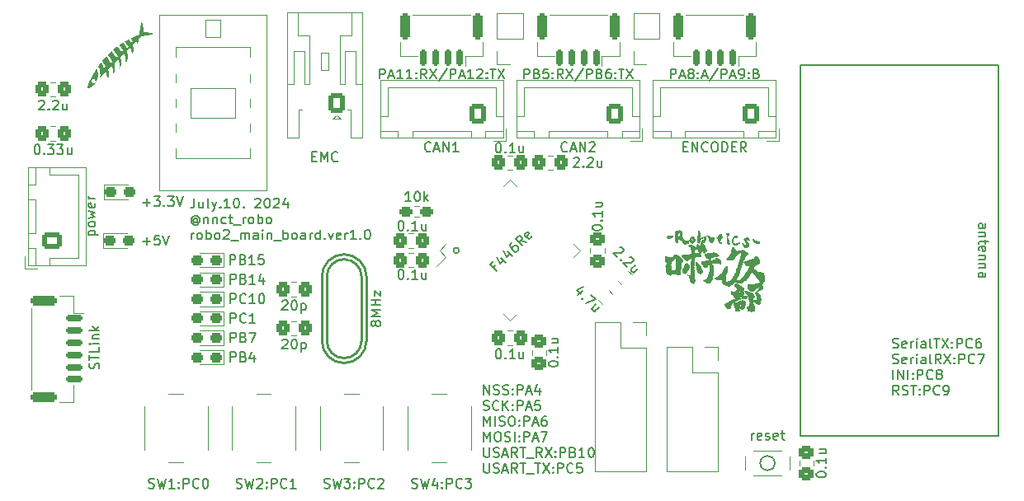
<source format=gto>
G04 #@! TF.GenerationSoftware,KiCad,Pcbnew,7.0.9*
G04 #@! TF.CreationDate,2024-07-10T10:25:31+09:00*
G04 #@! TF.ProjectId,ODAmain,4f44416d-6169-46e2-9e6b-696361645f70,rev?*
G04 #@! TF.SameCoordinates,Original*
G04 #@! TF.FileFunction,Legend,Top*
G04 #@! TF.FilePolarity,Positive*
%FSLAX46Y46*%
G04 Gerber Fmt 4.6, Leading zero omitted, Abs format (unit mm)*
G04 Created by KiCad (PCBNEW 7.0.9) date 2024-07-10 10:25:31*
%MOMM*%
%LPD*%
G01*
G04 APERTURE LIST*
G04 Aperture macros list*
%AMRoundRect*
0 Rectangle with rounded corners*
0 $1 Rounding radius*
0 $2 $3 $4 $5 $6 $7 $8 $9 X,Y pos of 4 corners*
0 Add a 4 corners polygon primitive as box body*
4,1,4,$2,$3,$4,$5,$6,$7,$8,$9,$2,$3,0*
0 Add four circle primitives for the rounded corners*
1,1,$1+$1,$2,$3*
1,1,$1+$1,$4,$5*
1,1,$1+$1,$6,$7*
1,1,$1+$1,$8,$9*
0 Add four rect primitives between the rounded corners*
20,1,$1+$1,$2,$3,$4,$5,0*
20,1,$1+$1,$4,$5,$6,$7,0*
20,1,$1+$1,$6,$7,$8,$9,0*
20,1,$1+$1,$8,$9,$2,$3,0*%
G04 Aperture macros list end*
%ADD10C,0.150000*%
%ADD11C,0.153000*%
%ADD12C,0.200000*%
%ADD13C,0.120000*%
%ADD14C,0.010000*%
%ADD15C,0.254000*%
%ADD16R,1.800000X2.200000*%
%ADD17O,1.800000X2.200000*%
%ADD18C,2.000000*%
%ADD19RoundRect,0.292875X-0.394625X-0.432125X0.394625X-0.432125X0.394625X0.432125X-0.394625X0.432125X0*%
%ADD20R,1.700000X1.700000*%
%ADD21O,1.700000X1.700000*%
%ADD22RoundRect,0.250000X0.250000X1.100000X-0.250000X1.100000X-0.250000X-1.100000X0.250000X-1.100000X0*%
%ADD23RoundRect,0.150000X0.150000X0.700000X-0.150000X0.700000X-0.150000X-0.700000X0.150000X-0.700000X0*%
%ADD24RoundRect,0.250000X0.725000X-0.600000X0.725000X0.600000X-0.725000X0.600000X-0.725000X-0.600000X0*%
%ADD25O,1.950000X1.700000*%
%ADD26C,1.000000*%
%ADD27C,5.600000*%
%ADD28RoundRect,0.292875X-0.584601X-0.026517X-0.026517X-0.584601X0.584601X0.026517X0.026517X0.584601X0*%
%ADD29RoundRect,0.250000X0.600000X0.725000X-0.600000X0.725000X-0.600000X-0.725000X0.600000X-0.725000X0*%
%ADD30O,1.700000X1.950000*%
%ADD31RoundRect,0.237500X0.387500X0.237500X-0.387500X0.237500X-0.387500X-0.237500X0.387500X-0.237500X0*%
%ADD32O,1.800000X1.524000*%
%ADD33RoundRect,0.292875X-0.432125X0.394625X-0.432125X-0.394625X0.432125X-0.394625X0.432125X0.394625X0*%
%ADD34R,1.500000X1.000000*%
%ADD35RoundRect,0.292875X0.394625X0.432125X-0.394625X0.432125X-0.394625X-0.432125X0.394625X-0.432125X0*%
%ADD36RoundRect,0.237500X-0.387500X-0.237500X0.387500X-0.237500X0.387500X0.237500X-0.387500X0.237500X0*%
%ADD37RoundRect,0.075000X-0.441942X-0.548008X0.548008X0.441942X0.441942X0.548008X-0.548008X-0.441942X0*%
%ADD38RoundRect,0.075000X0.441942X-0.548008X0.548008X-0.441942X-0.441942X0.548008X-0.548008X0.441942X0*%
%ADD39RoundRect,0.237500X-0.400000X-0.237500X0.400000X-0.237500X0.400000X0.237500X-0.400000X0.237500X0*%
%ADD40C,1.998980*%
%ADD41RoundRect,0.292875X0.432125X-0.394625X0.432125X0.394625X-0.432125X0.394625X-0.432125X-0.394625X0*%
%ADD42RoundRect,0.250000X-1.100000X0.250000X-1.100000X-0.250000X1.100000X-0.250000X1.100000X0.250000X0*%
%ADD43RoundRect,0.150000X-0.700000X0.150000X-0.700000X-0.150000X0.700000X-0.150000X0.700000X0.150000X0*%
%ADD44O,2.800000X2.000000*%
G04 APERTURE END LIST*
D10*
X154782843Y-108000000D02*
G75*
G03*
X154782843Y-108000000I-282843J0D01*
G01*
D11*
X165880952Y-97774424D02*
X165833333Y-97822044D01*
X165833333Y-97822044D02*
X165690476Y-97869663D01*
X165690476Y-97869663D02*
X165595238Y-97869663D01*
X165595238Y-97869663D02*
X165452381Y-97822044D01*
X165452381Y-97822044D02*
X165357143Y-97726805D01*
X165357143Y-97726805D02*
X165309524Y-97631567D01*
X165309524Y-97631567D02*
X165261905Y-97441091D01*
X165261905Y-97441091D02*
X165261905Y-97298234D01*
X165261905Y-97298234D02*
X165309524Y-97107758D01*
X165309524Y-97107758D02*
X165357143Y-97012520D01*
X165357143Y-97012520D02*
X165452381Y-96917282D01*
X165452381Y-96917282D02*
X165595238Y-96869663D01*
X165595238Y-96869663D02*
X165690476Y-96869663D01*
X165690476Y-96869663D02*
X165833333Y-96917282D01*
X165833333Y-96917282D02*
X165880952Y-96964901D01*
X166261905Y-97583948D02*
X166738095Y-97583948D01*
X166166667Y-97869663D02*
X166500000Y-96869663D01*
X166500000Y-96869663D02*
X166833333Y-97869663D01*
X167166667Y-97869663D02*
X167166667Y-96869663D01*
X167166667Y-96869663D02*
X167738095Y-97869663D01*
X167738095Y-97869663D02*
X167738095Y-96869663D01*
X168166667Y-96964901D02*
X168214286Y-96917282D01*
X168214286Y-96917282D02*
X168309524Y-96869663D01*
X168309524Y-96869663D02*
X168547619Y-96869663D01*
X168547619Y-96869663D02*
X168642857Y-96917282D01*
X168642857Y-96917282D02*
X168690476Y-96964901D01*
X168690476Y-96964901D02*
X168738095Y-97060139D01*
X168738095Y-97060139D02*
X168738095Y-97155377D01*
X168738095Y-97155377D02*
X168690476Y-97298234D01*
X168690476Y-97298234D02*
X168119048Y-97869663D01*
X168119048Y-97869663D02*
X168738095Y-97869663D01*
X117822044Y-120166666D02*
X117869663Y-120023809D01*
X117869663Y-120023809D02*
X117869663Y-119785714D01*
X117869663Y-119785714D02*
X117822044Y-119690476D01*
X117822044Y-119690476D02*
X117774424Y-119642857D01*
X117774424Y-119642857D02*
X117679186Y-119595238D01*
X117679186Y-119595238D02*
X117583948Y-119595238D01*
X117583948Y-119595238D02*
X117488710Y-119642857D01*
X117488710Y-119642857D02*
X117441091Y-119690476D01*
X117441091Y-119690476D02*
X117393472Y-119785714D01*
X117393472Y-119785714D02*
X117345853Y-119976190D01*
X117345853Y-119976190D02*
X117298234Y-120071428D01*
X117298234Y-120071428D02*
X117250615Y-120119047D01*
X117250615Y-120119047D02*
X117155377Y-120166666D01*
X117155377Y-120166666D02*
X117060139Y-120166666D01*
X117060139Y-120166666D02*
X116964901Y-120119047D01*
X116964901Y-120119047D02*
X116917282Y-120071428D01*
X116917282Y-120071428D02*
X116869663Y-119976190D01*
X116869663Y-119976190D02*
X116869663Y-119738095D01*
X116869663Y-119738095D02*
X116917282Y-119595238D01*
X116869663Y-119309523D02*
X116869663Y-118738095D01*
X117869663Y-119023809D02*
X116869663Y-119023809D01*
X117869663Y-117928571D02*
X117869663Y-118404761D01*
X117869663Y-118404761D02*
X116869663Y-118404761D01*
X117869663Y-117595237D02*
X117202996Y-117595237D01*
X116869663Y-117595237D02*
X116917282Y-117642856D01*
X116917282Y-117642856D02*
X116964901Y-117595237D01*
X116964901Y-117595237D02*
X116917282Y-117547618D01*
X116917282Y-117547618D02*
X116869663Y-117595237D01*
X116869663Y-117595237D02*
X116964901Y-117595237D01*
X117202996Y-117119047D02*
X117869663Y-117119047D01*
X117298234Y-117119047D02*
X117250615Y-117071428D01*
X117250615Y-117071428D02*
X117202996Y-116976190D01*
X117202996Y-116976190D02*
X117202996Y-116833333D01*
X117202996Y-116833333D02*
X117250615Y-116738095D01*
X117250615Y-116738095D02*
X117345853Y-116690476D01*
X117345853Y-116690476D02*
X117869663Y-116690476D01*
X117869663Y-116214285D02*
X116869663Y-116214285D01*
X117488710Y-116119047D02*
X117869663Y-115833333D01*
X117202996Y-115833333D02*
X117583948Y-116214285D01*
X176500000Y-90359663D02*
X176500000Y-89359663D01*
X176500000Y-89359663D02*
X176880952Y-89359663D01*
X176880952Y-89359663D02*
X176976190Y-89407282D01*
X176976190Y-89407282D02*
X177023809Y-89454901D01*
X177023809Y-89454901D02*
X177071428Y-89550139D01*
X177071428Y-89550139D02*
X177071428Y-89692996D01*
X177071428Y-89692996D02*
X177023809Y-89788234D01*
X177023809Y-89788234D02*
X176976190Y-89835853D01*
X176976190Y-89835853D02*
X176880952Y-89883472D01*
X176880952Y-89883472D02*
X176500000Y-89883472D01*
X177452381Y-90073948D02*
X177928571Y-90073948D01*
X177357143Y-90359663D02*
X177690476Y-89359663D01*
X177690476Y-89359663D02*
X178023809Y-90359663D01*
X178500000Y-89788234D02*
X178404762Y-89740615D01*
X178404762Y-89740615D02*
X178357143Y-89692996D01*
X178357143Y-89692996D02*
X178309524Y-89597758D01*
X178309524Y-89597758D02*
X178309524Y-89550139D01*
X178309524Y-89550139D02*
X178357143Y-89454901D01*
X178357143Y-89454901D02*
X178404762Y-89407282D01*
X178404762Y-89407282D02*
X178500000Y-89359663D01*
X178500000Y-89359663D02*
X178690476Y-89359663D01*
X178690476Y-89359663D02*
X178785714Y-89407282D01*
X178785714Y-89407282D02*
X178833333Y-89454901D01*
X178833333Y-89454901D02*
X178880952Y-89550139D01*
X178880952Y-89550139D02*
X178880952Y-89597758D01*
X178880952Y-89597758D02*
X178833333Y-89692996D01*
X178833333Y-89692996D02*
X178785714Y-89740615D01*
X178785714Y-89740615D02*
X178690476Y-89788234D01*
X178690476Y-89788234D02*
X178500000Y-89788234D01*
X178500000Y-89788234D02*
X178404762Y-89835853D01*
X178404762Y-89835853D02*
X178357143Y-89883472D01*
X178357143Y-89883472D02*
X178309524Y-89978710D01*
X178309524Y-89978710D02*
X178309524Y-90169186D01*
X178309524Y-90169186D02*
X178357143Y-90264424D01*
X178357143Y-90264424D02*
X178404762Y-90312044D01*
X178404762Y-90312044D02*
X178500000Y-90359663D01*
X178500000Y-90359663D02*
X178690476Y-90359663D01*
X178690476Y-90359663D02*
X178785714Y-90312044D01*
X178785714Y-90312044D02*
X178833333Y-90264424D01*
X178833333Y-90264424D02*
X178880952Y-90169186D01*
X178880952Y-90169186D02*
X178880952Y-89978710D01*
X178880952Y-89978710D02*
X178833333Y-89883472D01*
X178833333Y-89883472D02*
X178785714Y-89835853D01*
X178785714Y-89835853D02*
X178690476Y-89788234D01*
X179309524Y-90264424D02*
X179357143Y-90312044D01*
X179357143Y-90312044D02*
X179309524Y-90359663D01*
X179309524Y-90359663D02*
X179261905Y-90312044D01*
X179261905Y-90312044D02*
X179309524Y-90264424D01*
X179309524Y-90264424D02*
X179309524Y-90359663D01*
X179309524Y-89740615D02*
X179357143Y-89788234D01*
X179357143Y-89788234D02*
X179309524Y-89835853D01*
X179309524Y-89835853D02*
X179261905Y-89788234D01*
X179261905Y-89788234D02*
X179309524Y-89740615D01*
X179309524Y-89740615D02*
X179309524Y-89835853D01*
X179738095Y-90073948D02*
X180214285Y-90073948D01*
X179642857Y-90359663D02*
X179976190Y-89359663D01*
X179976190Y-89359663D02*
X180309523Y-90359663D01*
X181357142Y-89312044D02*
X180500000Y-90597758D01*
X181690476Y-90359663D02*
X181690476Y-89359663D01*
X181690476Y-89359663D02*
X182071428Y-89359663D01*
X182071428Y-89359663D02*
X182166666Y-89407282D01*
X182166666Y-89407282D02*
X182214285Y-89454901D01*
X182214285Y-89454901D02*
X182261904Y-89550139D01*
X182261904Y-89550139D02*
X182261904Y-89692996D01*
X182261904Y-89692996D02*
X182214285Y-89788234D01*
X182214285Y-89788234D02*
X182166666Y-89835853D01*
X182166666Y-89835853D02*
X182071428Y-89883472D01*
X182071428Y-89883472D02*
X181690476Y-89883472D01*
X182642857Y-90073948D02*
X183119047Y-90073948D01*
X182547619Y-90359663D02*
X182880952Y-89359663D01*
X182880952Y-89359663D02*
X183214285Y-90359663D01*
X183595238Y-90359663D02*
X183785714Y-90359663D01*
X183785714Y-90359663D02*
X183880952Y-90312044D01*
X183880952Y-90312044D02*
X183928571Y-90264424D01*
X183928571Y-90264424D02*
X184023809Y-90121567D01*
X184023809Y-90121567D02*
X184071428Y-89931091D01*
X184071428Y-89931091D02*
X184071428Y-89550139D01*
X184071428Y-89550139D02*
X184023809Y-89454901D01*
X184023809Y-89454901D02*
X183976190Y-89407282D01*
X183976190Y-89407282D02*
X183880952Y-89359663D01*
X183880952Y-89359663D02*
X183690476Y-89359663D01*
X183690476Y-89359663D02*
X183595238Y-89407282D01*
X183595238Y-89407282D02*
X183547619Y-89454901D01*
X183547619Y-89454901D02*
X183500000Y-89550139D01*
X183500000Y-89550139D02*
X183500000Y-89788234D01*
X183500000Y-89788234D02*
X183547619Y-89883472D01*
X183547619Y-89883472D02*
X183595238Y-89931091D01*
X183595238Y-89931091D02*
X183690476Y-89978710D01*
X183690476Y-89978710D02*
X183880952Y-89978710D01*
X183880952Y-89978710D02*
X183976190Y-89931091D01*
X183976190Y-89931091D02*
X184023809Y-89883472D01*
X184023809Y-89883472D02*
X184071428Y-89788234D01*
X184500000Y-90264424D02*
X184547619Y-90312044D01*
X184547619Y-90312044D02*
X184500000Y-90359663D01*
X184500000Y-90359663D02*
X184452381Y-90312044D01*
X184452381Y-90312044D02*
X184500000Y-90264424D01*
X184500000Y-90264424D02*
X184500000Y-90359663D01*
X184500000Y-89740615D02*
X184547619Y-89788234D01*
X184547619Y-89788234D02*
X184500000Y-89835853D01*
X184500000Y-89835853D02*
X184452381Y-89788234D01*
X184452381Y-89788234D02*
X184500000Y-89740615D01*
X184500000Y-89740615D02*
X184500000Y-89835853D01*
X185309523Y-89835853D02*
X185452380Y-89883472D01*
X185452380Y-89883472D02*
X185499999Y-89931091D01*
X185499999Y-89931091D02*
X185547618Y-90026329D01*
X185547618Y-90026329D02*
X185547618Y-90169186D01*
X185547618Y-90169186D02*
X185499999Y-90264424D01*
X185499999Y-90264424D02*
X185452380Y-90312044D01*
X185452380Y-90312044D02*
X185357142Y-90359663D01*
X185357142Y-90359663D02*
X184976190Y-90359663D01*
X184976190Y-90359663D02*
X184976190Y-89359663D01*
X184976190Y-89359663D02*
X185309523Y-89359663D01*
X185309523Y-89359663D02*
X185404761Y-89407282D01*
X185404761Y-89407282D02*
X185452380Y-89454901D01*
X185452380Y-89454901D02*
X185499999Y-89550139D01*
X185499999Y-89550139D02*
X185499999Y-89645377D01*
X185499999Y-89645377D02*
X185452380Y-89740615D01*
X185452380Y-89740615D02*
X185404761Y-89788234D01*
X185404761Y-89788234D02*
X185309523Y-89835853D01*
X185309523Y-89835853D02*
X184976190Y-89835853D01*
X158512684Y-109562212D02*
X158276982Y-109797914D01*
X158647371Y-110168303D02*
X157940265Y-109461197D01*
X157940265Y-109461197D02*
X158276982Y-109124479D01*
X159085104Y-108787761D02*
X159556509Y-109259166D01*
X158647371Y-108686746D02*
X158984089Y-109360181D01*
X158984089Y-109360181D02*
X159421822Y-108922448D01*
X159758539Y-108114326D02*
X160229944Y-108585731D01*
X159320807Y-108013311D02*
X159657524Y-108686746D01*
X159657524Y-108686746D02*
X160095257Y-108249013D01*
X160196272Y-107205189D02*
X160061585Y-107339876D01*
X160061585Y-107339876D02*
X160027913Y-107440891D01*
X160027913Y-107440891D02*
X160027913Y-107508235D01*
X160027913Y-107508235D02*
X160061585Y-107676594D01*
X160061585Y-107676594D02*
X160162600Y-107844952D01*
X160162600Y-107844952D02*
X160431974Y-108114326D01*
X160431974Y-108114326D02*
X160532990Y-108147998D01*
X160532990Y-108147998D02*
X160600333Y-108147998D01*
X160600333Y-108147998D02*
X160701348Y-108114326D01*
X160701348Y-108114326D02*
X160836035Y-107979639D01*
X160836035Y-107979639D02*
X160869707Y-107878624D01*
X160869707Y-107878624D02*
X160869707Y-107811281D01*
X160869707Y-107811281D02*
X160836035Y-107710265D01*
X160836035Y-107710265D02*
X160667677Y-107541907D01*
X160667677Y-107541907D02*
X160566661Y-107508235D01*
X160566661Y-107508235D02*
X160499318Y-107508235D01*
X160499318Y-107508235D02*
X160398303Y-107541907D01*
X160398303Y-107541907D02*
X160263616Y-107676594D01*
X160263616Y-107676594D02*
X160229944Y-107777609D01*
X160229944Y-107777609D02*
X160229944Y-107844952D01*
X160229944Y-107844952D02*
X160263616Y-107945968D01*
X161677829Y-107137846D02*
X161105409Y-107036830D01*
X161273768Y-107541907D02*
X160566661Y-106834800D01*
X160566661Y-106834800D02*
X160836035Y-106565426D01*
X160836035Y-106565426D02*
X160937051Y-106531754D01*
X160937051Y-106531754D02*
X161004394Y-106531754D01*
X161004394Y-106531754D02*
X161105409Y-106565426D01*
X161105409Y-106565426D02*
X161206425Y-106666441D01*
X161206425Y-106666441D02*
X161240096Y-106767456D01*
X161240096Y-106767456D02*
X161240096Y-106834800D01*
X161240096Y-106834800D02*
X161206425Y-106935815D01*
X161206425Y-106935815D02*
X160937051Y-107205189D01*
X162216577Y-106531754D02*
X162182905Y-106632769D01*
X162182905Y-106632769D02*
X162048218Y-106767456D01*
X162048218Y-106767456D02*
X161947203Y-106801128D01*
X161947203Y-106801128D02*
X161846188Y-106767456D01*
X161846188Y-106767456D02*
X161576814Y-106498082D01*
X161576814Y-106498082D02*
X161543142Y-106397067D01*
X161543142Y-106397067D02*
X161576814Y-106296052D01*
X161576814Y-106296052D02*
X161711501Y-106161365D01*
X161711501Y-106161365D02*
X161812516Y-106127693D01*
X161812516Y-106127693D02*
X161913531Y-106161365D01*
X161913531Y-106161365D02*
X161980875Y-106228708D01*
X161980875Y-106228708D02*
X161711501Y-106632769D01*
X161452381Y-90359663D02*
X161452381Y-89359663D01*
X161452381Y-89359663D02*
X161833333Y-89359663D01*
X161833333Y-89359663D02*
X161928571Y-89407282D01*
X161928571Y-89407282D02*
X161976190Y-89454901D01*
X161976190Y-89454901D02*
X162023809Y-89550139D01*
X162023809Y-89550139D02*
X162023809Y-89692996D01*
X162023809Y-89692996D02*
X161976190Y-89788234D01*
X161976190Y-89788234D02*
X161928571Y-89835853D01*
X161928571Y-89835853D02*
X161833333Y-89883472D01*
X161833333Y-89883472D02*
X161452381Y-89883472D01*
X162785714Y-89835853D02*
X162928571Y-89883472D01*
X162928571Y-89883472D02*
X162976190Y-89931091D01*
X162976190Y-89931091D02*
X163023809Y-90026329D01*
X163023809Y-90026329D02*
X163023809Y-90169186D01*
X163023809Y-90169186D02*
X162976190Y-90264424D01*
X162976190Y-90264424D02*
X162928571Y-90312044D01*
X162928571Y-90312044D02*
X162833333Y-90359663D01*
X162833333Y-90359663D02*
X162452381Y-90359663D01*
X162452381Y-90359663D02*
X162452381Y-89359663D01*
X162452381Y-89359663D02*
X162785714Y-89359663D01*
X162785714Y-89359663D02*
X162880952Y-89407282D01*
X162880952Y-89407282D02*
X162928571Y-89454901D01*
X162928571Y-89454901D02*
X162976190Y-89550139D01*
X162976190Y-89550139D02*
X162976190Y-89645377D01*
X162976190Y-89645377D02*
X162928571Y-89740615D01*
X162928571Y-89740615D02*
X162880952Y-89788234D01*
X162880952Y-89788234D02*
X162785714Y-89835853D01*
X162785714Y-89835853D02*
X162452381Y-89835853D01*
X163928571Y-89359663D02*
X163452381Y-89359663D01*
X163452381Y-89359663D02*
X163404762Y-89835853D01*
X163404762Y-89835853D02*
X163452381Y-89788234D01*
X163452381Y-89788234D02*
X163547619Y-89740615D01*
X163547619Y-89740615D02*
X163785714Y-89740615D01*
X163785714Y-89740615D02*
X163880952Y-89788234D01*
X163880952Y-89788234D02*
X163928571Y-89835853D01*
X163928571Y-89835853D02*
X163976190Y-89931091D01*
X163976190Y-89931091D02*
X163976190Y-90169186D01*
X163976190Y-90169186D02*
X163928571Y-90264424D01*
X163928571Y-90264424D02*
X163880952Y-90312044D01*
X163880952Y-90312044D02*
X163785714Y-90359663D01*
X163785714Y-90359663D02*
X163547619Y-90359663D01*
X163547619Y-90359663D02*
X163452381Y-90312044D01*
X163452381Y-90312044D02*
X163404762Y-90264424D01*
X164404762Y-90264424D02*
X164452381Y-90312044D01*
X164452381Y-90312044D02*
X164404762Y-90359663D01*
X164404762Y-90359663D02*
X164357143Y-90312044D01*
X164357143Y-90312044D02*
X164404762Y-90264424D01*
X164404762Y-90264424D02*
X164404762Y-90359663D01*
X164404762Y-89740615D02*
X164452381Y-89788234D01*
X164452381Y-89788234D02*
X164404762Y-89835853D01*
X164404762Y-89835853D02*
X164357143Y-89788234D01*
X164357143Y-89788234D02*
X164404762Y-89740615D01*
X164404762Y-89740615D02*
X164404762Y-89835853D01*
X165452380Y-90359663D02*
X165119047Y-89883472D01*
X164880952Y-90359663D02*
X164880952Y-89359663D01*
X164880952Y-89359663D02*
X165261904Y-89359663D01*
X165261904Y-89359663D02*
X165357142Y-89407282D01*
X165357142Y-89407282D02*
X165404761Y-89454901D01*
X165404761Y-89454901D02*
X165452380Y-89550139D01*
X165452380Y-89550139D02*
X165452380Y-89692996D01*
X165452380Y-89692996D02*
X165404761Y-89788234D01*
X165404761Y-89788234D02*
X165357142Y-89835853D01*
X165357142Y-89835853D02*
X165261904Y-89883472D01*
X165261904Y-89883472D02*
X164880952Y-89883472D01*
X165785714Y-89359663D02*
X166452380Y-90359663D01*
X166452380Y-89359663D02*
X165785714Y-90359663D01*
X167547618Y-89312044D02*
X166690476Y-90597758D01*
X167880952Y-90359663D02*
X167880952Y-89359663D01*
X167880952Y-89359663D02*
X168261904Y-89359663D01*
X168261904Y-89359663D02*
X168357142Y-89407282D01*
X168357142Y-89407282D02*
X168404761Y-89454901D01*
X168404761Y-89454901D02*
X168452380Y-89550139D01*
X168452380Y-89550139D02*
X168452380Y-89692996D01*
X168452380Y-89692996D02*
X168404761Y-89788234D01*
X168404761Y-89788234D02*
X168357142Y-89835853D01*
X168357142Y-89835853D02*
X168261904Y-89883472D01*
X168261904Y-89883472D02*
X167880952Y-89883472D01*
X169214285Y-89835853D02*
X169357142Y-89883472D01*
X169357142Y-89883472D02*
X169404761Y-89931091D01*
X169404761Y-89931091D02*
X169452380Y-90026329D01*
X169452380Y-90026329D02*
X169452380Y-90169186D01*
X169452380Y-90169186D02*
X169404761Y-90264424D01*
X169404761Y-90264424D02*
X169357142Y-90312044D01*
X169357142Y-90312044D02*
X169261904Y-90359663D01*
X169261904Y-90359663D02*
X168880952Y-90359663D01*
X168880952Y-90359663D02*
X168880952Y-89359663D01*
X168880952Y-89359663D02*
X169214285Y-89359663D01*
X169214285Y-89359663D02*
X169309523Y-89407282D01*
X169309523Y-89407282D02*
X169357142Y-89454901D01*
X169357142Y-89454901D02*
X169404761Y-89550139D01*
X169404761Y-89550139D02*
X169404761Y-89645377D01*
X169404761Y-89645377D02*
X169357142Y-89740615D01*
X169357142Y-89740615D02*
X169309523Y-89788234D01*
X169309523Y-89788234D02*
X169214285Y-89835853D01*
X169214285Y-89835853D02*
X168880952Y-89835853D01*
X170309523Y-89359663D02*
X170119047Y-89359663D01*
X170119047Y-89359663D02*
X170023809Y-89407282D01*
X170023809Y-89407282D02*
X169976190Y-89454901D01*
X169976190Y-89454901D02*
X169880952Y-89597758D01*
X169880952Y-89597758D02*
X169833333Y-89788234D01*
X169833333Y-89788234D02*
X169833333Y-90169186D01*
X169833333Y-90169186D02*
X169880952Y-90264424D01*
X169880952Y-90264424D02*
X169928571Y-90312044D01*
X169928571Y-90312044D02*
X170023809Y-90359663D01*
X170023809Y-90359663D02*
X170214285Y-90359663D01*
X170214285Y-90359663D02*
X170309523Y-90312044D01*
X170309523Y-90312044D02*
X170357142Y-90264424D01*
X170357142Y-90264424D02*
X170404761Y-90169186D01*
X170404761Y-90169186D02*
X170404761Y-89931091D01*
X170404761Y-89931091D02*
X170357142Y-89835853D01*
X170357142Y-89835853D02*
X170309523Y-89788234D01*
X170309523Y-89788234D02*
X170214285Y-89740615D01*
X170214285Y-89740615D02*
X170023809Y-89740615D01*
X170023809Y-89740615D02*
X169928571Y-89788234D01*
X169928571Y-89788234D02*
X169880952Y-89835853D01*
X169880952Y-89835853D02*
X169833333Y-89931091D01*
X170833333Y-90264424D02*
X170880952Y-90312044D01*
X170880952Y-90312044D02*
X170833333Y-90359663D01*
X170833333Y-90359663D02*
X170785714Y-90312044D01*
X170785714Y-90312044D02*
X170833333Y-90264424D01*
X170833333Y-90264424D02*
X170833333Y-90359663D01*
X170833333Y-89740615D02*
X170880952Y-89788234D01*
X170880952Y-89788234D02*
X170833333Y-89835853D01*
X170833333Y-89835853D02*
X170785714Y-89788234D01*
X170785714Y-89788234D02*
X170833333Y-89740615D01*
X170833333Y-89740615D02*
X170833333Y-89835853D01*
X171166666Y-89359663D02*
X171738094Y-89359663D01*
X171452380Y-90359663D02*
X171452380Y-89359663D01*
X171976190Y-89359663D02*
X172642856Y-90359663D01*
X172642856Y-89359663D02*
X171976190Y-90359663D01*
X157338752Y-122819663D02*
X157338752Y-121819663D01*
X157338752Y-121819663D02*
X157910180Y-122819663D01*
X157910180Y-122819663D02*
X157910180Y-121819663D01*
X158338752Y-122772044D02*
X158481609Y-122819663D01*
X158481609Y-122819663D02*
X158719704Y-122819663D01*
X158719704Y-122819663D02*
X158814942Y-122772044D01*
X158814942Y-122772044D02*
X158862561Y-122724424D01*
X158862561Y-122724424D02*
X158910180Y-122629186D01*
X158910180Y-122629186D02*
X158910180Y-122533948D01*
X158910180Y-122533948D02*
X158862561Y-122438710D01*
X158862561Y-122438710D02*
X158814942Y-122391091D01*
X158814942Y-122391091D02*
X158719704Y-122343472D01*
X158719704Y-122343472D02*
X158529228Y-122295853D01*
X158529228Y-122295853D02*
X158433990Y-122248234D01*
X158433990Y-122248234D02*
X158386371Y-122200615D01*
X158386371Y-122200615D02*
X158338752Y-122105377D01*
X158338752Y-122105377D02*
X158338752Y-122010139D01*
X158338752Y-122010139D02*
X158386371Y-121914901D01*
X158386371Y-121914901D02*
X158433990Y-121867282D01*
X158433990Y-121867282D02*
X158529228Y-121819663D01*
X158529228Y-121819663D02*
X158767323Y-121819663D01*
X158767323Y-121819663D02*
X158910180Y-121867282D01*
X159291133Y-122772044D02*
X159433990Y-122819663D01*
X159433990Y-122819663D02*
X159672085Y-122819663D01*
X159672085Y-122819663D02*
X159767323Y-122772044D01*
X159767323Y-122772044D02*
X159814942Y-122724424D01*
X159814942Y-122724424D02*
X159862561Y-122629186D01*
X159862561Y-122629186D02*
X159862561Y-122533948D01*
X159862561Y-122533948D02*
X159814942Y-122438710D01*
X159814942Y-122438710D02*
X159767323Y-122391091D01*
X159767323Y-122391091D02*
X159672085Y-122343472D01*
X159672085Y-122343472D02*
X159481609Y-122295853D01*
X159481609Y-122295853D02*
X159386371Y-122248234D01*
X159386371Y-122248234D02*
X159338752Y-122200615D01*
X159338752Y-122200615D02*
X159291133Y-122105377D01*
X159291133Y-122105377D02*
X159291133Y-122010139D01*
X159291133Y-122010139D02*
X159338752Y-121914901D01*
X159338752Y-121914901D02*
X159386371Y-121867282D01*
X159386371Y-121867282D02*
X159481609Y-121819663D01*
X159481609Y-121819663D02*
X159719704Y-121819663D01*
X159719704Y-121819663D02*
X159862561Y-121867282D01*
X160291133Y-122724424D02*
X160338752Y-122772044D01*
X160338752Y-122772044D02*
X160291133Y-122819663D01*
X160291133Y-122819663D02*
X160243514Y-122772044D01*
X160243514Y-122772044D02*
X160291133Y-122724424D01*
X160291133Y-122724424D02*
X160291133Y-122819663D01*
X160291133Y-122200615D02*
X160338752Y-122248234D01*
X160338752Y-122248234D02*
X160291133Y-122295853D01*
X160291133Y-122295853D02*
X160243514Y-122248234D01*
X160243514Y-122248234D02*
X160291133Y-122200615D01*
X160291133Y-122200615D02*
X160291133Y-122295853D01*
X160767323Y-122819663D02*
X160767323Y-121819663D01*
X160767323Y-121819663D02*
X161148275Y-121819663D01*
X161148275Y-121819663D02*
X161243513Y-121867282D01*
X161243513Y-121867282D02*
X161291132Y-121914901D01*
X161291132Y-121914901D02*
X161338751Y-122010139D01*
X161338751Y-122010139D02*
X161338751Y-122152996D01*
X161338751Y-122152996D02*
X161291132Y-122248234D01*
X161291132Y-122248234D02*
X161243513Y-122295853D01*
X161243513Y-122295853D02*
X161148275Y-122343472D01*
X161148275Y-122343472D02*
X160767323Y-122343472D01*
X161719704Y-122533948D02*
X162195894Y-122533948D01*
X161624466Y-122819663D02*
X161957799Y-121819663D01*
X161957799Y-121819663D02*
X162291132Y-122819663D01*
X163053037Y-122152996D02*
X163053037Y-122819663D01*
X162814942Y-121772044D02*
X162576847Y-122486329D01*
X162576847Y-122486329D02*
X163195894Y-122486329D01*
X157291133Y-124382044D02*
X157433990Y-124429663D01*
X157433990Y-124429663D02*
X157672085Y-124429663D01*
X157672085Y-124429663D02*
X157767323Y-124382044D01*
X157767323Y-124382044D02*
X157814942Y-124334424D01*
X157814942Y-124334424D02*
X157862561Y-124239186D01*
X157862561Y-124239186D02*
X157862561Y-124143948D01*
X157862561Y-124143948D02*
X157814942Y-124048710D01*
X157814942Y-124048710D02*
X157767323Y-124001091D01*
X157767323Y-124001091D02*
X157672085Y-123953472D01*
X157672085Y-123953472D02*
X157481609Y-123905853D01*
X157481609Y-123905853D02*
X157386371Y-123858234D01*
X157386371Y-123858234D02*
X157338752Y-123810615D01*
X157338752Y-123810615D02*
X157291133Y-123715377D01*
X157291133Y-123715377D02*
X157291133Y-123620139D01*
X157291133Y-123620139D02*
X157338752Y-123524901D01*
X157338752Y-123524901D02*
X157386371Y-123477282D01*
X157386371Y-123477282D02*
X157481609Y-123429663D01*
X157481609Y-123429663D02*
X157719704Y-123429663D01*
X157719704Y-123429663D02*
X157862561Y-123477282D01*
X158862561Y-124334424D02*
X158814942Y-124382044D01*
X158814942Y-124382044D02*
X158672085Y-124429663D01*
X158672085Y-124429663D02*
X158576847Y-124429663D01*
X158576847Y-124429663D02*
X158433990Y-124382044D01*
X158433990Y-124382044D02*
X158338752Y-124286805D01*
X158338752Y-124286805D02*
X158291133Y-124191567D01*
X158291133Y-124191567D02*
X158243514Y-124001091D01*
X158243514Y-124001091D02*
X158243514Y-123858234D01*
X158243514Y-123858234D02*
X158291133Y-123667758D01*
X158291133Y-123667758D02*
X158338752Y-123572520D01*
X158338752Y-123572520D02*
X158433990Y-123477282D01*
X158433990Y-123477282D02*
X158576847Y-123429663D01*
X158576847Y-123429663D02*
X158672085Y-123429663D01*
X158672085Y-123429663D02*
X158814942Y-123477282D01*
X158814942Y-123477282D02*
X158862561Y-123524901D01*
X159291133Y-124429663D02*
X159291133Y-123429663D01*
X159862561Y-124429663D02*
X159433990Y-123858234D01*
X159862561Y-123429663D02*
X159291133Y-124001091D01*
X160291133Y-124334424D02*
X160338752Y-124382044D01*
X160338752Y-124382044D02*
X160291133Y-124429663D01*
X160291133Y-124429663D02*
X160243514Y-124382044D01*
X160243514Y-124382044D02*
X160291133Y-124334424D01*
X160291133Y-124334424D02*
X160291133Y-124429663D01*
X160291133Y-123810615D02*
X160338752Y-123858234D01*
X160338752Y-123858234D02*
X160291133Y-123905853D01*
X160291133Y-123905853D02*
X160243514Y-123858234D01*
X160243514Y-123858234D02*
X160291133Y-123810615D01*
X160291133Y-123810615D02*
X160291133Y-123905853D01*
X160767323Y-124429663D02*
X160767323Y-123429663D01*
X160767323Y-123429663D02*
X161148275Y-123429663D01*
X161148275Y-123429663D02*
X161243513Y-123477282D01*
X161243513Y-123477282D02*
X161291132Y-123524901D01*
X161291132Y-123524901D02*
X161338751Y-123620139D01*
X161338751Y-123620139D02*
X161338751Y-123762996D01*
X161338751Y-123762996D02*
X161291132Y-123858234D01*
X161291132Y-123858234D02*
X161243513Y-123905853D01*
X161243513Y-123905853D02*
X161148275Y-123953472D01*
X161148275Y-123953472D02*
X160767323Y-123953472D01*
X161719704Y-124143948D02*
X162195894Y-124143948D01*
X161624466Y-124429663D02*
X161957799Y-123429663D01*
X161957799Y-123429663D02*
X162291132Y-124429663D01*
X163100656Y-123429663D02*
X162624466Y-123429663D01*
X162624466Y-123429663D02*
X162576847Y-123905853D01*
X162576847Y-123905853D02*
X162624466Y-123858234D01*
X162624466Y-123858234D02*
X162719704Y-123810615D01*
X162719704Y-123810615D02*
X162957799Y-123810615D01*
X162957799Y-123810615D02*
X163053037Y-123858234D01*
X163053037Y-123858234D02*
X163100656Y-123905853D01*
X163100656Y-123905853D02*
X163148275Y-124001091D01*
X163148275Y-124001091D02*
X163148275Y-124239186D01*
X163148275Y-124239186D02*
X163100656Y-124334424D01*
X163100656Y-124334424D02*
X163053037Y-124382044D01*
X163053037Y-124382044D02*
X162957799Y-124429663D01*
X162957799Y-124429663D02*
X162719704Y-124429663D01*
X162719704Y-124429663D02*
X162624466Y-124382044D01*
X162624466Y-124382044D02*
X162576847Y-124334424D01*
X157338752Y-126039663D02*
X157338752Y-125039663D01*
X157338752Y-125039663D02*
X157672085Y-125753948D01*
X157672085Y-125753948D02*
X158005418Y-125039663D01*
X158005418Y-125039663D02*
X158005418Y-126039663D01*
X158481609Y-126039663D02*
X158481609Y-125039663D01*
X158910180Y-125992044D02*
X159053037Y-126039663D01*
X159053037Y-126039663D02*
X159291132Y-126039663D01*
X159291132Y-126039663D02*
X159386370Y-125992044D01*
X159386370Y-125992044D02*
X159433989Y-125944424D01*
X159433989Y-125944424D02*
X159481608Y-125849186D01*
X159481608Y-125849186D02*
X159481608Y-125753948D01*
X159481608Y-125753948D02*
X159433989Y-125658710D01*
X159433989Y-125658710D02*
X159386370Y-125611091D01*
X159386370Y-125611091D02*
X159291132Y-125563472D01*
X159291132Y-125563472D02*
X159100656Y-125515853D01*
X159100656Y-125515853D02*
X159005418Y-125468234D01*
X159005418Y-125468234D02*
X158957799Y-125420615D01*
X158957799Y-125420615D02*
X158910180Y-125325377D01*
X158910180Y-125325377D02*
X158910180Y-125230139D01*
X158910180Y-125230139D02*
X158957799Y-125134901D01*
X158957799Y-125134901D02*
X159005418Y-125087282D01*
X159005418Y-125087282D02*
X159100656Y-125039663D01*
X159100656Y-125039663D02*
X159338751Y-125039663D01*
X159338751Y-125039663D02*
X159481608Y-125087282D01*
X160100656Y-125039663D02*
X160291132Y-125039663D01*
X160291132Y-125039663D02*
X160386370Y-125087282D01*
X160386370Y-125087282D02*
X160481608Y-125182520D01*
X160481608Y-125182520D02*
X160529227Y-125372996D01*
X160529227Y-125372996D02*
X160529227Y-125706329D01*
X160529227Y-125706329D02*
X160481608Y-125896805D01*
X160481608Y-125896805D02*
X160386370Y-125992044D01*
X160386370Y-125992044D02*
X160291132Y-126039663D01*
X160291132Y-126039663D02*
X160100656Y-126039663D01*
X160100656Y-126039663D02*
X160005418Y-125992044D01*
X160005418Y-125992044D02*
X159910180Y-125896805D01*
X159910180Y-125896805D02*
X159862561Y-125706329D01*
X159862561Y-125706329D02*
X159862561Y-125372996D01*
X159862561Y-125372996D02*
X159910180Y-125182520D01*
X159910180Y-125182520D02*
X160005418Y-125087282D01*
X160005418Y-125087282D02*
X160100656Y-125039663D01*
X160957799Y-125944424D02*
X161005418Y-125992044D01*
X161005418Y-125992044D02*
X160957799Y-126039663D01*
X160957799Y-126039663D02*
X160910180Y-125992044D01*
X160910180Y-125992044D02*
X160957799Y-125944424D01*
X160957799Y-125944424D02*
X160957799Y-126039663D01*
X160957799Y-125420615D02*
X161005418Y-125468234D01*
X161005418Y-125468234D02*
X160957799Y-125515853D01*
X160957799Y-125515853D02*
X160910180Y-125468234D01*
X160910180Y-125468234D02*
X160957799Y-125420615D01*
X160957799Y-125420615D02*
X160957799Y-125515853D01*
X161433989Y-126039663D02*
X161433989Y-125039663D01*
X161433989Y-125039663D02*
X161814941Y-125039663D01*
X161814941Y-125039663D02*
X161910179Y-125087282D01*
X161910179Y-125087282D02*
X161957798Y-125134901D01*
X161957798Y-125134901D02*
X162005417Y-125230139D01*
X162005417Y-125230139D02*
X162005417Y-125372996D01*
X162005417Y-125372996D02*
X161957798Y-125468234D01*
X161957798Y-125468234D02*
X161910179Y-125515853D01*
X161910179Y-125515853D02*
X161814941Y-125563472D01*
X161814941Y-125563472D02*
X161433989Y-125563472D01*
X162386370Y-125753948D02*
X162862560Y-125753948D01*
X162291132Y-126039663D02*
X162624465Y-125039663D01*
X162624465Y-125039663D02*
X162957798Y-126039663D01*
X163719703Y-125039663D02*
X163529227Y-125039663D01*
X163529227Y-125039663D02*
X163433989Y-125087282D01*
X163433989Y-125087282D02*
X163386370Y-125134901D01*
X163386370Y-125134901D02*
X163291132Y-125277758D01*
X163291132Y-125277758D02*
X163243513Y-125468234D01*
X163243513Y-125468234D02*
X163243513Y-125849186D01*
X163243513Y-125849186D02*
X163291132Y-125944424D01*
X163291132Y-125944424D02*
X163338751Y-125992044D01*
X163338751Y-125992044D02*
X163433989Y-126039663D01*
X163433989Y-126039663D02*
X163624465Y-126039663D01*
X163624465Y-126039663D02*
X163719703Y-125992044D01*
X163719703Y-125992044D02*
X163767322Y-125944424D01*
X163767322Y-125944424D02*
X163814941Y-125849186D01*
X163814941Y-125849186D02*
X163814941Y-125611091D01*
X163814941Y-125611091D02*
X163767322Y-125515853D01*
X163767322Y-125515853D02*
X163719703Y-125468234D01*
X163719703Y-125468234D02*
X163624465Y-125420615D01*
X163624465Y-125420615D02*
X163433989Y-125420615D01*
X163433989Y-125420615D02*
X163338751Y-125468234D01*
X163338751Y-125468234D02*
X163291132Y-125515853D01*
X163291132Y-125515853D02*
X163243513Y-125611091D01*
X157338752Y-127649663D02*
X157338752Y-126649663D01*
X157338752Y-126649663D02*
X157672085Y-127363948D01*
X157672085Y-127363948D02*
X158005418Y-126649663D01*
X158005418Y-126649663D02*
X158005418Y-127649663D01*
X158672085Y-126649663D02*
X158862561Y-126649663D01*
X158862561Y-126649663D02*
X158957799Y-126697282D01*
X158957799Y-126697282D02*
X159053037Y-126792520D01*
X159053037Y-126792520D02*
X159100656Y-126982996D01*
X159100656Y-126982996D02*
X159100656Y-127316329D01*
X159100656Y-127316329D02*
X159053037Y-127506805D01*
X159053037Y-127506805D02*
X158957799Y-127602044D01*
X158957799Y-127602044D02*
X158862561Y-127649663D01*
X158862561Y-127649663D02*
X158672085Y-127649663D01*
X158672085Y-127649663D02*
X158576847Y-127602044D01*
X158576847Y-127602044D02*
X158481609Y-127506805D01*
X158481609Y-127506805D02*
X158433990Y-127316329D01*
X158433990Y-127316329D02*
X158433990Y-126982996D01*
X158433990Y-126982996D02*
X158481609Y-126792520D01*
X158481609Y-126792520D02*
X158576847Y-126697282D01*
X158576847Y-126697282D02*
X158672085Y-126649663D01*
X159481609Y-127602044D02*
X159624466Y-127649663D01*
X159624466Y-127649663D02*
X159862561Y-127649663D01*
X159862561Y-127649663D02*
X159957799Y-127602044D01*
X159957799Y-127602044D02*
X160005418Y-127554424D01*
X160005418Y-127554424D02*
X160053037Y-127459186D01*
X160053037Y-127459186D02*
X160053037Y-127363948D01*
X160053037Y-127363948D02*
X160005418Y-127268710D01*
X160005418Y-127268710D02*
X159957799Y-127221091D01*
X159957799Y-127221091D02*
X159862561Y-127173472D01*
X159862561Y-127173472D02*
X159672085Y-127125853D01*
X159672085Y-127125853D02*
X159576847Y-127078234D01*
X159576847Y-127078234D02*
X159529228Y-127030615D01*
X159529228Y-127030615D02*
X159481609Y-126935377D01*
X159481609Y-126935377D02*
X159481609Y-126840139D01*
X159481609Y-126840139D02*
X159529228Y-126744901D01*
X159529228Y-126744901D02*
X159576847Y-126697282D01*
X159576847Y-126697282D02*
X159672085Y-126649663D01*
X159672085Y-126649663D02*
X159910180Y-126649663D01*
X159910180Y-126649663D02*
X160053037Y-126697282D01*
X160481609Y-127649663D02*
X160481609Y-126649663D01*
X160957799Y-127554424D02*
X161005418Y-127602044D01*
X161005418Y-127602044D02*
X160957799Y-127649663D01*
X160957799Y-127649663D02*
X160910180Y-127602044D01*
X160910180Y-127602044D02*
X160957799Y-127554424D01*
X160957799Y-127554424D02*
X160957799Y-127649663D01*
X160957799Y-127030615D02*
X161005418Y-127078234D01*
X161005418Y-127078234D02*
X160957799Y-127125853D01*
X160957799Y-127125853D02*
X160910180Y-127078234D01*
X160910180Y-127078234D02*
X160957799Y-127030615D01*
X160957799Y-127030615D02*
X160957799Y-127125853D01*
X161433989Y-127649663D02*
X161433989Y-126649663D01*
X161433989Y-126649663D02*
X161814941Y-126649663D01*
X161814941Y-126649663D02*
X161910179Y-126697282D01*
X161910179Y-126697282D02*
X161957798Y-126744901D01*
X161957798Y-126744901D02*
X162005417Y-126840139D01*
X162005417Y-126840139D02*
X162005417Y-126982996D01*
X162005417Y-126982996D02*
X161957798Y-127078234D01*
X161957798Y-127078234D02*
X161910179Y-127125853D01*
X161910179Y-127125853D02*
X161814941Y-127173472D01*
X161814941Y-127173472D02*
X161433989Y-127173472D01*
X162386370Y-127363948D02*
X162862560Y-127363948D01*
X162291132Y-127649663D02*
X162624465Y-126649663D01*
X162624465Y-126649663D02*
X162957798Y-127649663D01*
X163195894Y-126649663D02*
X163862560Y-126649663D01*
X163862560Y-126649663D02*
X163433989Y-127649663D01*
X157338752Y-128259663D02*
X157338752Y-129069186D01*
X157338752Y-129069186D02*
X157386371Y-129164424D01*
X157386371Y-129164424D02*
X157433990Y-129212044D01*
X157433990Y-129212044D02*
X157529228Y-129259663D01*
X157529228Y-129259663D02*
X157719704Y-129259663D01*
X157719704Y-129259663D02*
X157814942Y-129212044D01*
X157814942Y-129212044D02*
X157862561Y-129164424D01*
X157862561Y-129164424D02*
X157910180Y-129069186D01*
X157910180Y-129069186D02*
X157910180Y-128259663D01*
X158338752Y-129212044D02*
X158481609Y-129259663D01*
X158481609Y-129259663D02*
X158719704Y-129259663D01*
X158719704Y-129259663D02*
X158814942Y-129212044D01*
X158814942Y-129212044D02*
X158862561Y-129164424D01*
X158862561Y-129164424D02*
X158910180Y-129069186D01*
X158910180Y-129069186D02*
X158910180Y-128973948D01*
X158910180Y-128973948D02*
X158862561Y-128878710D01*
X158862561Y-128878710D02*
X158814942Y-128831091D01*
X158814942Y-128831091D02*
X158719704Y-128783472D01*
X158719704Y-128783472D02*
X158529228Y-128735853D01*
X158529228Y-128735853D02*
X158433990Y-128688234D01*
X158433990Y-128688234D02*
X158386371Y-128640615D01*
X158386371Y-128640615D02*
X158338752Y-128545377D01*
X158338752Y-128545377D02*
X158338752Y-128450139D01*
X158338752Y-128450139D02*
X158386371Y-128354901D01*
X158386371Y-128354901D02*
X158433990Y-128307282D01*
X158433990Y-128307282D02*
X158529228Y-128259663D01*
X158529228Y-128259663D02*
X158767323Y-128259663D01*
X158767323Y-128259663D02*
X158910180Y-128307282D01*
X159291133Y-128973948D02*
X159767323Y-128973948D01*
X159195895Y-129259663D02*
X159529228Y-128259663D01*
X159529228Y-128259663D02*
X159862561Y-129259663D01*
X160767323Y-129259663D02*
X160433990Y-128783472D01*
X160195895Y-129259663D02*
X160195895Y-128259663D01*
X160195895Y-128259663D02*
X160576847Y-128259663D01*
X160576847Y-128259663D02*
X160672085Y-128307282D01*
X160672085Y-128307282D02*
X160719704Y-128354901D01*
X160719704Y-128354901D02*
X160767323Y-128450139D01*
X160767323Y-128450139D02*
X160767323Y-128592996D01*
X160767323Y-128592996D02*
X160719704Y-128688234D01*
X160719704Y-128688234D02*
X160672085Y-128735853D01*
X160672085Y-128735853D02*
X160576847Y-128783472D01*
X160576847Y-128783472D02*
X160195895Y-128783472D01*
X161053038Y-128259663D02*
X161624466Y-128259663D01*
X161338752Y-129259663D02*
X161338752Y-128259663D01*
X161719705Y-129354901D02*
X162481609Y-129354901D01*
X163291133Y-129259663D02*
X162957800Y-128783472D01*
X162719705Y-129259663D02*
X162719705Y-128259663D01*
X162719705Y-128259663D02*
X163100657Y-128259663D01*
X163100657Y-128259663D02*
X163195895Y-128307282D01*
X163195895Y-128307282D02*
X163243514Y-128354901D01*
X163243514Y-128354901D02*
X163291133Y-128450139D01*
X163291133Y-128450139D02*
X163291133Y-128592996D01*
X163291133Y-128592996D02*
X163243514Y-128688234D01*
X163243514Y-128688234D02*
X163195895Y-128735853D01*
X163195895Y-128735853D02*
X163100657Y-128783472D01*
X163100657Y-128783472D02*
X162719705Y-128783472D01*
X163624467Y-128259663D02*
X164291133Y-129259663D01*
X164291133Y-128259663D02*
X163624467Y-129259663D01*
X164672086Y-129164424D02*
X164719705Y-129212044D01*
X164719705Y-129212044D02*
X164672086Y-129259663D01*
X164672086Y-129259663D02*
X164624467Y-129212044D01*
X164624467Y-129212044D02*
X164672086Y-129164424D01*
X164672086Y-129164424D02*
X164672086Y-129259663D01*
X164672086Y-128640615D02*
X164719705Y-128688234D01*
X164719705Y-128688234D02*
X164672086Y-128735853D01*
X164672086Y-128735853D02*
X164624467Y-128688234D01*
X164624467Y-128688234D02*
X164672086Y-128640615D01*
X164672086Y-128640615D02*
X164672086Y-128735853D01*
X165148276Y-129259663D02*
X165148276Y-128259663D01*
X165148276Y-128259663D02*
X165529228Y-128259663D01*
X165529228Y-128259663D02*
X165624466Y-128307282D01*
X165624466Y-128307282D02*
X165672085Y-128354901D01*
X165672085Y-128354901D02*
X165719704Y-128450139D01*
X165719704Y-128450139D02*
X165719704Y-128592996D01*
X165719704Y-128592996D02*
X165672085Y-128688234D01*
X165672085Y-128688234D02*
X165624466Y-128735853D01*
X165624466Y-128735853D02*
X165529228Y-128783472D01*
X165529228Y-128783472D02*
X165148276Y-128783472D01*
X166481609Y-128735853D02*
X166624466Y-128783472D01*
X166624466Y-128783472D02*
X166672085Y-128831091D01*
X166672085Y-128831091D02*
X166719704Y-128926329D01*
X166719704Y-128926329D02*
X166719704Y-129069186D01*
X166719704Y-129069186D02*
X166672085Y-129164424D01*
X166672085Y-129164424D02*
X166624466Y-129212044D01*
X166624466Y-129212044D02*
X166529228Y-129259663D01*
X166529228Y-129259663D02*
X166148276Y-129259663D01*
X166148276Y-129259663D02*
X166148276Y-128259663D01*
X166148276Y-128259663D02*
X166481609Y-128259663D01*
X166481609Y-128259663D02*
X166576847Y-128307282D01*
X166576847Y-128307282D02*
X166624466Y-128354901D01*
X166624466Y-128354901D02*
X166672085Y-128450139D01*
X166672085Y-128450139D02*
X166672085Y-128545377D01*
X166672085Y-128545377D02*
X166624466Y-128640615D01*
X166624466Y-128640615D02*
X166576847Y-128688234D01*
X166576847Y-128688234D02*
X166481609Y-128735853D01*
X166481609Y-128735853D02*
X166148276Y-128735853D01*
X167672085Y-129259663D02*
X167100657Y-129259663D01*
X167386371Y-129259663D02*
X167386371Y-128259663D01*
X167386371Y-128259663D02*
X167291133Y-128402520D01*
X167291133Y-128402520D02*
X167195895Y-128497758D01*
X167195895Y-128497758D02*
X167100657Y-128545377D01*
X168291133Y-128259663D02*
X168386371Y-128259663D01*
X168386371Y-128259663D02*
X168481609Y-128307282D01*
X168481609Y-128307282D02*
X168529228Y-128354901D01*
X168529228Y-128354901D02*
X168576847Y-128450139D01*
X168576847Y-128450139D02*
X168624466Y-128640615D01*
X168624466Y-128640615D02*
X168624466Y-128878710D01*
X168624466Y-128878710D02*
X168576847Y-129069186D01*
X168576847Y-129069186D02*
X168529228Y-129164424D01*
X168529228Y-129164424D02*
X168481609Y-129212044D01*
X168481609Y-129212044D02*
X168386371Y-129259663D01*
X168386371Y-129259663D02*
X168291133Y-129259663D01*
X168291133Y-129259663D02*
X168195895Y-129212044D01*
X168195895Y-129212044D02*
X168148276Y-129164424D01*
X168148276Y-129164424D02*
X168100657Y-129069186D01*
X168100657Y-129069186D02*
X168053038Y-128878710D01*
X168053038Y-128878710D02*
X168053038Y-128640615D01*
X168053038Y-128640615D02*
X168100657Y-128450139D01*
X168100657Y-128450139D02*
X168148276Y-128354901D01*
X168148276Y-128354901D02*
X168195895Y-128307282D01*
X168195895Y-128307282D02*
X168291133Y-128259663D01*
X157338752Y-129869663D02*
X157338752Y-130679186D01*
X157338752Y-130679186D02*
X157386371Y-130774424D01*
X157386371Y-130774424D02*
X157433990Y-130822044D01*
X157433990Y-130822044D02*
X157529228Y-130869663D01*
X157529228Y-130869663D02*
X157719704Y-130869663D01*
X157719704Y-130869663D02*
X157814942Y-130822044D01*
X157814942Y-130822044D02*
X157862561Y-130774424D01*
X157862561Y-130774424D02*
X157910180Y-130679186D01*
X157910180Y-130679186D02*
X157910180Y-129869663D01*
X158338752Y-130822044D02*
X158481609Y-130869663D01*
X158481609Y-130869663D02*
X158719704Y-130869663D01*
X158719704Y-130869663D02*
X158814942Y-130822044D01*
X158814942Y-130822044D02*
X158862561Y-130774424D01*
X158862561Y-130774424D02*
X158910180Y-130679186D01*
X158910180Y-130679186D02*
X158910180Y-130583948D01*
X158910180Y-130583948D02*
X158862561Y-130488710D01*
X158862561Y-130488710D02*
X158814942Y-130441091D01*
X158814942Y-130441091D02*
X158719704Y-130393472D01*
X158719704Y-130393472D02*
X158529228Y-130345853D01*
X158529228Y-130345853D02*
X158433990Y-130298234D01*
X158433990Y-130298234D02*
X158386371Y-130250615D01*
X158386371Y-130250615D02*
X158338752Y-130155377D01*
X158338752Y-130155377D02*
X158338752Y-130060139D01*
X158338752Y-130060139D02*
X158386371Y-129964901D01*
X158386371Y-129964901D02*
X158433990Y-129917282D01*
X158433990Y-129917282D02*
X158529228Y-129869663D01*
X158529228Y-129869663D02*
X158767323Y-129869663D01*
X158767323Y-129869663D02*
X158910180Y-129917282D01*
X159291133Y-130583948D02*
X159767323Y-130583948D01*
X159195895Y-130869663D02*
X159529228Y-129869663D01*
X159529228Y-129869663D02*
X159862561Y-130869663D01*
X160767323Y-130869663D02*
X160433990Y-130393472D01*
X160195895Y-130869663D02*
X160195895Y-129869663D01*
X160195895Y-129869663D02*
X160576847Y-129869663D01*
X160576847Y-129869663D02*
X160672085Y-129917282D01*
X160672085Y-129917282D02*
X160719704Y-129964901D01*
X160719704Y-129964901D02*
X160767323Y-130060139D01*
X160767323Y-130060139D02*
X160767323Y-130202996D01*
X160767323Y-130202996D02*
X160719704Y-130298234D01*
X160719704Y-130298234D02*
X160672085Y-130345853D01*
X160672085Y-130345853D02*
X160576847Y-130393472D01*
X160576847Y-130393472D02*
X160195895Y-130393472D01*
X161053038Y-129869663D02*
X161624466Y-129869663D01*
X161338752Y-130869663D02*
X161338752Y-129869663D01*
X161719705Y-130964901D02*
X162481609Y-130964901D01*
X162576848Y-129869663D02*
X163148276Y-129869663D01*
X162862562Y-130869663D02*
X162862562Y-129869663D01*
X163386372Y-129869663D02*
X164053038Y-130869663D01*
X164053038Y-129869663D02*
X163386372Y-130869663D01*
X164433991Y-130774424D02*
X164481610Y-130822044D01*
X164481610Y-130822044D02*
X164433991Y-130869663D01*
X164433991Y-130869663D02*
X164386372Y-130822044D01*
X164386372Y-130822044D02*
X164433991Y-130774424D01*
X164433991Y-130774424D02*
X164433991Y-130869663D01*
X164433991Y-130250615D02*
X164481610Y-130298234D01*
X164481610Y-130298234D02*
X164433991Y-130345853D01*
X164433991Y-130345853D02*
X164386372Y-130298234D01*
X164386372Y-130298234D02*
X164433991Y-130250615D01*
X164433991Y-130250615D02*
X164433991Y-130345853D01*
X164910181Y-130869663D02*
X164910181Y-129869663D01*
X164910181Y-129869663D02*
X165291133Y-129869663D01*
X165291133Y-129869663D02*
X165386371Y-129917282D01*
X165386371Y-129917282D02*
X165433990Y-129964901D01*
X165433990Y-129964901D02*
X165481609Y-130060139D01*
X165481609Y-130060139D02*
X165481609Y-130202996D01*
X165481609Y-130202996D02*
X165433990Y-130298234D01*
X165433990Y-130298234D02*
X165386371Y-130345853D01*
X165386371Y-130345853D02*
X165291133Y-130393472D01*
X165291133Y-130393472D02*
X164910181Y-130393472D01*
X166481609Y-130774424D02*
X166433990Y-130822044D01*
X166433990Y-130822044D02*
X166291133Y-130869663D01*
X166291133Y-130869663D02*
X166195895Y-130869663D01*
X166195895Y-130869663D02*
X166053038Y-130822044D01*
X166053038Y-130822044D02*
X165957800Y-130726805D01*
X165957800Y-130726805D02*
X165910181Y-130631567D01*
X165910181Y-130631567D02*
X165862562Y-130441091D01*
X165862562Y-130441091D02*
X165862562Y-130298234D01*
X165862562Y-130298234D02*
X165910181Y-130107758D01*
X165910181Y-130107758D02*
X165957800Y-130012520D01*
X165957800Y-130012520D02*
X166053038Y-129917282D01*
X166053038Y-129917282D02*
X166195895Y-129869663D01*
X166195895Y-129869663D02*
X166291133Y-129869663D01*
X166291133Y-129869663D02*
X166433990Y-129917282D01*
X166433990Y-129917282D02*
X166481609Y-129964901D01*
X167386371Y-129869663D02*
X166910181Y-129869663D01*
X166910181Y-129869663D02*
X166862562Y-130345853D01*
X166862562Y-130345853D02*
X166910181Y-130298234D01*
X166910181Y-130298234D02*
X167005419Y-130250615D01*
X167005419Y-130250615D02*
X167243514Y-130250615D01*
X167243514Y-130250615D02*
X167338752Y-130298234D01*
X167338752Y-130298234D02*
X167386371Y-130345853D01*
X167386371Y-130345853D02*
X167433990Y-130441091D01*
X167433990Y-130441091D02*
X167433990Y-130679186D01*
X167433990Y-130679186D02*
X167386371Y-130774424D01*
X167386371Y-130774424D02*
X167338752Y-130822044D01*
X167338752Y-130822044D02*
X167243514Y-130869663D01*
X167243514Y-130869663D02*
X167005419Y-130869663D01*
X167005419Y-130869663D02*
X166910181Y-130822044D01*
X166910181Y-130822044D02*
X166862562Y-130774424D01*
X127624466Y-102649663D02*
X127624466Y-103363948D01*
X127624466Y-103363948D02*
X127576847Y-103506805D01*
X127576847Y-103506805D02*
X127481609Y-103602044D01*
X127481609Y-103602044D02*
X127338752Y-103649663D01*
X127338752Y-103649663D02*
X127243514Y-103649663D01*
X128529228Y-102982996D02*
X128529228Y-103649663D01*
X128100657Y-102982996D02*
X128100657Y-103506805D01*
X128100657Y-103506805D02*
X128148276Y-103602044D01*
X128148276Y-103602044D02*
X128243514Y-103649663D01*
X128243514Y-103649663D02*
X128386371Y-103649663D01*
X128386371Y-103649663D02*
X128481609Y-103602044D01*
X128481609Y-103602044D02*
X128529228Y-103554424D01*
X129148276Y-103649663D02*
X129053038Y-103602044D01*
X129053038Y-103602044D02*
X129005419Y-103506805D01*
X129005419Y-103506805D02*
X129005419Y-102649663D01*
X129433991Y-102982996D02*
X129672086Y-103649663D01*
X129910181Y-102982996D02*
X129672086Y-103649663D01*
X129672086Y-103649663D02*
X129576848Y-103887758D01*
X129576848Y-103887758D02*
X129529229Y-103935377D01*
X129529229Y-103935377D02*
X129433991Y-103982996D01*
X130291134Y-103554424D02*
X130338753Y-103602044D01*
X130338753Y-103602044D02*
X130291134Y-103649663D01*
X130291134Y-103649663D02*
X130243515Y-103602044D01*
X130243515Y-103602044D02*
X130291134Y-103554424D01*
X130291134Y-103554424D02*
X130291134Y-103649663D01*
X131291133Y-103649663D02*
X130719705Y-103649663D01*
X131005419Y-103649663D02*
X131005419Y-102649663D01*
X131005419Y-102649663D02*
X130910181Y-102792520D01*
X130910181Y-102792520D02*
X130814943Y-102887758D01*
X130814943Y-102887758D02*
X130719705Y-102935377D01*
X131910181Y-102649663D02*
X132005419Y-102649663D01*
X132005419Y-102649663D02*
X132100657Y-102697282D01*
X132100657Y-102697282D02*
X132148276Y-102744901D01*
X132148276Y-102744901D02*
X132195895Y-102840139D01*
X132195895Y-102840139D02*
X132243514Y-103030615D01*
X132243514Y-103030615D02*
X132243514Y-103268710D01*
X132243514Y-103268710D02*
X132195895Y-103459186D01*
X132195895Y-103459186D02*
X132148276Y-103554424D01*
X132148276Y-103554424D02*
X132100657Y-103602044D01*
X132100657Y-103602044D02*
X132005419Y-103649663D01*
X132005419Y-103649663D02*
X131910181Y-103649663D01*
X131910181Y-103649663D02*
X131814943Y-103602044D01*
X131814943Y-103602044D02*
X131767324Y-103554424D01*
X131767324Y-103554424D02*
X131719705Y-103459186D01*
X131719705Y-103459186D02*
X131672086Y-103268710D01*
X131672086Y-103268710D02*
X131672086Y-103030615D01*
X131672086Y-103030615D02*
X131719705Y-102840139D01*
X131719705Y-102840139D02*
X131767324Y-102744901D01*
X131767324Y-102744901D02*
X131814943Y-102697282D01*
X131814943Y-102697282D02*
X131910181Y-102649663D01*
X132672086Y-103554424D02*
X132719705Y-103602044D01*
X132719705Y-103602044D02*
X132672086Y-103649663D01*
X132672086Y-103649663D02*
X132624467Y-103602044D01*
X132624467Y-103602044D02*
X132672086Y-103554424D01*
X132672086Y-103554424D02*
X132672086Y-103649663D01*
X133862562Y-102744901D02*
X133910181Y-102697282D01*
X133910181Y-102697282D02*
X134005419Y-102649663D01*
X134005419Y-102649663D02*
X134243514Y-102649663D01*
X134243514Y-102649663D02*
X134338752Y-102697282D01*
X134338752Y-102697282D02*
X134386371Y-102744901D01*
X134386371Y-102744901D02*
X134433990Y-102840139D01*
X134433990Y-102840139D02*
X134433990Y-102935377D01*
X134433990Y-102935377D02*
X134386371Y-103078234D01*
X134386371Y-103078234D02*
X133814943Y-103649663D01*
X133814943Y-103649663D02*
X134433990Y-103649663D01*
X135053038Y-102649663D02*
X135148276Y-102649663D01*
X135148276Y-102649663D02*
X135243514Y-102697282D01*
X135243514Y-102697282D02*
X135291133Y-102744901D01*
X135291133Y-102744901D02*
X135338752Y-102840139D01*
X135338752Y-102840139D02*
X135386371Y-103030615D01*
X135386371Y-103030615D02*
X135386371Y-103268710D01*
X135386371Y-103268710D02*
X135338752Y-103459186D01*
X135338752Y-103459186D02*
X135291133Y-103554424D01*
X135291133Y-103554424D02*
X135243514Y-103602044D01*
X135243514Y-103602044D02*
X135148276Y-103649663D01*
X135148276Y-103649663D02*
X135053038Y-103649663D01*
X135053038Y-103649663D02*
X134957800Y-103602044D01*
X134957800Y-103602044D02*
X134910181Y-103554424D01*
X134910181Y-103554424D02*
X134862562Y-103459186D01*
X134862562Y-103459186D02*
X134814943Y-103268710D01*
X134814943Y-103268710D02*
X134814943Y-103030615D01*
X134814943Y-103030615D02*
X134862562Y-102840139D01*
X134862562Y-102840139D02*
X134910181Y-102744901D01*
X134910181Y-102744901D02*
X134957800Y-102697282D01*
X134957800Y-102697282D02*
X135053038Y-102649663D01*
X135767324Y-102744901D02*
X135814943Y-102697282D01*
X135814943Y-102697282D02*
X135910181Y-102649663D01*
X135910181Y-102649663D02*
X136148276Y-102649663D01*
X136148276Y-102649663D02*
X136243514Y-102697282D01*
X136243514Y-102697282D02*
X136291133Y-102744901D01*
X136291133Y-102744901D02*
X136338752Y-102840139D01*
X136338752Y-102840139D02*
X136338752Y-102935377D01*
X136338752Y-102935377D02*
X136291133Y-103078234D01*
X136291133Y-103078234D02*
X135719705Y-103649663D01*
X135719705Y-103649663D02*
X136338752Y-103649663D01*
X137195895Y-102982996D02*
X137195895Y-103649663D01*
X136957800Y-102602044D02*
X136719705Y-103316329D01*
X136719705Y-103316329D02*
X137338752Y-103316329D01*
X127957799Y-104783472D02*
X127910180Y-104735853D01*
X127910180Y-104735853D02*
X127814942Y-104688234D01*
X127814942Y-104688234D02*
X127719704Y-104688234D01*
X127719704Y-104688234D02*
X127624466Y-104735853D01*
X127624466Y-104735853D02*
X127576847Y-104783472D01*
X127576847Y-104783472D02*
X127529228Y-104878710D01*
X127529228Y-104878710D02*
X127529228Y-104973948D01*
X127529228Y-104973948D02*
X127576847Y-105069186D01*
X127576847Y-105069186D02*
X127624466Y-105116805D01*
X127624466Y-105116805D02*
X127719704Y-105164424D01*
X127719704Y-105164424D02*
X127814942Y-105164424D01*
X127814942Y-105164424D02*
X127910180Y-105116805D01*
X127910180Y-105116805D02*
X127957799Y-105069186D01*
X127957799Y-104688234D02*
X127957799Y-105069186D01*
X127957799Y-105069186D02*
X128005418Y-105116805D01*
X128005418Y-105116805D02*
X128053037Y-105116805D01*
X128053037Y-105116805D02*
X128148276Y-105069186D01*
X128148276Y-105069186D02*
X128195895Y-104973948D01*
X128195895Y-104973948D02*
X128195895Y-104735853D01*
X128195895Y-104735853D02*
X128100657Y-104592996D01*
X128100657Y-104592996D02*
X127957799Y-104497758D01*
X127957799Y-104497758D02*
X127767323Y-104450139D01*
X127767323Y-104450139D02*
X127576847Y-104497758D01*
X127576847Y-104497758D02*
X127433990Y-104592996D01*
X127433990Y-104592996D02*
X127338752Y-104735853D01*
X127338752Y-104735853D02*
X127291133Y-104926329D01*
X127291133Y-104926329D02*
X127338752Y-105116805D01*
X127338752Y-105116805D02*
X127433990Y-105259663D01*
X127433990Y-105259663D02*
X127576847Y-105354901D01*
X127576847Y-105354901D02*
X127767323Y-105402520D01*
X127767323Y-105402520D02*
X127957799Y-105354901D01*
X127957799Y-105354901D02*
X128100657Y-105259663D01*
X128624466Y-104592996D02*
X128624466Y-105259663D01*
X128624466Y-104688234D02*
X128672085Y-104640615D01*
X128672085Y-104640615D02*
X128767323Y-104592996D01*
X128767323Y-104592996D02*
X128910180Y-104592996D01*
X128910180Y-104592996D02*
X129005418Y-104640615D01*
X129005418Y-104640615D02*
X129053037Y-104735853D01*
X129053037Y-104735853D02*
X129053037Y-105259663D01*
X129529228Y-104592996D02*
X129529228Y-105259663D01*
X129529228Y-104688234D02*
X129576847Y-104640615D01*
X129576847Y-104640615D02*
X129672085Y-104592996D01*
X129672085Y-104592996D02*
X129814942Y-104592996D01*
X129814942Y-104592996D02*
X129910180Y-104640615D01*
X129910180Y-104640615D02*
X129957799Y-104735853D01*
X129957799Y-104735853D02*
X129957799Y-105259663D01*
X130862561Y-105212044D02*
X130767323Y-105259663D01*
X130767323Y-105259663D02*
X130576847Y-105259663D01*
X130576847Y-105259663D02*
X130481609Y-105212044D01*
X130481609Y-105212044D02*
X130433990Y-105164424D01*
X130433990Y-105164424D02*
X130386371Y-105069186D01*
X130386371Y-105069186D02*
X130386371Y-104783472D01*
X130386371Y-104783472D02*
X130433990Y-104688234D01*
X130433990Y-104688234D02*
X130481609Y-104640615D01*
X130481609Y-104640615D02*
X130576847Y-104592996D01*
X130576847Y-104592996D02*
X130767323Y-104592996D01*
X130767323Y-104592996D02*
X130862561Y-104640615D01*
X131148276Y-104592996D02*
X131529228Y-104592996D01*
X131291133Y-104259663D02*
X131291133Y-105116805D01*
X131291133Y-105116805D02*
X131338752Y-105212044D01*
X131338752Y-105212044D02*
X131433990Y-105259663D01*
X131433990Y-105259663D02*
X131529228Y-105259663D01*
X131624467Y-105354901D02*
X132386371Y-105354901D01*
X132624467Y-105259663D02*
X132624467Y-104592996D01*
X132624467Y-104783472D02*
X132672086Y-104688234D01*
X132672086Y-104688234D02*
X132719705Y-104640615D01*
X132719705Y-104640615D02*
X132814943Y-104592996D01*
X132814943Y-104592996D02*
X132910181Y-104592996D01*
X133386372Y-105259663D02*
X133291134Y-105212044D01*
X133291134Y-105212044D02*
X133243515Y-105164424D01*
X133243515Y-105164424D02*
X133195896Y-105069186D01*
X133195896Y-105069186D02*
X133195896Y-104783472D01*
X133195896Y-104783472D02*
X133243515Y-104688234D01*
X133243515Y-104688234D02*
X133291134Y-104640615D01*
X133291134Y-104640615D02*
X133386372Y-104592996D01*
X133386372Y-104592996D02*
X133529229Y-104592996D01*
X133529229Y-104592996D02*
X133624467Y-104640615D01*
X133624467Y-104640615D02*
X133672086Y-104688234D01*
X133672086Y-104688234D02*
X133719705Y-104783472D01*
X133719705Y-104783472D02*
X133719705Y-105069186D01*
X133719705Y-105069186D02*
X133672086Y-105164424D01*
X133672086Y-105164424D02*
X133624467Y-105212044D01*
X133624467Y-105212044D02*
X133529229Y-105259663D01*
X133529229Y-105259663D02*
X133386372Y-105259663D01*
X134148277Y-105259663D02*
X134148277Y-104259663D01*
X134148277Y-104640615D02*
X134243515Y-104592996D01*
X134243515Y-104592996D02*
X134433991Y-104592996D01*
X134433991Y-104592996D02*
X134529229Y-104640615D01*
X134529229Y-104640615D02*
X134576848Y-104688234D01*
X134576848Y-104688234D02*
X134624467Y-104783472D01*
X134624467Y-104783472D02*
X134624467Y-105069186D01*
X134624467Y-105069186D02*
X134576848Y-105164424D01*
X134576848Y-105164424D02*
X134529229Y-105212044D01*
X134529229Y-105212044D02*
X134433991Y-105259663D01*
X134433991Y-105259663D02*
X134243515Y-105259663D01*
X134243515Y-105259663D02*
X134148277Y-105212044D01*
X135195896Y-105259663D02*
X135100658Y-105212044D01*
X135100658Y-105212044D02*
X135053039Y-105164424D01*
X135053039Y-105164424D02*
X135005420Y-105069186D01*
X135005420Y-105069186D02*
X135005420Y-104783472D01*
X135005420Y-104783472D02*
X135053039Y-104688234D01*
X135053039Y-104688234D02*
X135100658Y-104640615D01*
X135100658Y-104640615D02*
X135195896Y-104592996D01*
X135195896Y-104592996D02*
X135338753Y-104592996D01*
X135338753Y-104592996D02*
X135433991Y-104640615D01*
X135433991Y-104640615D02*
X135481610Y-104688234D01*
X135481610Y-104688234D02*
X135529229Y-104783472D01*
X135529229Y-104783472D02*
X135529229Y-105069186D01*
X135529229Y-105069186D02*
X135481610Y-105164424D01*
X135481610Y-105164424D02*
X135433991Y-105212044D01*
X135433991Y-105212044D02*
X135338753Y-105259663D01*
X135338753Y-105259663D02*
X135195896Y-105259663D01*
X127338752Y-106869663D02*
X127338752Y-106202996D01*
X127338752Y-106393472D02*
X127386371Y-106298234D01*
X127386371Y-106298234D02*
X127433990Y-106250615D01*
X127433990Y-106250615D02*
X127529228Y-106202996D01*
X127529228Y-106202996D02*
X127624466Y-106202996D01*
X128100657Y-106869663D02*
X128005419Y-106822044D01*
X128005419Y-106822044D02*
X127957800Y-106774424D01*
X127957800Y-106774424D02*
X127910181Y-106679186D01*
X127910181Y-106679186D02*
X127910181Y-106393472D01*
X127910181Y-106393472D02*
X127957800Y-106298234D01*
X127957800Y-106298234D02*
X128005419Y-106250615D01*
X128005419Y-106250615D02*
X128100657Y-106202996D01*
X128100657Y-106202996D02*
X128243514Y-106202996D01*
X128243514Y-106202996D02*
X128338752Y-106250615D01*
X128338752Y-106250615D02*
X128386371Y-106298234D01*
X128386371Y-106298234D02*
X128433990Y-106393472D01*
X128433990Y-106393472D02*
X128433990Y-106679186D01*
X128433990Y-106679186D02*
X128386371Y-106774424D01*
X128386371Y-106774424D02*
X128338752Y-106822044D01*
X128338752Y-106822044D02*
X128243514Y-106869663D01*
X128243514Y-106869663D02*
X128100657Y-106869663D01*
X128862562Y-106869663D02*
X128862562Y-105869663D01*
X128862562Y-106250615D02*
X128957800Y-106202996D01*
X128957800Y-106202996D02*
X129148276Y-106202996D01*
X129148276Y-106202996D02*
X129243514Y-106250615D01*
X129243514Y-106250615D02*
X129291133Y-106298234D01*
X129291133Y-106298234D02*
X129338752Y-106393472D01*
X129338752Y-106393472D02*
X129338752Y-106679186D01*
X129338752Y-106679186D02*
X129291133Y-106774424D01*
X129291133Y-106774424D02*
X129243514Y-106822044D01*
X129243514Y-106822044D02*
X129148276Y-106869663D01*
X129148276Y-106869663D02*
X128957800Y-106869663D01*
X128957800Y-106869663D02*
X128862562Y-106822044D01*
X129910181Y-106869663D02*
X129814943Y-106822044D01*
X129814943Y-106822044D02*
X129767324Y-106774424D01*
X129767324Y-106774424D02*
X129719705Y-106679186D01*
X129719705Y-106679186D02*
X129719705Y-106393472D01*
X129719705Y-106393472D02*
X129767324Y-106298234D01*
X129767324Y-106298234D02*
X129814943Y-106250615D01*
X129814943Y-106250615D02*
X129910181Y-106202996D01*
X129910181Y-106202996D02*
X130053038Y-106202996D01*
X130053038Y-106202996D02*
X130148276Y-106250615D01*
X130148276Y-106250615D02*
X130195895Y-106298234D01*
X130195895Y-106298234D02*
X130243514Y-106393472D01*
X130243514Y-106393472D02*
X130243514Y-106679186D01*
X130243514Y-106679186D02*
X130195895Y-106774424D01*
X130195895Y-106774424D02*
X130148276Y-106822044D01*
X130148276Y-106822044D02*
X130053038Y-106869663D01*
X130053038Y-106869663D02*
X129910181Y-106869663D01*
X130624467Y-105964901D02*
X130672086Y-105917282D01*
X130672086Y-105917282D02*
X130767324Y-105869663D01*
X130767324Y-105869663D02*
X131005419Y-105869663D01*
X131005419Y-105869663D02*
X131100657Y-105917282D01*
X131100657Y-105917282D02*
X131148276Y-105964901D01*
X131148276Y-105964901D02*
X131195895Y-106060139D01*
X131195895Y-106060139D02*
X131195895Y-106155377D01*
X131195895Y-106155377D02*
X131148276Y-106298234D01*
X131148276Y-106298234D02*
X130576848Y-106869663D01*
X130576848Y-106869663D02*
X131195895Y-106869663D01*
X131386372Y-106964901D02*
X132148276Y-106964901D01*
X132386372Y-106869663D02*
X132386372Y-106202996D01*
X132386372Y-106298234D02*
X132433991Y-106250615D01*
X132433991Y-106250615D02*
X132529229Y-106202996D01*
X132529229Y-106202996D02*
X132672086Y-106202996D01*
X132672086Y-106202996D02*
X132767324Y-106250615D01*
X132767324Y-106250615D02*
X132814943Y-106345853D01*
X132814943Y-106345853D02*
X132814943Y-106869663D01*
X132814943Y-106345853D02*
X132862562Y-106250615D01*
X132862562Y-106250615D02*
X132957800Y-106202996D01*
X132957800Y-106202996D02*
X133100657Y-106202996D01*
X133100657Y-106202996D02*
X133195896Y-106250615D01*
X133195896Y-106250615D02*
X133243515Y-106345853D01*
X133243515Y-106345853D02*
X133243515Y-106869663D01*
X134148276Y-106869663D02*
X134148276Y-106345853D01*
X134148276Y-106345853D02*
X134100657Y-106250615D01*
X134100657Y-106250615D02*
X134005419Y-106202996D01*
X134005419Y-106202996D02*
X133814943Y-106202996D01*
X133814943Y-106202996D02*
X133719705Y-106250615D01*
X134148276Y-106822044D02*
X134053038Y-106869663D01*
X134053038Y-106869663D02*
X133814943Y-106869663D01*
X133814943Y-106869663D02*
X133719705Y-106822044D01*
X133719705Y-106822044D02*
X133672086Y-106726805D01*
X133672086Y-106726805D02*
X133672086Y-106631567D01*
X133672086Y-106631567D02*
X133719705Y-106536329D01*
X133719705Y-106536329D02*
X133814943Y-106488710D01*
X133814943Y-106488710D02*
X134053038Y-106488710D01*
X134053038Y-106488710D02*
X134148276Y-106441091D01*
X134624467Y-106869663D02*
X134624467Y-106202996D01*
X134624467Y-105869663D02*
X134576848Y-105917282D01*
X134576848Y-105917282D02*
X134624467Y-105964901D01*
X134624467Y-105964901D02*
X134672086Y-105917282D01*
X134672086Y-105917282D02*
X134624467Y-105869663D01*
X134624467Y-105869663D02*
X134624467Y-105964901D01*
X135100657Y-106202996D02*
X135100657Y-106869663D01*
X135100657Y-106298234D02*
X135148276Y-106250615D01*
X135148276Y-106250615D02*
X135243514Y-106202996D01*
X135243514Y-106202996D02*
X135386371Y-106202996D01*
X135386371Y-106202996D02*
X135481609Y-106250615D01*
X135481609Y-106250615D02*
X135529228Y-106345853D01*
X135529228Y-106345853D02*
X135529228Y-106869663D01*
X135767324Y-106964901D02*
X136529228Y-106964901D01*
X136767324Y-106869663D02*
X136767324Y-105869663D01*
X136767324Y-106250615D02*
X136862562Y-106202996D01*
X136862562Y-106202996D02*
X137053038Y-106202996D01*
X137053038Y-106202996D02*
X137148276Y-106250615D01*
X137148276Y-106250615D02*
X137195895Y-106298234D01*
X137195895Y-106298234D02*
X137243514Y-106393472D01*
X137243514Y-106393472D02*
X137243514Y-106679186D01*
X137243514Y-106679186D02*
X137195895Y-106774424D01*
X137195895Y-106774424D02*
X137148276Y-106822044D01*
X137148276Y-106822044D02*
X137053038Y-106869663D01*
X137053038Y-106869663D02*
X136862562Y-106869663D01*
X136862562Y-106869663D02*
X136767324Y-106822044D01*
X137814943Y-106869663D02*
X137719705Y-106822044D01*
X137719705Y-106822044D02*
X137672086Y-106774424D01*
X137672086Y-106774424D02*
X137624467Y-106679186D01*
X137624467Y-106679186D02*
X137624467Y-106393472D01*
X137624467Y-106393472D02*
X137672086Y-106298234D01*
X137672086Y-106298234D02*
X137719705Y-106250615D01*
X137719705Y-106250615D02*
X137814943Y-106202996D01*
X137814943Y-106202996D02*
X137957800Y-106202996D01*
X137957800Y-106202996D02*
X138053038Y-106250615D01*
X138053038Y-106250615D02*
X138100657Y-106298234D01*
X138100657Y-106298234D02*
X138148276Y-106393472D01*
X138148276Y-106393472D02*
X138148276Y-106679186D01*
X138148276Y-106679186D02*
X138100657Y-106774424D01*
X138100657Y-106774424D02*
X138053038Y-106822044D01*
X138053038Y-106822044D02*
X137957800Y-106869663D01*
X137957800Y-106869663D02*
X137814943Y-106869663D01*
X139005419Y-106869663D02*
X139005419Y-106345853D01*
X139005419Y-106345853D02*
X138957800Y-106250615D01*
X138957800Y-106250615D02*
X138862562Y-106202996D01*
X138862562Y-106202996D02*
X138672086Y-106202996D01*
X138672086Y-106202996D02*
X138576848Y-106250615D01*
X139005419Y-106822044D02*
X138910181Y-106869663D01*
X138910181Y-106869663D02*
X138672086Y-106869663D01*
X138672086Y-106869663D02*
X138576848Y-106822044D01*
X138576848Y-106822044D02*
X138529229Y-106726805D01*
X138529229Y-106726805D02*
X138529229Y-106631567D01*
X138529229Y-106631567D02*
X138576848Y-106536329D01*
X138576848Y-106536329D02*
X138672086Y-106488710D01*
X138672086Y-106488710D02*
X138910181Y-106488710D01*
X138910181Y-106488710D02*
X139005419Y-106441091D01*
X139481610Y-106869663D02*
X139481610Y-106202996D01*
X139481610Y-106393472D02*
X139529229Y-106298234D01*
X139529229Y-106298234D02*
X139576848Y-106250615D01*
X139576848Y-106250615D02*
X139672086Y-106202996D01*
X139672086Y-106202996D02*
X139767324Y-106202996D01*
X140529229Y-106869663D02*
X140529229Y-105869663D01*
X140529229Y-106822044D02*
X140433991Y-106869663D01*
X140433991Y-106869663D02*
X140243515Y-106869663D01*
X140243515Y-106869663D02*
X140148277Y-106822044D01*
X140148277Y-106822044D02*
X140100658Y-106774424D01*
X140100658Y-106774424D02*
X140053039Y-106679186D01*
X140053039Y-106679186D02*
X140053039Y-106393472D01*
X140053039Y-106393472D02*
X140100658Y-106298234D01*
X140100658Y-106298234D02*
X140148277Y-106250615D01*
X140148277Y-106250615D02*
X140243515Y-106202996D01*
X140243515Y-106202996D02*
X140433991Y-106202996D01*
X140433991Y-106202996D02*
X140529229Y-106250615D01*
X141005420Y-106774424D02*
X141053039Y-106822044D01*
X141053039Y-106822044D02*
X141005420Y-106869663D01*
X141005420Y-106869663D02*
X140957801Y-106822044D01*
X140957801Y-106822044D02*
X141005420Y-106774424D01*
X141005420Y-106774424D02*
X141005420Y-106869663D01*
X141386372Y-106202996D02*
X141624467Y-106869663D01*
X141624467Y-106869663D02*
X141862562Y-106202996D01*
X142624467Y-106822044D02*
X142529229Y-106869663D01*
X142529229Y-106869663D02*
X142338753Y-106869663D01*
X142338753Y-106869663D02*
X142243515Y-106822044D01*
X142243515Y-106822044D02*
X142195896Y-106726805D01*
X142195896Y-106726805D02*
X142195896Y-106345853D01*
X142195896Y-106345853D02*
X142243515Y-106250615D01*
X142243515Y-106250615D02*
X142338753Y-106202996D01*
X142338753Y-106202996D02*
X142529229Y-106202996D01*
X142529229Y-106202996D02*
X142624467Y-106250615D01*
X142624467Y-106250615D02*
X142672086Y-106345853D01*
X142672086Y-106345853D02*
X142672086Y-106441091D01*
X142672086Y-106441091D02*
X142195896Y-106536329D01*
X143100658Y-106869663D02*
X143100658Y-106202996D01*
X143100658Y-106393472D02*
X143148277Y-106298234D01*
X143148277Y-106298234D02*
X143195896Y-106250615D01*
X143195896Y-106250615D02*
X143291134Y-106202996D01*
X143291134Y-106202996D02*
X143386372Y-106202996D01*
X144243515Y-106869663D02*
X143672087Y-106869663D01*
X143957801Y-106869663D02*
X143957801Y-105869663D01*
X143957801Y-105869663D02*
X143862563Y-106012520D01*
X143862563Y-106012520D02*
X143767325Y-106107758D01*
X143767325Y-106107758D02*
X143672087Y-106155377D01*
X144672087Y-106774424D02*
X144719706Y-106822044D01*
X144719706Y-106822044D02*
X144672087Y-106869663D01*
X144672087Y-106869663D02*
X144624468Y-106822044D01*
X144624468Y-106822044D02*
X144672087Y-106774424D01*
X144672087Y-106774424D02*
X144672087Y-106869663D01*
X145338753Y-105869663D02*
X145433991Y-105869663D01*
X145433991Y-105869663D02*
X145529229Y-105917282D01*
X145529229Y-105917282D02*
X145576848Y-105964901D01*
X145576848Y-105964901D02*
X145624467Y-106060139D01*
X145624467Y-106060139D02*
X145672086Y-106250615D01*
X145672086Y-106250615D02*
X145672086Y-106488710D01*
X145672086Y-106488710D02*
X145624467Y-106679186D01*
X145624467Y-106679186D02*
X145576848Y-106774424D01*
X145576848Y-106774424D02*
X145529229Y-106822044D01*
X145529229Y-106822044D02*
X145433991Y-106869663D01*
X145433991Y-106869663D02*
X145338753Y-106869663D01*
X145338753Y-106869663D02*
X145243515Y-106822044D01*
X145243515Y-106822044D02*
X145195896Y-106774424D01*
X145195896Y-106774424D02*
X145148277Y-106679186D01*
X145148277Y-106679186D02*
X145100658Y-106488710D01*
X145100658Y-106488710D02*
X145100658Y-106250615D01*
X145100658Y-106250615D02*
X145148277Y-106060139D01*
X145148277Y-106060139D02*
X145195896Y-105964901D01*
X145195896Y-105964901D02*
X145243515Y-105917282D01*
X145243515Y-105917282D02*
X145338753Y-105869663D01*
X151880952Y-97774424D02*
X151833333Y-97822044D01*
X151833333Y-97822044D02*
X151690476Y-97869663D01*
X151690476Y-97869663D02*
X151595238Y-97869663D01*
X151595238Y-97869663D02*
X151452381Y-97822044D01*
X151452381Y-97822044D02*
X151357143Y-97726805D01*
X151357143Y-97726805D02*
X151309524Y-97631567D01*
X151309524Y-97631567D02*
X151261905Y-97441091D01*
X151261905Y-97441091D02*
X151261905Y-97298234D01*
X151261905Y-97298234D02*
X151309524Y-97107758D01*
X151309524Y-97107758D02*
X151357143Y-97012520D01*
X151357143Y-97012520D02*
X151452381Y-96917282D01*
X151452381Y-96917282D02*
X151595238Y-96869663D01*
X151595238Y-96869663D02*
X151690476Y-96869663D01*
X151690476Y-96869663D02*
X151833333Y-96917282D01*
X151833333Y-96917282D02*
X151880952Y-96964901D01*
X152261905Y-97583948D02*
X152738095Y-97583948D01*
X152166667Y-97869663D02*
X152500000Y-96869663D01*
X152500000Y-96869663D02*
X152833333Y-97869663D01*
X153166667Y-97869663D02*
X153166667Y-96869663D01*
X153166667Y-96869663D02*
X153738095Y-97869663D01*
X153738095Y-97869663D02*
X153738095Y-96869663D01*
X154738095Y-97869663D02*
X154166667Y-97869663D01*
X154452381Y-97869663D02*
X154452381Y-96869663D01*
X154452381Y-96869663D02*
X154357143Y-97012520D01*
X154357143Y-97012520D02*
X154261905Y-97107758D01*
X154261905Y-97107758D02*
X154166667Y-97155377D01*
X146642857Y-90359663D02*
X146642857Y-89359663D01*
X146642857Y-89359663D02*
X147023809Y-89359663D01*
X147023809Y-89359663D02*
X147119047Y-89407282D01*
X147119047Y-89407282D02*
X147166666Y-89454901D01*
X147166666Y-89454901D02*
X147214285Y-89550139D01*
X147214285Y-89550139D02*
X147214285Y-89692996D01*
X147214285Y-89692996D02*
X147166666Y-89788234D01*
X147166666Y-89788234D02*
X147119047Y-89835853D01*
X147119047Y-89835853D02*
X147023809Y-89883472D01*
X147023809Y-89883472D02*
X146642857Y-89883472D01*
X147595238Y-90073948D02*
X148071428Y-90073948D01*
X147500000Y-90359663D02*
X147833333Y-89359663D01*
X147833333Y-89359663D02*
X148166666Y-90359663D01*
X149023809Y-90359663D02*
X148452381Y-90359663D01*
X148738095Y-90359663D02*
X148738095Y-89359663D01*
X148738095Y-89359663D02*
X148642857Y-89502520D01*
X148642857Y-89502520D02*
X148547619Y-89597758D01*
X148547619Y-89597758D02*
X148452381Y-89645377D01*
X149976190Y-90359663D02*
X149404762Y-90359663D01*
X149690476Y-90359663D02*
X149690476Y-89359663D01*
X149690476Y-89359663D02*
X149595238Y-89502520D01*
X149595238Y-89502520D02*
X149500000Y-89597758D01*
X149500000Y-89597758D02*
X149404762Y-89645377D01*
X150404762Y-90264424D02*
X150452381Y-90312044D01*
X150452381Y-90312044D02*
X150404762Y-90359663D01*
X150404762Y-90359663D02*
X150357143Y-90312044D01*
X150357143Y-90312044D02*
X150404762Y-90264424D01*
X150404762Y-90264424D02*
X150404762Y-90359663D01*
X150404762Y-89740615D02*
X150452381Y-89788234D01*
X150452381Y-89788234D02*
X150404762Y-89835853D01*
X150404762Y-89835853D02*
X150357143Y-89788234D01*
X150357143Y-89788234D02*
X150404762Y-89740615D01*
X150404762Y-89740615D02*
X150404762Y-89835853D01*
X151452380Y-90359663D02*
X151119047Y-89883472D01*
X150880952Y-90359663D02*
X150880952Y-89359663D01*
X150880952Y-89359663D02*
X151261904Y-89359663D01*
X151261904Y-89359663D02*
X151357142Y-89407282D01*
X151357142Y-89407282D02*
X151404761Y-89454901D01*
X151404761Y-89454901D02*
X151452380Y-89550139D01*
X151452380Y-89550139D02*
X151452380Y-89692996D01*
X151452380Y-89692996D02*
X151404761Y-89788234D01*
X151404761Y-89788234D02*
X151357142Y-89835853D01*
X151357142Y-89835853D02*
X151261904Y-89883472D01*
X151261904Y-89883472D02*
X150880952Y-89883472D01*
X151785714Y-89359663D02*
X152452380Y-90359663D01*
X152452380Y-89359663D02*
X151785714Y-90359663D01*
X153547618Y-89312044D02*
X152690476Y-90597758D01*
X153880952Y-90359663D02*
X153880952Y-89359663D01*
X153880952Y-89359663D02*
X154261904Y-89359663D01*
X154261904Y-89359663D02*
X154357142Y-89407282D01*
X154357142Y-89407282D02*
X154404761Y-89454901D01*
X154404761Y-89454901D02*
X154452380Y-89550139D01*
X154452380Y-89550139D02*
X154452380Y-89692996D01*
X154452380Y-89692996D02*
X154404761Y-89788234D01*
X154404761Y-89788234D02*
X154357142Y-89835853D01*
X154357142Y-89835853D02*
X154261904Y-89883472D01*
X154261904Y-89883472D02*
X153880952Y-89883472D01*
X154833333Y-90073948D02*
X155309523Y-90073948D01*
X154738095Y-90359663D02*
X155071428Y-89359663D01*
X155071428Y-89359663D02*
X155404761Y-90359663D01*
X156261904Y-90359663D02*
X155690476Y-90359663D01*
X155976190Y-90359663D02*
X155976190Y-89359663D01*
X155976190Y-89359663D02*
X155880952Y-89502520D01*
X155880952Y-89502520D02*
X155785714Y-89597758D01*
X155785714Y-89597758D02*
X155690476Y-89645377D01*
X156642857Y-89454901D02*
X156690476Y-89407282D01*
X156690476Y-89407282D02*
X156785714Y-89359663D01*
X156785714Y-89359663D02*
X157023809Y-89359663D01*
X157023809Y-89359663D02*
X157119047Y-89407282D01*
X157119047Y-89407282D02*
X157166666Y-89454901D01*
X157166666Y-89454901D02*
X157214285Y-89550139D01*
X157214285Y-89550139D02*
X157214285Y-89645377D01*
X157214285Y-89645377D02*
X157166666Y-89788234D01*
X157166666Y-89788234D02*
X156595238Y-90359663D01*
X156595238Y-90359663D02*
X157214285Y-90359663D01*
X157642857Y-90264424D02*
X157690476Y-90312044D01*
X157690476Y-90312044D02*
X157642857Y-90359663D01*
X157642857Y-90359663D02*
X157595238Y-90312044D01*
X157595238Y-90312044D02*
X157642857Y-90264424D01*
X157642857Y-90264424D02*
X157642857Y-90359663D01*
X157642857Y-89740615D02*
X157690476Y-89788234D01*
X157690476Y-89788234D02*
X157642857Y-89835853D01*
X157642857Y-89835853D02*
X157595238Y-89788234D01*
X157595238Y-89788234D02*
X157642857Y-89740615D01*
X157642857Y-89740615D02*
X157642857Y-89835853D01*
X157976190Y-89359663D02*
X158547618Y-89359663D01*
X158261904Y-90359663D02*
X158261904Y-89359663D01*
X158785714Y-89359663D02*
X159452380Y-90359663D01*
X159452380Y-89359663D02*
X158785714Y-90359663D01*
D12*
X208132780Y-105690475D02*
X208656590Y-105690475D01*
X208656590Y-105690475D02*
X208751828Y-105642856D01*
X208751828Y-105642856D02*
X208799447Y-105547618D01*
X208799447Y-105547618D02*
X208799447Y-105357142D01*
X208799447Y-105357142D02*
X208751828Y-105261904D01*
X208180400Y-105690475D02*
X208132780Y-105595237D01*
X208132780Y-105595237D02*
X208132780Y-105357142D01*
X208132780Y-105357142D02*
X208180400Y-105261904D01*
X208180400Y-105261904D02*
X208275638Y-105214285D01*
X208275638Y-105214285D02*
X208370876Y-105214285D01*
X208370876Y-105214285D02*
X208466114Y-105261904D01*
X208466114Y-105261904D02*
X208513733Y-105357142D01*
X208513733Y-105357142D02*
X208513733Y-105595237D01*
X208513733Y-105595237D02*
X208561352Y-105690475D01*
X208799447Y-106166666D02*
X208132780Y-106166666D01*
X208704209Y-106166666D02*
X208751828Y-106214285D01*
X208751828Y-106214285D02*
X208799447Y-106309523D01*
X208799447Y-106309523D02*
X208799447Y-106452380D01*
X208799447Y-106452380D02*
X208751828Y-106547618D01*
X208751828Y-106547618D02*
X208656590Y-106595237D01*
X208656590Y-106595237D02*
X208132780Y-106595237D01*
X208799447Y-106928571D02*
X208799447Y-107309523D01*
X209132780Y-107071428D02*
X208275638Y-107071428D01*
X208275638Y-107071428D02*
X208180400Y-107119047D01*
X208180400Y-107119047D02*
X208132780Y-107214285D01*
X208132780Y-107214285D02*
X208132780Y-107309523D01*
X208180400Y-108023809D02*
X208132780Y-107928571D01*
X208132780Y-107928571D02*
X208132780Y-107738095D01*
X208132780Y-107738095D02*
X208180400Y-107642857D01*
X208180400Y-107642857D02*
X208275638Y-107595238D01*
X208275638Y-107595238D02*
X208656590Y-107595238D01*
X208656590Y-107595238D02*
X208751828Y-107642857D01*
X208751828Y-107642857D02*
X208799447Y-107738095D01*
X208799447Y-107738095D02*
X208799447Y-107928571D01*
X208799447Y-107928571D02*
X208751828Y-108023809D01*
X208751828Y-108023809D02*
X208656590Y-108071428D01*
X208656590Y-108071428D02*
X208561352Y-108071428D01*
X208561352Y-108071428D02*
X208466114Y-107595238D01*
X208799447Y-108500000D02*
X208132780Y-108500000D01*
X208704209Y-108500000D02*
X208751828Y-108547619D01*
X208751828Y-108547619D02*
X208799447Y-108642857D01*
X208799447Y-108642857D02*
X208799447Y-108785714D01*
X208799447Y-108785714D02*
X208751828Y-108880952D01*
X208751828Y-108880952D02*
X208656590Y-108928571D01*
X208656590Y-108928571D02*
X208132780Y-108928571D01*
X208799447Y-109404762D02*
X208132780Y-109404762D01*
X208704209Y-109404762D02*
X208751828Y-109452381D01*
X208751828Y-109452381D02*
X208799447Y-109547619D01*
X208799447Y-109547619D02*
X208799447Y-109690476D01*
X208799447Y-109690476D02*
X208751828Y-109785714D01*
X208751828Y-109785714D02*
X208656590Y-109833333D01*
X208656590Y-109833333D02*
X208132780Y-109833333D01*
X208132780Y-110738095D02*
X208656590Y-110738095D01*
X208656590Y-110738095D02*
X208751828Y-110690476D01*
X208751828Y-110690476D02*
X208799447Y-110595238D01*
X208799447Y-110595238D02*
X208799447Y-110404762D01*
X208799447Y-110404762D02*
X208751828Y-110309524D01*
X208180400Y-110738095D02*
X208132780Y-110642857D01*
X208132780Y-110642857D02*
X208132780Y-110404762D01*
X208132780Y-110404762D02*
X208180400Y-110309524D01*
X208180400Y-110309524D02*
X208275638Y-110261905D01*
X208275638Y-110261905D02*
X208370876Y-110261905D01*
X208370876Y-110261905D02*
X208466114Y-110309524D01*
X208466114Y-110309524D02*
X208513733Y-110404762D01*
X208513733Y-110404762D02*
X208513733Y-110642857D01*
X208513733Y-110642857D02*
X208561352Y-110738095D01*
D11*
X177785714Y-97345853D02*
X178119047Y-97345853D01*
X178261904Y-97869663D02*
X177785714Y-97869663D01*
X177785714Y-97869663D02*
X177785714Y-96869663D01*
X177785714Y-96869663D02*
X178261904Y-96869663D01*
X178690476Y-97869663D02*
X178690476Y-96869663D01*
X178690476Y-96869663D02*
X179261904Y-97869663D01*
X179261904Y-97869663D02*
X179261904Y-96869663D01*
X180309523Y-97774424D02*
X180261904Y-97822044D01*
X180261904Y-97822044D02*
X180119047Y-97869663D01*
X180119047Y-97869663D02*
X180023809Y-97869663D01*
X180023809Y-97869663D02*
X179880952Y-97822044D01*
X179880952Y-97822044D02*
X179785714Y-97726805D01*
X179785714Y-97726805D02*
X179738095Y-97631567D01*
X179738095Y-97631567D02*
X179690476Y-97441091D01*
X179690476Y-97441091D02*
X179690476Y-97298234D01*
X179690476Y-97298234D02*
X179738095Y-97107758D01*
X179738095Y-97107758D02*
X179785714Y-97012520D01*
X179785714Y-97012520D02*
X179880952Y-96917282D01*
X179880952Y-96917282D02*
X180023809Y-96869663D01*
X180023809Y-96869663D02*
X180119047Y-96869663D01*
X180119047Y-96869663D02*
X180261904Y-96917282D01*
X180261904Y-96917282D02*
X180309523Y-96964901D01*
X180928571Y-96869663D02*
X181119047Y-96869663D01*
X181119047Y-96869663D02*
X181214285Y-96917282D01*
X181214285Y-96917282D02*
X181309523Y-97012520D01*
X181309523Y-97012520D02*
X181357142Y-97202996D01*
X181357142Y-97202996D02*
X181357142Y-97536329D01*
X181357142Y-97536329D02*
X181309523Y-97726805D01*
X181309523Y-97726805D02*
X181214285Y-97822044D01*
X181214285Y-97822044D02*
X181119047Y-97869663D01*
X181119047Y-97869663D02*
X180928571Y-97869663D01*
X180928571Y-97869663D02*
X180833333Y-97822044D01*
X180833333Y-97822044D02*
X180738095Y-97726805D01*
X180738095Y-97726805D02*
X180690476Y-97536329D01*
X180690476Y-97536329D02*
X180690476Y-97202996D01*
X180690476Y-97202996D02*
X180738095Y-97012520D01*
X180738095Y-97012520D02*
X180833333Y-96917282D01*
X180833333Y-96917282D02*
X180928571Y-96869663D01*
X181785714Y-97869663D02*
X181785714Y-96869663D01*
X181785714Y-96869663D02*
X182023809Y-96869663D01*
X182023809Y-96869663D02*
X182166666Y-96917282D01*
X182166666Y-96917282D02*
X182261904Y-97012520D01*
X182261904Y-97012520D02*
X182309523Y-97107758D01*
X182309523Y-97107758D02*
X182357142Y-97298234D01*
X182357142Y-97298234D02*
X182357142Y-97441091D01*
X182357142Y-97441091D02*
X182309523Y-97631567D01*
X182309523Y-97631567D02*
X182261904Y-97726805D01*
X182261904Y-97726805D02*
X182166666Y-97822044D01*
X182166666Y-97822044D02*
X182023809Y-97869663D01*
X182023809Y-97869663D02*
X181785714Y-97869663D01*
X182785714Y-97345853D02*
X183119047Y-97345853D01*
X183261904Y-97869663D02*
X182785714Y-97869663D01*
X182785714Y-97869663D02*
X182785714Y-96869663D01*
X182785714Y-96869663D02*
X183261904Y-96869663D01*
X184261904Y-97869663D02*
X183928571Y-97393472D01*
X183690476Y-97869663D02*
X183690476Y-96869663D01*
X183690476Y-96869663D02*
X184071428Y-96869663D01*
X184071428Y-96869663D02*
X184166666Y-96917282D01*
X184166666Y-96917282D02*
X184214285Y-96964901D01*
X184214285Y-96964901D02*
X184261904Y-97060139D01*
X184261904Y-97060139D02*
X184261904Y-97202996D01*
X184261904Y-97202996D02*
X184214285Y-97298234D01*
X184214285Y-97298234D02*
X184166666Y-97345853D01*
X184166666Y-97345853D02*
X184071428Y-97393472D01*
X184071428Y-97393472D02*
X183690476Y-97393472D01*
X199291133Y-117992044D02*
X199433990Y-118039663D01*
X199433990Y-118039663D02*
X199672085Y-118039663D01*
X199672085Y-118039663D02*
X199767323Y-117992044D01*
X199767323Y-117992044D02*
X199814942Y-117944424D01*
X199814942Y-117944424D02*
X199862561Y-117849186D01*
X199862561Y-117849186D02*
X199862561Y-117753948D01*
X199862561Y-117753948D02*
X199814942Y-117658710D01*
X199814942Y-117658710D02*
X199767323Y-117611091D01*
X199767323Y-117611091D02*
X199672085Y-117563472D01*
X199672085Y-117563472D02*
X199481609Y-117515853D01*
X199481609Y-117515853D02*
X199386371Y-117468234D01*
X199386371Y-117468234D02*
X199338752Y-117420615D01*
X199338752Y-117420615D02*
X199291133Y-117325377D01*
X199291133Y-117325377D02*
X199291133Y-117230139D01*
X199291133Y-117230139D02*
X199338752Y-117134901D01*
X199338752Y-117134901D02*
X199386371Y-117087282D01*
X199386371Y-117087282D02*
X199481609Y-117039663D01*
X199481609Y-117039663D02*
X199719704Y-117039663D01*
X199719704Y-117039663D02*
X199862561Y-117087282D01*
X200672085Y-117992044D02*
X200576847Y-118039663D01*
X200576847Y-118039663D02*
X200386371Y-118039663D01*
X200386371Y-118039663D02*
X200291133Y-117992044D01*
X200291133Y-117992044D02*
X200243514Y-117896805D01*
X200243514Y-117896805D02*
X200243514Y-117515853D01*
X200243514Y-117515853D02*
X200291133Y-117420615D01*
X200291133Y-117420615D02*
X200386371Y-117372996D01*
X200386371Y-117372996D02*
X200576847Y-117372996D01*
X200576847Y-117372996D02*
X200672085Y-117420615D01*
X200672085Y-117420615D02*
X200719704Y-117515853D01*
X200719704Y-117515853D02*
X200719704Y-117611091D01*
X200719704Y-117611091D02*
X200243514Y-117706329D01*
X201148276Y-118039663D02*
X201148276Y-117372996D01*
X201148276Y-117563472D02*
X201195895Y-117468234D01*
X201195895Y-117468234D02*
X201243514Y-117420615D01*
X201243514Y-117420615D02*
X201338752Y-117372996D01*
X201338752Y-117372996D02*
X201433990Y-117372996D01*
X201767324Y-118039663D02*
X201767324Y-117372996D01*
X201767324Y-117039663D02*
X201719705Y-117087282D01*
X201719705Y-117087282D02*
X201767324Y-117134901D01*
X201767324Y-117134901D02*
X201814943Y-117087282D01*
X201814943Y-117087282D02*
X201767324Y-117039663D01*
X201767324Y-117039663D02*
X201767324Y-117134901D01*
X202672085Y-118039663D02*
X202672085Y-117515853D01*
X202672085Y-117515853D02*
X202624466Y-117420615D01*
X202624466Y-117420615D02*
X202529228Y-117372996D01*
X202529228Y-117372996D02*
X202338752Y-117372996D01*
X202338752Y-117372996D02*
X202243514Y-117420615D01*
X202672085Y-117992044D02*
X202576847Y-118039663D01*
X202576847Y-118039663D02*
X202338752Y-118039663D01*
X202338752Y-118039663D02*
X202243514Y-117992044D01*
X202243514Y-117992044D02*
X202195895Y-117896805D01*
X202195895Y-117896805D02*
X202195895Y-117801567D01*
X202195895Y-117801567D02*
X202243514Y-117706329D01*
X202243514Y-117706329D02*
X202338752Y-117658710D01*
X202338752Y-117658710D02*
X202576847Y-117658710D01*
X202576847Y-117658710D02*
X202672085Y-117611091D01*
X203291133Y-118039663D02*
X203195895Y-117992044D01*
X203195895Y-117992044D02*
X203148276Y-117896805D01*
X203148276Y-117896805D02*
X203148276Y-117039663D01*
X203529229Y-117039663D02*
X204100657Y-117039663D01*
X203814943Y-118039663D02*
X203814943Y-117039663D01*
X204338753Y-117039663D02*
X205005419Y-118039663D01*
X205005419Y-117039663D02*
X204338753Y-118039663D01*
X205386372Y-117944424D02*
X205433991Y-117992044D01*
X205433991Y-117992044D02*
X205386372Y-118039663D01*
X205386372Y-118039663D02*
X205338753Y-117992044D01*
X205338753Y-117992044D02*
X205386372Y-117944424D01*
X205386372Y-117944424D02*
X205386372Y-118039663D01*
X205386372Y-117420615D02*
X205433991Y-117468234D01*
X205433991Y-117468234D02*
X205386372Y-117515853D01*
X205386372Y-117515853D02*
X205338753Y-117468234D01*
X205338753Y-117468234D02*
X205386372Y-117420615D01*
X205386372Y-117420615D02*
X205386372Y-117515853D01*
X205862562Y-118039663D02*
X205862562Y-117039663D01*
X205862562Y-117039663D02*
X206243514Y-117039663D01*
X206243514Y-117039663D02*
X206338752Y-117087282D01*
X206338752Y-117087282D02*
X206386371Y-117134901D01*
X206386371Y-117134901D02*
X206433990Y-117230139D01*
X206433990Y-117230139D02*
X206433990Y-117372996D01*
X206433990Y-117372996D02*
X206386371Y-117468234D01*
X206386371Y-117468234D02*
X206338752Y-117515853D01*
X206338752Y-117515853D02*
X206243514Y-117563472D01*
X206243514Y-117563472D02*
X205862562Y-117563472D01*
X207433990Y-117944424D02*
X207386371Y-117992044D01*
X207386371Y-117992044D02*
X207243514Y-118039663D01*
X207243514Y-118039663D02*
X207148276Y-118039663D01*
X207148276Y-118039663D02*
X207005419Y-117992044D01*
X207005419Y-117992044D02*
X206910181Y-117896805D01*
X206910181Y-117896805D02*
X206862562Y-117801567D01*
X206862562Y-117801567D02*
X206814943Y-117611091D01*
X206814943Y-117611091D02*
X206814943Y-117468234D01*
X206814943Y-117468234D02*
X206862562Y-117277758D01*
X206862562Y-117277758D02*
X206910181Y-117182520D01*
X206910181Y-117182520D02*
X207005419Y-117087282D01*
X207005419Y-117087282D02*
X207148276Y-117039663D01*
X207148276Y-117039663D02*
X207243514Y-117039663D01*
X207243514Y-117039663D02*
X207386371Y-117087282D01*
X207386371Y-117087282D02*
X207433990Y-117134901D01*
X208291133Y-117039663D02*
X208100657Y-117039663D01*
X208100657Y-117039663D02*
X208005419Y-117087282D01*
X208005419Y-117087282D02*
X207957800Y-117134901D01*
X207957800Y-117134901D02*
X207862562Y-117277758D01*
X207862562Y-117277758D02*
X207814943Y-117468234D01*
X207814943Y-117468234D02*
X207814943Y-117849186D01*
X207814943Y-117849186D02*
X207862562Y-117944424D01*
X207862562Y-117944424D02*
X207910181Y-117992044D01*
X207910181Y-117992044D02*
X208005419Y-118039663D01*
X208005419Y-118039663D02*
X208195895Y-118039663D01*
X208195895Y-118039663D02*
X208291133Y-117992044D01*
X208291133Y-117992044D02*
X208338752Y-117944424D01*
X208338752Y-117944424D02*
X208386371Y-117849186D01*
X208386371Y-117849186D02*
X208386371Y-117611091D01*
X208386371Y-117611091D02*
X208338752Y-117515853D01*
X208338752Y-117515853D02*
X208291133Y-117468234D01*
X208291133Y-117468234D02*
X208195895Y-117420615D01*
X208195895Y-117420615D02*
X208005419Y-117420615D01*
X208005419Y-117420615D02*
X207910181Y-117468234D01*
X207910181Y-117468234D02*
X207862562Y-117515853D01*
X207862562Y-117515853D02*
X207814943Y-117611091D01*
X199291133Y-119602044D02*
X199433990Y-119649663D01*
X199433990Y-119649663D02*
X199672085Y-119649663D01*
X199672085Y-119649663D02*
X199767323Y-119602044D01*
X199767323Y-119602044D02*
X199814942Y-119554424D01*
X199814942Y-119554424D02*
X199862561Y-119459186D01*
X199862561Y-119459186D02*
X199862561Y-119363948D01*
X199862561Y-119363948D02*
X199814942Y-119268710D01*
X199814942Y-119268710D02*
X199767323Y-119221091D01*
X199767323Y-119221091D02*
X199672085Y-119173472D01*
X199672085Y-119173472D02*
X199481609Y-119125853D01*
X199481609Y-119125853D02*
X199386371Y-119078234D01*
X199386371Y-119078234D02*
X199338752Y-119030615D01*
X199338752Y-119030615D02*
X199291133Y-118935377D01*
X199291133Y-118935377D02*
X199291133Y-118840139D01*
X199291133Y-118840139D02*
X199338752Y-118744901D01*
X199338752Y-118744901D02*
X199386371Y-118697282D01*
X199386371Y-118697282D02*
X199481609Y-118649663D01*
X199481609Y-118649663D02*
X199719704Y-118649663D01*
X199719704Y-118649663D02*
X199862561Y-118697282D01*
X200672085Y-119602044D02*
X200576847Y-119649663D01*
X200576847Y-119649663D02*
X200386371Y-119649663D01*
X200386371Y-119649663D02*
X200291133Y-119602044D01*
X200291133Y-119602044D02*
X200243514Y-119506805D01*
X200243514Y-119506805D02*
X200243514Y-119125853D01*
X200243514Y-119125853D02*
X200291133Y-119030615D01*
X200291133Y-119030615D02*
X200386371Y-118982996D01*
X200386371Y-118982996D02*
X200576847Y-118982996D01*
X200576847Y-118982996D02*
X200672085Y-119030615D01*
X200672085Y-119030615D02*
X200719704Y-119125853D01*
X200719704Y-119125853D02*
X200719704Y-119221091D01*
X200719704Y-119221091D02*
X200243514Y-119316329D01*
X201148276Y-119649663D02*
X201148276Y-118982996D01*
X201148276Y-119173472D02*
X201195895Y-119078234D01*
X201195895Y-119078234D02*
X201243514Y-119030615D01*
X201243514Y-119030615D02*
X201338752Y-118982996D01*
X201338752Y-118982996D02*
X201433990Y-118982996D01*
X201767324Y-119649663D02*
X201767324Y-118982996D01*
X201767324Y-118649663D02*
X201719705Y-118697282D01*
X201719705Y-118697282D02*
X201767324Y-118744901D01*
X201767324Y-118744901D02*
X201814943Y-118697282D01*
X201814943Y-118697282D02*
X201767324Y-118649663D01*
X201767324Y-118649663D02*
X201767324Y-118744901D01*
X202672085Y-119649663D02*
X202672085Y-119125853D01*
X202672085Y-119125853D02*
X202624466Y-119030615D01*
X202624466Y-119030615D02*
X202529228Y-118982996D01*
X202529228Y-118982996D02*
X202338752Y-118982996D01*
X202338752Y-118982996D02*
X202243514Y-119030615D01*
X202672085Y-119602044D02*
X202576847Y-119649663D01*
X202576847Y-119649663D02*
X202338752Y-119649663D01*
X202338752Y-119649663D02*
X202243514Y-119602044D01*
X202243514Y-119602044D02*
X202195895Y-119506805D01*
X202195895Y-119506805D02*
X202195895Y-119411567D01*
X202195895Y-119411567D02*
X202243514Y-119316329D01*
X202243514Y-119316329D02*
X202338752Y-119268710D01*
X202338752Y-119268710D02*
X202576847Y-119268710D01*
X202576847Y-119268710D02*
X202672085Y-119221091D01*
X203291133Y-119649663D02*
X203195895Y-119602044D01*
X203195895Y-119602044D02*
X203148276Y-119506805D01*
X203148276Y-119506805D02*
X203148276Y-118649663D01*
X204243514Y-119649663D02*
X203910181Y-119173472D01*
X203672086Y-119649663D02*
X203672086Y-118649663D01*
X203672086Y-118649663D02*
X204053038Y-118649663D01*
X204053038Y-118649663D02*
X204148276Y-118697282D01*
X204148276Y-118697282D02*
X204195895Y-118744901D01*
X204195895Y-118744901D02*
X204243514Y-118840139D01*
X204243514Y-118840139D02*
X204243514Y-118982996D01*
X204243514Y-118982996D02*
X204195895Y-119078234D01*
X204195895Y-119078234D02*
X204148276Y-119125853D01*
X204148276Y-119125853D02*
X204053038Y-119173472D01*
X204053038Y-119173472D02*
X203672086Y-119173472D01*
X204576848Y-118649663D02*
X205243514Y-119649663D01*
X205243514Y-118649663D02*
X204576848Y-119649663D01*
X205624467Y-119554424D02*
X205672086Y-119602044D01*
X205672086Y-119602044D02*
X205624467Y-119649663D01*
X205624467Y-119649663D02*
X205576848Y-119602044D01*
X205576848Y-119602044D02*
X205624467Y-119554424D01*
X205624467Y-119554424D02*
X205624467Y-119649663D01*
X205624467Y-119030615D02*
X205672086Y-119078234D01*
X205672086Y-119078234D02*
X205624467Y-119125853D01*
X205624467Y-119125853D02*
X205576848Y-119078234D01*
X205576848Y-119078234D02*
X205624467Y-119030615D01*
X205624467Y-119030615D02*
X205624467Y-119125853D01*
X206100657Y-119649663D02*
X206100657Y-118649663D01*
X206100657Y-118649663D02*
X206481609Y-118649663D01*
X206481609Y-118649663D02*
X206576847Y-118697282D01*
X206576847Y-118697282D02*
X206624466Y-118744901D01*
X206624466Y-118744901D02*
X206672085Y-118840139D01*
X206672085Y-118840139D02*
X206672085Y-118982996D01*
X206672085Y-118982996D02*
X206624466Y-119078234D01*
X206624466Y-119078234D02*
X206576847Y-119125853D01*
X206576847Y-119125853D02*
X206481609Y-119173472D01*
X206481609Y-119173472D02*
X206100657Y-119173472D01*
X207672085Y-119554424D02*
X207624466Y-119602044D01*
X207624466Y-119602044D02*
X207481609Y-119649663D01*
X207481609Y-119649663D02*
X207386371Y-119649663D01*
X207386371Y-119649663D02*
X207243514Y-119602044D01*
X207243514Y-119602044D02*
X207148276Y-119506805D01*
X207148276Y-119506805D02*
X207100657Y-119411567D01*
X207100657Y-119411567D02*
X207053038Y-119221091D01*
X207053038Y-119221091D02*
X207053038Y-119078234D01*
X207053038Y-119078234D02*
X207100657Y-118887758D01*
X207100657Y-118887758D02*
X207148276Y-118792520D01*
X207148276Y-118792520D02*
X207243514Y-118697282D01*
X207243514Y-118697282D02*
X207386371Y-118649663D01*
X207386371Y-118649663D02*
X207481609Y-118649663D01*
X207481609Y-118649663D02*
X207624466Y-118697282D01*
X207624466Y-118697282D02*
X207672085Y-118744901D01*
X208005419Y-118649663D02*
X208672085Y-118649663D01*
X208672085Y-118649663D02*
X208243514Y-119649663D01*
X199338752Y-121259663D02*
X199338752Y-120259663D01*
X199814942Y-121259663D02*
X199814942Y-120259663D01*
X199814942Y-120259663D02*
X200386370Y-121259663D01*
X200386370Y-121259663D02*
X200386370Y-120259663D01*
X200862561Y-121259663D02*
X200862561Y-120259663D01*
X201338751Y-121164424D02*
X201386370Y-121212044D01*
X201386370Y-121212044D02*
X201338751Y-121259663D01*
X201338751Y-121259663D02*
X201291132Y-121212044D01*
X201291132Y-121212044D02*
X201338751Y-121164424D01*
X201338751Y-121164424D02*
X201338751Y-121259663D01*
X201338751Y-120640615D02*
X201386370Y-120688234D01*
X201386370Y-120688234D02*
X201338751Y-120735853D01*
X201338751Y-120735853D02*
X201291132Y-120688234D01*
X201291132Y-120688234D02*
X201338751Y-120640615D01*
X201338751Y-120640615D02*
X201338751Y-120735853D01*
X201814941Y-121259663D02*
X201814941Y-120259663D01*
X201814941Y-120259663D02*
X202195893Y-120259663D01*
X202195893Y-120259663D02*
X202291131Y-120307282D01*
X202291131Y-120307282D02*
X202338750Y-120354901D01*
X202338750Y-120354901D02*
X202386369Y-120450139D01*
X202386369Y-120450139D02*
X202386369Y-120592996D01*
X202386369Y-120592996D02*
X202338750Y-120688234D01*
X202338750Y-120688234D02*
X202291131Y-120735853D01*
X202291131Y-120735853D02*
X202195893Y-120783472D01*
X202195893Y-120783472D02*
X201814941Y-120783472D01*
X203386369Y-121164424D02*
X203338750Y-121212044D01*
X203338750Y-121212044D02*
X203195893Y-121259663D01*
X203195893Y-121259663D02*
X203100655Y-121259663D01*
X203100655Y-121259663D02*
X202957798Y-121212044D01*
X202957798Y-121212044D02*
X202862560Y-121116805D01*
X202862560Y-121116805D02*
X202814941Y-121021567D01*
X202814941Y-121021567D02*
X202767322Y-120831091D01*
X202767322Y-120831091D02*
X202767322Y-120688234D01*
X202767322Y-120688234D02*
X202814941Y-120497758D01*
X202814941Y-120497758D02*
X202862560Y-120402520D01*
X202862560Y-120402520D02*
X202957798Y-120307282D01*
X202957798Y-120307282D02*
X203100655Y-120259663D01*
X203100655Y-120259663D02*
X203195893Y-120259663D01*
X203195893Y-120259663D02*
X203338750Y-120307282D01*
X203338750Y-120307282D02*
X203386369Y-120354901D01*
X203957798Y-120688234D02*
X203862560Y-120640615D01*
X203862560Y-120640615D02*
X203814941Y-120592996D01*
X203814941Y-120592996D02*
X203767322Y-120497758D01*
X203767322Y-120497758D02*
X203767322Y-120450139D01*
X203767322Y-120450139D02*
X203814941Y-120354901D01*
X203814941Y-120354901D02*
X203862560Y-120307282D01*
X203862560Y-120307282D02*
X203957798Y-120259663D01*
X203957798Y-120259663D02*
X204148274Y-120259663D01*
X204148274Y-120259663D02*
X204243512Y-120307282D01*
X204243512Y-120307282D02*
X204291131Y-120354901D01*
X204291131Y-120354901D02*
X204338750Y-120450139D01*
X204338750Y-120450139D02*
X204338750Y-120497758D01*
X204338750Y-120497758D02*
X204291131Y-120592996D01*
X204291131Y-120592996D02*
X204243512Y-120640615D01*
X204243512Y-120640615D02*
X204148274Y-120688234D01*
X204148274Y-120688234D02*
X203957798Y-120688234D01*
X203957798Y-120688234D02*
X203862560Y-120735853D01*
X203862560Y-120735853D02*
X203814941Y-120783472D01*
X203814941Y-120783472D02*
X203767322Y-120878710D01*
X203767322Y-120878710D02*
X203767322Y-121069186D01*
X203767322Y-121069186D02*
X203814941Y-121164424D01*
X203814941Y-121164424D02*
X203862560Y-121212044D01*
X203862560Y-121212044D02*
X203957798Y-121259663D01*
X203957798Y-121259663D02*
X204148274Y-121259663D01*
X204148274Y-121259663D02*
X204243512Y-121212044D01*
X204243512Y-121212044D02*
X204291131Y-121164424D01*
X204291131Y-121164424D02*
X204338750Y-121069186D01*
X204338750Y-121069186D02*
X204338750Y-120878710D01*
X204338750Y-120878710D02*
X204291131Y-120783472D01*
X204291131Y-120783472D02*
X204243512Y-120735853D01*
X204243512Y-120735853D02*
X204148274Y-120688234D01*
X199910180Y-122869663D02*
X199576847Y-122393472D01*
X199338752Y-122869663D02*
X199338752Y-121869663D01*
X199338752Y-121869663D02*
X199719704Y-121869663D01*
X199719704Y-121869663D02*
X199814942Y-121917282D01*
X199814942Y-121917282D02*
X199862561Y-121964901D01*
X199862561Y-121964901D02*
X199910180Y-122060139D01*
X199910180Y-122060139D02*
X199910180Y-122202996D01*
X199910180Y-122202996D02*
X199862561Y-122298234D01*
X199862561Y-122298234D02*
X199814942Y-122345853D01*
X199814942Y-122345853D02*
X199719704Y-122393472D01*
X199719704Y-122393472D02*
X199338752Y-122393472D01*
X200291133Y-122822044D02*
X200433990Y-122869663D01*
X200433990Y-122869663D02*
X200672085Y-122869663D01*
X200672085Y-122869663D02*
X200767323Y-122822044D01*
X200767323Y-122822044D02*
X200814942Y-122774424D01*
X200814942Y-122774424D02*
X200862561Y-122679186D01*
X200862561Y-122679186D02*
X200862561Y-122583948D01*
X200862561Y-122583948D02*
X200814942Y-122488710D01*
X200814942Y-122488710D02*
X200767323Y-122441091D01*
X200767323Y-122441091D02*
X200672085Y-122393472D01*
X200672085Y-122393472D02*
X200481609Y-122345853D01*
X200481609Y-122345853D02*
X200386371Y-122298234D01*
X200386371Y-122298234D02*
X200338752Y-122250615D01*
X200338752Y-122250615D02*
X200291133Y-122155377D01*
X200291133Y-122155377D02*
X200291133Y-122060139D01*
X200291133Y-122060139D02*
X200338752Y-121964901D01*
X200338752Y-121964901D02*
X200386371Y-121917282D01*
X200386371Y-121917282D02*
X200481609Y-121869663D01*
X200481609Y-121869663D02*
X200719704Y-121869663D01*
X200719704Y-121869663D02*
X200862561Y-121917282D01*
X201148276Y-121869663D02*
X201719704Y-121869663D01*
X201433990Y-122869663D02*
X201433990Y-121869663D01*
X202053038Y-122774424D02*
X202100657Y-122822044D01*
X202100657Y-122822044D02*
X202053038Y-122869663D01*
X202053038Y-122869663D02*
X202005419Y-122822044D01*
X202005419Y-122822044D02*
X202053038Y-122774424D01*
X202053038Y-122774424D02*
X202053038Y-122869663D01*
X202053038Y-122250615D02*
X202100657Y-122298234D01*
X202100657Y-122298234D02*
X202053038Y-122345853D01*
X202053038Y-122345853D02*
X202005419Y-122298234D01*
X202005419Y-122298234D02*
X202053038Y-122250615D01*
X202053038Y-122250615D02*
X202053038Y-122345853D01*
X202529228Y-122869663D02*
X202529228Y-121869663D01*
X202529228Y-121869663D02*
X202910180Y-121869663D01*
X202910180Y-121869663D02*
X203005418Y-121917282D01*
X203005418Y-121917282D02*
X203053037Y-121964901D01*
X203053037Y-121964901D02*
X203100656Y-122060139D01*
X203100656Y-122060139D02*
X203100656Y-122202996D01*
X203100656Y-122202996D02*
X203053037Y-122298234D01*
X203053037Y-122298234D02*
X203005418Y-122345853D01*
X203005418Y-122345853D02*
X202910180Y-122393472D01*
X202910180Y-122393472D02*
X202529228Y-122393472D01*
X204100656Y-122774424D02*
X204053037Y-122822044D01*
X204053037Y-122822044D02*
X203910180Y-122869663D01*
X203910180Y-122869663D02*
X203814942Y-122869663D01*
X203814942Y-122869663D02*
X203672085Y-122822044D01*
X203672085Y-122822044D02*
X203576847Y-122726805D01*
X203576847Y-122726805D02*
X203529228Y-122631567D01*
X203529228Y-122631567D02*
X203481609Y-122441091D01*
X203481609Y-122441091D02*
X203481609Y-122298234D01*
X203481609Y-122298234D02*
X203529228Y-122107758D01*
X203529228Y-122107758D02*
X203576847Y-122012520D01*
X203576847Y-122012520D02*
X203672085Y-121917282D01*
X203672085Y-121917282D02*
X203814942Y-121869663D01*
X203814942Y-121869663D02*
X203910180Y-121869663D01*
X203910180Y-121869663D02*
X204053037Y-121917282D01*
X204053037Y-121917282D02*
X204100656Y-121964901D01*
X204576847Y-122869663D02*
X204767323Y-122869663D01*
X204767323Y-122869663D02*
X204862561Y-122822044D01*
X204862561Y-122822044D02*
X204910180Y-122774424D01*
X204910180Y-122774424D02*
X205005418Y-122631567D01*
X205005418Y-122631567D02*
X205053037Y-122441091D01*
X205053037Y-122441091D02*
X205053037Y-122060139D01*
X205053037Y-122060139D02*
X205005418Y-121964901D01*
X205005418Y-121964901D02*
X204957799Y-121917282D01*
X204957799Y-121917282D02*
X204862561Y-121869663D01*
X204862561Y-121869663D02*
X204672085Y-121869663D01*
X204672085Y-121869663D02*
X204576847Y-121917282D01*
X204576847Y-121917282D02*
X204529228Y-121964901D01*
X204529228Y-121964901D02*
X204481609Y-122060139D01*
X204481609Y-122060139D02*
X204481609Y-122298234D01*
X204481609Y-122298234D02*
X204529228Y-122393472D01*
X204529228Y-122393472D02*
X204576847Y-122441091D01*
X204576847Y-122441091D02*
X204672085Y-122488710D01*
X204672085Y-122488710D02*
X204862561Y-122488710D01*
X204862561Y-122488710D02*
X204957799Y-122441091D01*
X204957799Y-122441091D02*
X205005418Y-122393472D01*
X205005418Y-122393472D02*
X205053037Y-122298234D01*
X140952381Y-132407044D02*
X141095238Y-132454663D01*
X141095238Y-132454663D02*
X141333333Y-132454663D01*
X141333333Y-132454663D02*
X141428571Y-132407044D01*
X141428571Y-132407044D02*
X141476190Y-132359424D01*
X141476190Y-132359424D02*
X141523809Y-132264186D01*
X141523809Y-132264186D02*
X141523809Y-132168948D01*
X141523809Y-132168948D02*
X141476190Y-132073710D01*
X141476190Y-132073710D02*
X141428571Y-132026091D01*
X141428571Y-132026091D02*
X141333333Y-131978472D01*
X141333333Y-131978472D02*
X141142857Y-131930853D01*
X141142857Y-131930853D02*
X141047619Y-131883234D01*
X141047619Y-131883234D02*
X141000000Y-131835615D01*
X141000000Y-131835615D02*
X140952381Y-131740377D01*
X140952381Y-131740377D02*
X140952381Y-131645139D01*
X140952381Y-131645139D02*
X141000000Y-131549901D01*
X141000000Y-131549901D02*
X141047619Y-131502282D01*
X141047619Y-131502282D02*
X141142857Y-131454663D01*
X141142857Y-131454663D02*
X141380952Y-131454663D01*
X141380952Y-131454663D02*
X141523809Y-131502282D01*
X141857143Y-131454663D02*
X142095238Y-132454663D01*
X142095238Y-132454663D02*
X142285714Y-131740377D01*
X142285714Y-131740377D02*
X142476190Y-132454663D01*
X142476190Y-132454663D02*
X142714286Y-131454663D01*
X143000000Y-131454663D02*
X143619047Y-131454663D01*
X143619047Y-131454663D02*
X143285714Y-131835615D01*
X143285714Y-131835615D02*
X143428571Y-131835615D01*
X143428571Y-131835615D02*
X143523809Y-131883234D01*
X143523809Y-131883234D02*
X143571428Y-131930853D01*
X143571428Y-131930853D02*
X143619047Y-132026091D01*
X143619047Y-132026091D02*
X143619047Y-132264186D01*
X143619047Y-132264186D02*
X143571428Y-132359424D01*
X143571428Y-132359424D02*
X143523809Y-132407044D01*
X143523809Y-132407044D02*
X143428571Y-132454663D01*
X143428571Y-132454663D02*
X143142857Y-132454663D01*
X143142857Y-132454663D02*
X143047619Y-132407044D01*
X143047619Y-132407044D02*
X143000000Y-132359424D01*
X144047619Y-132359424D02*
X144095238Y-132407044D01*
X144095238Y-132407044D02*
X144047619Y-132454663D01*
X144047619Y-132454663D02*
X144000000Y-132407044D01*
X144000000Y-132407044D02*
X144047619Y-132359424D01*
X144047619Y-132359424D02*
X144047619Y-132454663D01*
X144047619Y-131835615D02*
X144095238Y-131883234D01*
X144095238Y-131883234D02*
X144047619Y-131930853D01*
X144047619Y-131930853D02*
X144000000Y-131883234D01*
X144000000Y-131883234D02*
X144047619Y-131835615D01*
X144047619Y-131835615D02*
X144047619Y-131930853D01*
X144523809Y-132454663D02*
X144523809Y-131454663D01*
X144523809Y-131454663D02*
X144904761Y-131454663D01*
X144904761Y-131454663D02*
X144999999Y-131502282D01*
X144999999Y-131502282D02*
X145047618Y-131549901D01*
X145047618Y-131549901D02*
X145095237Y-131645139D01*
X145095237Y-131645139D02*
X145095237Y-131787996D01*
X145095237Y-131787996D02*
X145047618Y-131883234D01*
X145047618Y-131883234D02*
X144999999Y-131930853D01*
X144999999Y-131930853D02*
X144904761Y-131978472D01*
X144904761Y-131978472D02*
X144523809Y-131978472D01*
X146095237Y-132359424D02*
X146047618Y-132407044D01*
X146047618Y-132407044D02*
X145904761Y-132454663D01*
X145904761Y-132454663D02*
X145809523Y-132454663D01*
X145809523Y-132454663D02*
X145666666Y-132407044D01*
X145666666Y-132407044D02*
X145571428Y-132311805D01*
X145571428Y-132311805D02*
X145523809Y-132216567D01*
X145523809Y-132216567D02*
X145476190Y-132026091D01*
X145476190Y-132026091D02*
X145476190Y-131883234D01*
X145476190Y-131883234D02*
X145523809Y-131692758D01*
X145523809Y-131692758D02*
X145571428Y-131597520D01*
X145571428Y-131597520D02*
X145666666Y-131502282D01*
X145666666Y-131502282D02*
X145809523Y-131454663D01*
X145809523Y-131454663D02*
X145904761Y-131454663D01*
X145904761Y-131454663D02*
X146047618Y-131502282D01*
X146047618Y-131502282D02*
X146095237Y-131549901D01*
X146476190Y-131549901D02*
X146523809Y-131502282D01*
X146523809Y-131502282D02*
X146619047Y-131454663D01*
X146619047Y-131454663D02*
X146857142Y-131454663D01*
X146857142Y-131454663D02*
X146952380Y-131502282D01*
X146952380Y-131502282D02*
X146999999Y-131549901D01*
X146999999Y-131549901D02*
X147047618Y-131645139D01*
X147047618Y-131645139D02*
X147047618Y-131740377D01*
X147047618Y-131740377D02*
X146999999Y-131883234D01*
X146999999Y-131883234D02*
X146428571Y-132454663D01*
X146428571Y-132454663D02*
X147047618Y-132454663D01*
X166547619Y-98549901D02*
X166595238Y-98502282D01*
X166595238Y-98502282D02*
X166690476Y-98454663D01*
X166690476Y-98454663D02*
X166928571Y-98454663D01*
X166928571Y-98454663D02*
X167023809Y-98502282D01*
X167023809Y-98502282D02*
X167071428Y-98549901D01*
X167071428Y-98549901D02*
X167119047Y-98645139D01*
X167119047Y-98645139D02*
X167119047Y-98740377D01*
X167119047Y-98740377D02*
X167071428Y-98883234D01*
X167071428Y-98883234D02*
X166500000Y-99454663D01*
X166500000Y-99454663D02*
X167119047Y-99454663D01*
X167547619Y-99359424D02*
X167595238Y-99407044D01*
X167595238Y-99407044D02*
X167547619Y-99454663D01*
X167547619Y-99454663D02*
X167500000Y-99407044D01*
X167500000Y-99407044D02*
X167547619Y-99359424D01*
X167547619Y-99359424D02*
X167547619Y-99454663D01*
X167976190Y-98549901D02*
X168023809Y-98502282D01*
X168023809Y-98502282D02*
X168119047Y-98454663D01*
X168119047Y-98454663D02*
X168357142Y-98454663D01*
X168357142Y-98454663D02*
X168452380Y-98502282D01*
X168452380Y-98502282D02*
X168499999Y-98549901D01*
X168499999Y-98549901D02*
X168547618Y-98645139D01*
X168547618Y-98645139D02*
X168547618Y-98740377D01*
X168547618Y-98740377D02*
X168499999Y-98883234D01*
X168499999Y-98883234D02*
X167928571Y-99454663D01*
X167928571Y-99454663D02*
X168547618Y-99454663D01*
X169404761Y-98787996D02*
X169404761Y-99454663D01*
X168976190Y-98787996D02*
X168976190Y-99311805D01*
X168976190Y-99311805D02*
X169023809Y-99407044D01*
X169023809Y-99407044D02*
X169119047Y-99454663D01*
X169119047Y-99454663D02*
X169261904Y-99454663D01*
X169261904Y-99454663D02*
X169357142Y-99407044D01*
X169357142Y-99407044D02*
X169404761Y-99359424D01*
X131952381Y-132407044D02*
X132095238Y-132454663D01*
X132095238Y-132454663D02*
X132333333Y-132454663D01*
X132333333Y-132454663D02*
X132428571Y-132407044D01*
X132428571Y-132407044D02*
X132476190Y-132359424D01*
X132476190Y-132359424D02*
X132523809Y-132264186D01*
X132523809Y-132264186D02*
X132523809Y-132168948D01*
X132523809Y-132168948D02*
X132476190Y-132073710D01*
X132476190Y-132073710D02*
X132428571Y-132026091D01*
X132428571Y-132026091D02*
X132333333Y-131978472D01*
X132333333Y-131978472D02*
X132142857Y-131930853D01*
X132142857Y-131930853D02*
X132047619Y-131883234D01*
X132047619Y-131883234D02*
X132000000Y-131835615D01*
X132000000Y-131835615D02*
X131952381Y-131740377D01*
X131952381Y-131740377D02*
X131952381Y-131645139D01*
X131952381Y-131645139D02*
X132000000Y-131549901D01*
X132000000Y-131549901D02*
X132047619Y-131502282D01*
X132047619Y-131502282D02*
X132142857Y-131454663D01*
X132142857Y-131454663D02*
X132380952Y-131454663D01*
X132380952Y-131454663D02*
X132523809Y-131502282D01*
X132857143Y-131454663D02*
X133095238Y-132454663D01*
X133095238Y-132454663D02*
X133285714Y-131740377D01*
X133285714Y-131740377D02*
X133476190Y-132454663D01*
X133476190Y-132454663D02*
X133714286Y-131454663D01*
X134047619Y-131549901D02*
X134095238Y-131502282D01*
X134095238Y-131502282D02*
X134190476Y-131454663D01*
X134190476Y-131454663D02*
X134428571Y-131454663D01*
X134428571Y-131454663D02*
X134523809Y-131502282D01*
X134523809Y-131502282D02*
X134571428Y-131549901D01*
X134571428Y-131549901D02*
X134619047Y-131645139D01*
X134619047Y-131645139D02*
X134619047Y-131740377D01*
X134619047Y-131740377D02*
X134571428Y-131883234D01*
X134571428Y-131883234D02*
X134000000Y-132454663D01*
X134000000Y-132454663D02*
X134619047Y-132454663D01*
X135047619Y-132359424D02*
X135095238Y-132407044D01*
X135095238Y-132407044D02*
X135047619Y-132454663D01*
X135047619Y-132454663D02*
X135000000Y-132407044D01*
X135000000Y-132407044D02*
X135047619Y-132359424D01*
X135047619Y-132359424D02*
X135047619Y-132454663D01*
X135047619Y-131835615D02*
X135095238Y-131883234D01*
X135095238Y-131883234D02*
X135047619Y-131930853D01*
X135047619Y-131930853D02*
X135000000Y-131883234D01*
X135000000Y-131883234D02*
X135047619Y-131835615D01*
X135047619Y-131835615D02*
X135047619Y-131930853D01*
X135523809Y-132454663D02*
X135523809Y-131454663D01*
X135523809Y-131454663D02*
X135904761Y-131454663D01*
X135904761Y-131454663D02*
X135999999Y-131502282D01*
X135999999Y-131502282D02*
X136047618Y-131549901D01*
X136047618Y-131549901D02*
X136095237Y-131645139D01*
X136095237Y-131645139D02*
X136095237Y-131787996D01*
X136095237Y-131787996D02*
X136047618Y-131883234D01*
X136047618Y-131883234D02*
X135999999Y-131930853D01*
X135999999Y-131930853D02*
X135904761Y-131978472D01*
X135904761Y-131978472D02*
X135523809Y-131978472D01*
X137095237Y-132359424D02*
X137047618Y-132407044D01*
X137047618Y-132407044D02*
X136904761Y-132454663D01*
X136904761Y-132454663D02*
X136809523Y-132454663D01*
X136809523Y-132454663D02*
X136666666Y-132407044D01*
X136666666Y-132407044D02*
X136571428Y-132311805D01*
X136571428Y-132311805D02*
X136523809Y-132216567D01*
X136523809Y-132216567D02*
X136476190Y-132026091D01*
X136476190Y-132026091D02*
X136476190Y-131883234D01*
X136476190Y-131883234D02*
X136523809Y-131692758D01*
X136523809Y-131692758D02*
X136571428Y-131597520D01*
X136571428Y-131597520D02*
X136666666Y-131502282D01*
X136666666Y-131502282D02*
X136809523Y-131454663D01*
X136809523Y-131454663D02*
X136904761Y-131454663D01*
X136904761Y-131454663D02*
X137047618Y-131502282D01*
X137047618Y-131502282D02*
X137095237Y-131549901D01*
X138047618Y-132454663D02*
X137476190Y-132454663D01*
X137761904Y-132454663D02*
X137761904Y-131454663D01*
X137761904Y-131454663D02*
X137666666Y-131597520D01*
X137666666Y-131597520D02*
X137571428Y-131692758D01*
X137571428Y-131692758D02*
X137476190Y-131740377D01*
X136648214Y-117229901D02*
X136695833Y-117182282D01*
X136695833Y-117182282D02*
X136791071Y-117134663D01*
X136791071Y-117134663D02*
X137029166Y-117134663D01*
X137029166Y-117134663D02*
X137124404Y-117182282D01*
X137124404Y-117182282D02*
X137172023Y-117229901D01*
X137172023Y-117229901D02*
X137219642Y-117325139D01*
X137219642Y-117325139D02*
X137219642Y-117420377D01*
X137219642Y-117420377D02*
X137172023Y-117563234D01*
X137172023Y-117563234D02*
X136600595Y-118134663D01*
X136600595Y-118134663D02*
X137219642Y-118134663D01*
X137838690Y-117134663D02*
X137933928Y-117134663D01*
X137933928Y-117134663D02*
X138029166Y-117182282D01*
X138029166Y-117182282D02*
X138076785Y-117229901D01*
X138076785Y-117229901D02*
X138124404Y-117325139D01*
X138124404Y-117325139D02*
X138172023Y-117515615D01*
X138172023Y-117515615D02*
X138172023Y-117753710D01*
X138172023Y-117753710D02*
X138124404Y-117944186D01*
X138124404Y-117944186D02*
X138076785Y-118039424D01*
X138076785Y-118039424D02*
X138029166Y-118087044D01*
X138029166Y-118087044D02*
X137933928Y-118134663D01*
X137933928Y-118134663D02*
X137838690Y-118134663D01*
X137838690Y-118134663D02*
X137743452Y-118087044D01*
X137743452Y-118087044D02*
X137695833Y-118039424D01*
X137695833Y-118039424D02*
X137648214Y-117944186D01*
X137648214Y-117944186D02*
X137600595Y-117753710D01*
X137600595Y-117753710D02*
X137600595Y-117515615D01*
X137600595Y-117515615D02*
X137648214Y-117325139D01*
X137648214Y-117325139D02*
X137695833Y-117229901D01*
X137695833Y-117229901D02*
X137743452Y-117182282D01*
X137743452Y-117182282D02*
X137838690Y-117134663D01*
X138600595Y-117467996D02*
X138600595Y-118467996D01*
X138600595Y-117515615D02*
X138695833Y-117467996D01*
X138695833Y-117467996D02*
X138886309Y-117467996D01*
X138886309Y-117467996D02*
X138981547Y-117515615D01*
X138981547Y-117515615D02*
X139029166Y-117563234D01*
X139029166Y-117563234D02*
X139076785Y-117658472D01*
X139076785Y-117658472D02*
X139076785Y-117944186D01*
X139076785Y-117944186D02*
X139029166Y-118039424D01*
X139029166Y-118039424D02*
X138981547Y-118087044D01*
X138981547Y-118087044D02*
X138886309Y-118134663D01*
X138886309Y-118134663D02*
X138695833Y-118134663D01*
X138695833Y-118134663D02*
X138600595Y-118087044D01*
X116787996Y-106428571D02*
X117787996Y-106428571D01*
X116835615Y-106428571D02*
X116787996Y-106333333D01*
X116787996Y-106333333D02*
X116787996Y-106142857D01*
X116787996Y-106142857D02*
X116835615Y-106047619D01*
X116835615Y-106047619D02*
X116883234Y-106000000D01*
X116883234Y-106000000D02*
X116978472Y-105952381D01*
X116978472Y-105952381D02*
X117264186Y-105952381D01*
X117264186Y-105952381D02*
X117359424Y-106000000D01*
X117359424Y-106000000D02*
X117407044Y-106047619D01*
X117407044Y-106047619D02*
X117454663Y-106142857D01*
X117454663Y-106142857D02*
X117454663Y-106333333D01*
X117454663Y-106333333D02*
X117407044Y-106428571D01*
X117454663Y-105380952D02*
X117407044Y-105476190D01*
X117407044Y-105476190D02*
X117359424Y-105523809D01*
X117359424Y-105523809D02*
X117264186Y-105571428D01*
X117264186Y-105571428D02*
X116978472Y-105571428D01*
X116978472Y-105571428D02*
X116883234Y-105523809D01*
X116883234Y-105523809D02*
X116835615Y-105476190D01*
X116835615Y-105476190D02*
X116787996Y-105380952D01*
X116787996Y-105380952D02*
X116787996Y-105238095D01*
X116787996Y-105238095D02*
X116835615Y-105142857D01*
X116835615Y-105142857D02*
X116883234Y-105095238D01*
X116883234Y-105095238D02*
X116978472Y-105047619D01*
X116978472Y-105047619D02*
X117264186Y-105047619D01*
X117264186Y-105047619D02*
X117359424Y-105095238D01*
X117359424Y-105095238D02*
X117407044Y-105142857D01*
X117407044Y-105142857D02*
X117454663Y-105238095D01*
X117454663Y-105238095D02*
X117454663Y-105380952D01*
X116787996Y-104714285D02*
X117454663Y-104523809D01*
X117454663Y-104523809D02*
X116978472Y-104333333D01*
X116978472Y-104333333D02*
X117454663Y-104142857D01*
X117454663Y-104142857D02*
X116787996Y-103952381D01*
X117407044Y-103190476D02*
X117454663Y-103285714D01*
X117454663Y-103285714D02*
X117454663Y-103476190D01*
X117454663Y-103476190D02*
X117407044Y-103571428D01*
X117407044Y-103571428D02*
X117311805Y-103619047D01*
X117311805Y-103619047D02*
X116930853Y-103619047D01*
X116930853Y-103619047D02*
X116835615Y-103571428D01*
X116835615Y-103571428D02*
X116787996Y-103476190D01*
X116787996Y-103476190D02*
X116787996Y-103285714D01*
X116787996Y-103285714D02*
X116835615Y-103190476D01*
X116835615Y-103190476D02*
X116930853Y-103142857D01*
X116930853Y-103142857D02*
X117026091Y-103142857D01*
X117026091Y-103142857D02*
X117121329Y-103619047D01*
X117454663Y-102714285D02*
X116787996Y-102714285D01*
X116978472Y-102714285D02*
X116883234Y-102666666D01*
X116883234Y-102666666D02*
X116835615Y-102619047D01*
X116835615Y-102619047D02*
X116787996Y-102523809D01*
X116787996Y-102523809D02*
X116787996Y-102428571D01*
X122952381Y-132407044D02*
X123095238Y-132454663D01*
X123095238Y-132454663D02*
X123333333Y-132454663D01*
X123333333Y-132454663D02*
X123428571Y-132407044D01*
X123428571Y-132407044D02*
X123476190Y-132359424D01*
X123476190Y-132359424D02*
X123523809Y-132264186D01*
X123523809Y-132264186D02*
X123523809Y-132168948D01*
X123523809Y-132168948D02*
X123476190Y-132073710D01*
X123476190Y-132073710D02*
X123428571Y-132026091D01*
X123428571Y-132026091D02*
X123333333Y-131978472D01*
X123333333Y-131978472D02*
X123142857Y-131930853D01*
X123142857Y-131930853D02*
X123047619Y-131883234D01*
X123047619Y-131883234D02*
X123000000Y-131835615D01*
X123000000Y-131835615D02*
X122952381Y-131740377D01*
X122952381Y-131740377D02*
X122952381Y-131645139D01*
X122952381Y-131645139D02*
X123000000Y-131549901D01*
X123000000Y-131549901D02*
X123047619Y-131502282D01*
X123047619Y-131502282D02*
X123142857Y-131454663D01*
X123142857Y-131454663D02*
X123380952Y-131454663D01*
X123380952Y-131454663D02*
X123523809Y-131502282D01*
X123857143Y-131454663D02*
X124095238Y-132454663D01*
X124095238Y-132454663D02*
X124285714Y-131740377D01*
X124285714Y-131740377D02*
X124476190Y-132454663D01*
X124476190Y-132454663D02*
X124714286Y-131454663D01*
X125619047Y-132454663D02*
X125047619Y-132454663D01*
X125333333Y-132454663D02*
X125333333Y-131454663D01*
X125333333Y-131454663D02*
X125238095Y-131597520D01*
X125238095Y-131597520D02*
X125142857Y-131692758D01*
X125142857Y-131692758D02*
X125047619Y-131740377D01*
X126047619Y-132359424D02*
X126095238Y-132407044D01*
X126095238Y-132407044D02*
X126047619Y-132454663D01*
X126047619Y-132454663D02*
X126000000Y-132407044D01*
X126000000Y-132407044D02*
X126047619Y-132359424D01*
X126047619Y-132359424D02*
X126047619Y-132454663D01*
X126047619Y-131835615D02*
X126095238Y-131883234D01*
X126095238Y-131883234D02*
X126047619Y-131930853D01*
X126047619Y-131930853D02*
X126000000Y-131883234D01*
X126000000Y-131883234D02*
X126047619Y-131835615D01*
X126047619Y-131835615D02*
X126047619Y-131930853D01*
X126523809Y-132454663D02*
X126523809Y-131454663D01*
X126523809Y-131454663D02*
X126904761Y-131454663D01*
X126904761Y-131454663D02*
X126999999Y-131502282D01*
X126999999Y-131502282D02*
X127047618Y-131549901D01*
X127047618Y-131549901D02*
X127095237Y-131645139D01*
X127095237Y-131645139D02*
X127095237Y-131787996D01*
X127095237Y-131787996D02*
X127047618Y-131883234D01*
X127047618Y-131883234D02*
X126999999Y-131930853D01*
X126999999Y-131930853D02*
X126904761Y-131978472D01*
X126904761Y-131978472D02*
X126523809Y-131978472D01*
X128095237Y-132359424D02*
X128047618Y-132407044D01*
X128047618Y-132407044D02*
X127904761Y-132454663D01*
X127904761Y-132454663D02*
X127809523Y-132454663D01*
X127809523Y-132454663D02*
X127666666Y-132407044D01*
X127666666Y-132407044D02*
X127571428Y-132311805D01*
X127571428Y-132311805D02*
X127523809Y-132216567D01*
X127523809Y-132216567D02*
X127476190Y-132026091D01*
X127476190Y-132026091D02*
X127476190Y-131883234D01*
X127476190Y-131883234D02*
X127523809Y-131692758D01*
X127523809Y-131692758D02*
X127571428Y-131597520D01*
X127571428Y-131597520D02*
X127666666Y-131502282D01*
X127666666Y-131502282D02*
X127809523Y-131454663D01*
X127809523Y-131454663D02*
X127904761Y-131454663D01*
X127904761Y-131454663D02*
X128047618Y-131502282D01*
X128047618Y-131502282D02*
X128095237Y-131549901D01*
X128714285Y-131454663D02*
X128809523Y-131454663D01*
X128809523Y-131454663D02*
X128904761Y-131502282D01*
X128904761Y-131502282D02*
X128952380Y-131549901D01*
X128952380Y-131549901D02*
X128999999Y-131645139D01*
X128999999Y-131645139D02*
X129047618Y-131835615D01*
X129047618Y-131835615D02*
X129047618Y-132073710D01*
X129047618Y-132073710D02*
X128999999Y-132264186D01*
X128999999Y-132264186D02*
X128952380Y-132359424D01*
X128952380Y-132359424D02*
X128904761Y-132407044D01*
X128904761Y-132407044D02*
X128809523Y-132454663D01*
X128809523Y-132454663D02*
X128714285Y-132454663D01*
X128714285Y-132454663D02*
X128619047Y-132407044D01*
X128619047Y-132407044D02*
X128571428Y-132359424D01*
X128571428Y-132359424D02*
X128523809Y-132264186D01*
X128523809Y-132264186D02*
X128476190Y-132073710D01*
X128476190Y-132073710D02*
X128476190Y-131835615D01*
X128476190Y-131835615D02*
X128523809Y-131645139D01*
X128523809Y-131645139D02*
X128571428Y-131549901D01*
X128571428Y-131549901D02*
X128619047Y-131502282D01*
X128619047Y-131502282D02*
X128714285Y-131454663D01*
X167459638Y-112159819D02*
X166988233Y-112631224D01*
X167560653Y-111722087D02*
X166887218Y-112058804D01*
X166887218Y-112058804D02*
X167324951Y-112496537D01*
X167425966Y-112934270D02*
X167425966Y-113001613D01*
X167425966Y-113001613D02*
X167358623Y-113001613D01*
X167358623Y-113001613D02*
X167358623Y-112934270D01*
X167358623Y-112934270D02*
X167425966Y-112934270D01*
X167425966Y-112934270D02*
X167358623Y-113001613D01*
X168335103Y-112563880D02*
X168806508Y-113035285D01*
X168806508Y-113035285D02*
X167796355Y-113439346D01*
X169143225Y-113843407D02*
X168671821Y-114314811D01*
X168840179Y-113540361D02*
X168469790Y-113910750D01*
X168469790Y-113910750D02*
X168436118Y-114011766D01*
X168436118Y-114011766D02*
X168469790Y-114112781D01*
X168469790Y-114112781D02*
X168570805Y-114213796D01*
X168570805Y-114213796D02*
X168671821Y-114247468D01*
X168671821Y-114247468D02*
X168739164Y-114247468D01*
X131285714Y-109454663D02*
X131285714Y-108454663D01*
X131285714Y-108454663D02*
X131666666Y-108454663D01*
X131666666Y-108454663D02*
X131761904Y-108502282D01*
X131761904Y-108502282D02*
X131809523Y-108549901D01*
X131809523Y-108549901D02*
X131857142Y-108645139D01*
X131857142Y-108645139D02*
X131857142Y-108787996D01*
X131857142Y-108787996D02*
X131809523Y-108883234D01*
X131809523Y-108883234D02*
X131761904Y-108930853D01*
X131761904Y-108930853D02*
X131666666Y-108978472D01*
X131666666Y-108978472D02*
X131285714Y-108978472D01*
X132619047Y-108930853D02*
X132761904Y-108978472D01*
X132761904Y-108978472D02*
X132809523Y-109026091D01*
X132809523Y-109026091D02*
X132857142Y-109121329D01*
X132857142Y-109121329D02*
X132857142Y-109264186D01*
X132857142Y-109264186D02*
X132809523Y-109359424D01*
X132809523Y-109359424D02*
X132761904Y-109407044D01*
X132761904Y-109407044D02*
X132666666Y-109454663D01*
X132666666Y-109454663D02*
X132285714Y-109454663D01*
X132285714Y-109454663D02*
X132285714Y-108454663D01*
X132285714Y-108454663D02*
X132619047Y-108454663D01*
X132619047Y-108454663D02*
X132714285Y-108502282D01*
X132714285Y-108502282D02*
X132761904Y-108549901D01*
X132761904Y-108549901D02*
X132809523Y-108645139D01*
X132809523Y-108645139D02*
X132809523Y-108740377D01*
X132809523Y-108740377D02*
X132761904Y-108835615D01*
X132761904Y-108835615D02*
X132714285Y-108883234D01*
X132714285Y-108883234D02*
X132619047Y-108930853D01*
X132619047Y-108930853D02*
X132285714Y-108930853D01*
X133809523Y-109454663D02*
X133238095Y-109454663D01*
X133523809Y-109454663D02*
X133523809Y-108454663D01*
X133523809Y-108454663D02*
X133428571Y-108597520D01*
X133428571Y-108597520D02*
X133333333Y-108692758D01*
X133333333Y-108692758D02*
X133238095Y-108740377D01*
X134714285Y-108454663D02*
X134238095Y-108454663D01*
X134238095Y-108454663D02*
X134190476Y-108930853D01*
X134190476Y-108930853D02*
X134238095Y-108883234D01*
X134238095Y-108883234D02*
X134333333Y-108835615D01*
X134333333Y-108835615D02*
X134571428Y-108835615D01*
X134571428Y-108835615D02*
X134666666Y-108883234D01*
X134666666Y-108883234D02*
X134714285Y-108930853D01*
X134714285Y-108930853D02*
X134761904Y-109026091D01*
X134761904Y-109026091D02*
X134761904Y-109264186D01*
X134761904Y-109264186D02*
X134714285Y-109359424D01*
X134714285Y-109359424D02*
X134666666Y-109407044D01*
X134666666Y-109407044D02*
X134571428Y-109454663D01*
X134571428Y-109454663D02*
X134333333Y-109454663D01*
X134333333Y-109454663D02*
X134238095Y-109407044D01*
X134238095Y-109407044D02*
X134190476Y-109359424D01*
X163954663Y-119714285D02*
X163954663Y-119619047D01*
X163954663Y-119619047D02*
X164002282Y-119523809D01*
X164002282Y-119523809D02*
X164049901Y-119476190D01*
X164049901Y-119476190D02*
X164145139Y-119428571D01*
X164145139Y-119428571D02*
X164335615Y-119380952D01*
X164335615Y-119380952D02*
X164573710Y-119380952D01*
X164573710Y-119380952D02*
X164764186Y-119428571D01*
X164764186Y-119428571D02*
X164859424Y-119476190D01*
X164859424Y-119476190D02*
X164907044Y-119523809D01*
X164907044Y-119523809D02*
X164954663Y-119619047D01*
X164954663Y-119619047D02*
X164954663Y-119714285D01*
X164954663Y-119714285D02*
X164907044Y-119809523D01*
X164907044Y-119809523D02*
X164859424Y-119857142D01*
X164859424Y-119857142D02*
X164764186Y-119904761D01*
X164764186Y-119904761D02*
X164573710Y-119952380D01*
X164573710Y-119952380D02*
X164335615Y-119952380D01*
X164335615Y-119952380D02*
X164145139Y-119904761D01*
X164145139Y-119904761D02*
X164049901Y-119857142D01*
X164049901Y-119857142D02*
X164002282Y-119809523D01*
X164002282Y-119809523D02*
X163954663Y-119714285D01*
X164859424Y-118952380D02*
X164907044Y-118904761D01*
X164907044Y-118904761D02*
X164954663Y-118952380D01*
X164954663Y-118952380D02*
X164907044Y-118999999D01*
X164907044Y-118999999D02*
X164859424Y-118952380D01*
X164859424Y-118952380D02*
X164954663Y-118952380D01*
X164954663Y-117952381D02*
X164954663Y-118523809D01*
X164954663Y-118238095D02*
X163954663Y-118238095D01*
X163954663Y-118238095D02*
X164097520Y-118333333D01*
X164097520Y-118333333D02*
X164192758Y-118428571D01*
X164192758Y-118428571D02*
X164240377Y-118523809D01*
X164287996Y-117095238D02*
X164954663Y-117095238D01*
X164287996Y-117523809D02*
X164811805Y-117523809D01*
X164811805Y-117523809D02*
X164907044Y-117476190D01*
X164907044Y-117476190D02*
X164954663Y-117380952D01*
X164954663Y-117380952D02*
X164954663Y-117238095D01*
X164954663Y-117238095D02*
X164907044Y-117142857D01*
X164907044Y-117142857D02*
X164859424Y-117095238D01*
X136648214Y-113229901D02*
X136695833Y-113182282D01*
X136695833Y-113182282D02*
X136791071Y-113134663D01*
X136791071Y-113134663D02*
X137029166Y-113134663D01*
X137029166Y-113134663D02*
X137124404Y-113182282D01*
X137124404Y-113182282D02*
X137172023Y-113229901D01*
X137172023Y-113229901D02*
X137219642Y-113325139D01*
X137219642Y-113325139D02*
X137219642Y-113420377D01*
X137219642Y-113420377D02*
X137172023Y-113563234D01*
X137172023Y-113563234D02*
X136600595Y-114134663D01*
X136600595Y-114134663D02*
X137219642Y-114134663D01*
X137838690Y-113134663D02*
X137933928Y-113134663D01*
X137933928Y-113134663D02*
X138029166Y-113182282D01*
X138029166Y-113182282D02*
X138076785Y-113229901D01*
X138076785Y-113229901D02*
X138124404Y-113325139D01*
X138124404Y-113325139D02*
X138172023Y-113515615D01*
X138172023Y-113515615D02*
X138172023Y-113753710D01*
X138172023Y-113753710D02*
X138124404Y-113944186D01*
X138124404Y-113944186D02*
X138076785Y-114039424D01*
X138076785Y-114039424D02*
X138029166Y-114087044D01*
X138029166Y-114087044D02*
X137933928Y-114134663D01*
X137933928Y-114134663D02*
X137838690Y-114134663D01*
X137838690Y-114134663D02*
X137743452Y-114087044D01*
X137743452Y-114087044D02*
X137695833Y-114039424D01*
X137695833Y-114039424D02*
X137648214Y-113944186D01*
X137648214Y-113944186D02*
X137600595Y-113753710D01*
X137600595Y-113753710D02*
X137600595Y-113515615D01*
X137600595Y-113515615D02*
X137648214Y-113325139D01*
X137648214Y-113325139D02*
X137695833Y-113229901D01*
X137695833Y-113229901D02*
X137743452Y-113182282D01*
X137743452Y-113182282D02*
X137838690Y-113134663D01*
X138600595Y-113467996D02*
X138600595Y-114467996D01*
X138600595Y-113515615D02*
X138695833Y-113467996D01*
X138695833Y-113467996D02*
X138886309Y-113467996D01*
X138886309Y-113467996D02*
X138981547Y-113515615D01*
X138981547Y-113515615D02*
X139029166Y-113563234D01*
X139029166Y-113563234D02*
X139076785Y-113658472D01*
X139076785Y-113658472D02*
X139076785Y-113944186D01*
X139076785Y-113944186D02*
X139029166Y-114039424D01*
X139029166Y-114039424D02*
X138981547Y-114087044D01*
X138981547Y-114087044D02*
X138886309Y-114134663D01*
X138886309Y-114134663D02*
X138695833Y-114134663D01*
X138695833Y-114134663D02*
X138600595Y-114087044D01*
X171291279Y-107654743D02*
X171358623Y-107654743D01*
X171358623Y-107654743D02*
X171459638Y-107688415D01*
X171459638Y-107688415D02*
X171627997Y-107856774D01*
X171627997Y-107856774D02*
X171661668Y-107957789D01*
X171661668Y-107957789D02*
X171661668Y-108025132D01*
X171661668Y-108025132D02*
X171627997Y-108126148D01*
X171627997Y-108126148D02*
X171560653Y-108193491D01*
X171560653Y-108193491D02*
X171425966Y-108260835D01*
X171425966Y-108260835D02*
X170617844Y-108260835D01*
X170617844Y-108260835D02*
X171055577Y-108698568D01*
X171425966Y-108934270D02*
X171425966Y-109001613D01*
X171425966Y-109001613D02*
X171358623Y-109001613D01*
X171358623Y-109001613D02*
X171358623Y-108934270D01*
X171358623Y-108934270D02*
X171425966Y-108934270D01*
X171425966Y-108934270D02*
X171358623Y-109001613D01*
X172301431Y-108664895D02*
X172368775Y-108664895D01*
X172368775Y-108664895D02*
X172469790Y-108698567D01*
X172469790Y-108698567D02*
X172638149Y-108866926D01*
X172638149Y-108866926D02*
X172671821Y-108967941D01*
X172671821Y-108967941D02*
X172671821Y-109035285D01*
X172671821Y-109035285D02*
X172638149Y-109136300D01*
X172638149Y-109136300D02*
X172570805Y-109203643D01*
X172570805Y-109203643D02*
X172436118Y-109270987D01*
X172436118Y-109270987D02*
X171627996Y-109270987D01*
X171627996Y-109270987D02*
X172065729Y-109708720D01*
X173143225Y-109843407D02*
X172671821Y-110314811D01*
X172840179Y-109540361D02*
X172469790Y-109910750D01*
X172469790Y-109910750D02*
X172436118Y-110011766D01*
X172436118Y-110011766D02*
X172469790Y-110112781D01*
X172469790Y-110112781D02*
X172570805Y-110213796D01*
X172570805Y-110213796D02*
X172671821Y-110247468D01*
X172671821Y-110247468D02*
X172739164Y-110247468D01*
X184818452Y-127454663D02*
X184818452Y-126787996D01*
X184818452Y-126978472D02*
X184866071Y-126883234D01*
X184866071Y-126883234D02*
X184913690Y-126835615D01*
X184913690Y-126835615D02*
X185008928Y-126787996D01*
X185008928Y-126787996D02*
X185104166Y-126787996D01*
X185818452Y-127407044D02*
X185723214Y-127454663D01*
X185723214Y-127454663D02*
X185532738Y-127454663D01*
X185532738Y-127454663D02*
X185437500Y-127407044D01*
X185437500Y-127407044D02*
X185389881Y-127311805D01*
X185389881Y-127311805D02*
X185389881Y-126930853D01*
X185389881Y-126930853D02*
X185437500Y-126835615D01*
X185437500Y-126835615D02*
X185532738Y-126787996D01*
X185532738Y-126787996D02*
X185723214Y-126787996D01*
X185723214Y-126787996D02*
X185818452Y-126835615D01*
X185818452Y-126835615D02*
X185866071Y-126930853D01*
X185866071Y-126930853D02*
X185866071Y-127026091D01*
X185866071Y-127026091D02*
X185389881Y-127121329D01*
X186247024Y-127407044D02*
X186342262Y-127454663D01*
X186342262Y-127454663D02*
X186532738Y-127454663D01*
X186532738Y-127454663D02*
X186627976Y-127407044D01*
X186627976Y-127407044D02*
X186675595Y-127311805D01*
X186675595Y-127311805D02*
X186675595Y-127264186D01*
X186675595Y-127264186D02*
X186627976Y-127168948D01*
X186627976Y-127168948D02*
X186532738Y-127121329D01*
X186532738Y-127121329D02*
X186389881Y-127121329D01*
X186389881Y-127121329D02*
X186294643Y-127073710D01*
X186294643Y-127073710D02*
X186247024Y-126978472D01*
X186247024Y-126978472D02*
X186247024Y-126930853D01*
X186247024Y-126930853D02*
X186294643Y-126835615D01*
X186294643Y-126835615D02*
X186389881Y-126787996D01*
X186389881Y-126787996D02*
X186532738Y-126787996D01*
X186532738Y-126787996D02*
X186627976Y-126835615D01*
X187485119Y-127407044D02*
X187389881Y-127454663D01*
X187389881Y-127454663D02*
X187199405Y-127454663D01*
X187199405Y-127454663D02*
X187104167Y-127407044D01*
X187104167Y-127407044D02*
X187056548Y-127311805D01*
X187056548Y-127311805D02*
X187056548Y-126930853D01*
X187056548Y-126930853D02*
X187104167Y-126835615D01*
X187104167Y-126835615D02*
X187199405Y-126787996D01*
X187199405Y-126787996D02*
X187389881Y-126787996D01*
X187389881Y-126787996D02*
X187485119Y-126835615D01*
X187485119Y-126835615D02*
X187532738Y-126930853D01*
X187532738Y-126930853D02*
X187532738Y-127026091D01*
X187532738Y-127026091D02*
X187056548Y-127121329D01*
X187818453Y-126787996D02*
X188199405Y-126787996D01*
X187961310Y-126454663D02*
X187961310Y-127311805D01*
X187961310Y-127311805D02*
X188008929Y-127407044D01*
X188008929Y-127407044D02*
X188104167Y-127454663D01*
X188104167Y-127454663D02*
X188199405Y-127454663D01*
X111685119Y-92669901D02*
X111732738Y-92622282D01*
X111732738Y-92622282D02*
X111827976Y-92574663D01*
X111827976Y-92574663D02*
X112066071Y-92574663D01*
X112066071Y-92574663D02*
X112161309Y-92622282D01*
X112161309Y-92622282D02*
X112208928Y-92669901D01*
X112208928Y-92669901D02*
X112256547Y-92765139D01*
X112256547Y-92765139D02*
X112256547Y-92860377D01*
X112256547Y-92860377D02*
X112208928Y-93003234D01*
X112208928Y-93003234D02*
X111637500Y-93574663D01*
X111637500Y-93574663D02*
X112256547Y-93574663D01*
X112685119Y-93479424D02*
X112732738Y-93527044D01*
X112732738Y-93527044D02*
X112685119Y-93574663D01*
X112685119Y-93574663D02*
X112637500Y-93527044D01*
X112637500Y-93527044D02*
X112685119Y-93479424D01*
X112685119Y-93479424D02*
X112685119Y-93574663D01*
X113113690Y-92669901D02*
X113161309Y-92622282D01*
X113161309Y-92622282D02*
X113256547Y-92574663D01*
X113256547Y-92574663D02*
X113494642Y-92574663D01*
X113494642Y-92574663D02*
X113589880Y-92622282D01*
X113589880Y-92622282D02*
X113637499Y-92669901D01*
X113637499Y-92669901D02*
X113685118Y-92765139D01*
X113685118Y-92765139D02*
X113685118Y-92860377D01*
X113685118Y-92860377D02*
X113637499Y-93003234D01*
X113637499Y-93003234D02*
X113066071Y-93574663D01*
X113066071Y-93574663D02*
X113685118Y-93574663D01*
X114542261Y-92907996D02*
X114542261Y-93574663D01*
X114113690Y-92907996D02*
X114113690Y-93431805D01*
X114113690Y-93431805D02*
X114161309Y-93527044D01*
X114161309Y-93527044D02*
X114256547Y-93574663D01*
X114256547Y-93574663D02*
X114399404Y-93574663D01*
X114399404Y-93574663D02*
X114494642Y-93527044D01*
X114494642Y-93527044D02*
X114542261Y-93479424D01*
X158785714Y-96954663D02*
X158880952Y-96954663D01*
X158880952Y-96954663D02*
X158976190Y-97002282D01*
X158976190Y-97002282D02*
X159023809Y-97049901D01*
X159023809Y-97049901D02*
X159071428Y-97145139D01*
X159071428Y-97145139D02*
X159119047Y-97335615D01*
X159119047Y-97335615D02*
X159119047Y-97573710D01*
X159119047Y-97573710D02*
X159071428Y-97764186D01*
X159071428Y-97764186D02*
X159023809Y-97859424D01*
X159023809Y-97859424D02*
X158976190Y-97907044D01*
X158976190Y-97907044D02*
X158880952Y-97954663D01*
X158880952Y-97954663D02*
X158785714Y-97954663D01*
X158785714Y-97954663D02*
X158690476Y-97907044D01*
X158690476Y-97907044D02*
X158642857Y-97859424D01*
X158642857Y-97859424D02*
X158595238Y-97764186D01*
X158595238Y-97764186D02*
X158547619Y-97573710D01*
X158547619Y-97573710D02*
X158547619Y-97335615D01*
X158547619Y-97335615D02*
X158595238Y-97145139D01*
X158595238Y-97145139D02*
X158642857Y-97049901D01*
X158642857Y-97049901D02*
X158690476Y-97002282D01*
X158690476Y-97002282D02*
X158785714Y-96954663D01*
X159547619Y-97859424D02*
X159595238Y-97907044D01*
X159595238Y-97907044D02*
X159547619Y-97954663D01*
X159547619Y-97954663D02*
X159500000Y-97907044D01*
X159500000Y-97907044D02*
X159547619Y-97859424D01*
X159547619Y-97859424D02*
X159547619Y-97954663D01*
X160547618Y-97954663D02*
X159976190Y-97954663D01*
X160261904Y-97954663D02*
X160261904Y-96954663D01*
X160261904Y-96954663D02*
X160166666Y-97097520D01*
X160166666Y-97097520D02*
X160071428Y-97192758D01*
X160071428Y-97192758D02*
X159976190Y-97240377D01*
X161404761Y-97287996D02*
X161404761Y-97954663D01*
X160976190Y-97287996D02*
X160976190Y-97811805D01*
X160976190Y-97811805D02*
X161023809Y-97907044D01*
X161023809Y-97907044D02*
X161119047Y-97954663D01*
X161119047Y-97954663D02*
X161261904Y-97954663D01*
X161261904Y-97954663D02*
X161357142Y-97907044D01*
X161357142Y-97907044D02*
X161404761Y-97859424D01*
X191454663Y-131076785D02*
X191454663Y-130981547D01*
X191454663Y-130981547D02*
X191502282Y-130886309D01*
X191502282Y-130886309D02*
X191549901Y-130838690D01*
X191549901Y-130838690D02*
X191645139Y-130791071D01*
X191645139Y-130791071D02*
X191835615Y-130743452D01*
X191835615Y-130743452D02*
X192073710Y-130743452D01*
X192073710Y-130743452D02*
X192264186Y-130791071D01*
X192264186Y-130791071D02*
X192359424Y-130838690D01*
X192359424Y-130838690D02*
X192407044Y-130886309D01*
X192407044Y-130886309D02*
X192454663Y-130981547D01*
X192454663Y-130981547D02*
X192454663Y-131076785D01*
X192454663Y-131076785D02*
X192407044Y-131172023D01*
X192407044Y-131172023D02*
X192359424Y-131219642D01*
X192359424Y-131219642D02*
X192264186Y-131267261D01*
X192264186Y-131267261D02*
X192073710Y-131314880D01*
X192073710Y-131314880D02*
X191835615Y-131314880D01*
X191835615Y-131314880D02*
X191645139Y-131267261D01*
X191645139Y-131267261D02*
X191549901Y-131219642D01*
X191549901Y-131219642D02*
X191502282Y-131172023D01*
X191502282Y-131172023D02*
X191454663Y-131076785D01*
X192359424Y-130314880D02*
X192407044Y-130267261D01*
X192407044Y-130267261D02*
X192454663Y-130314880D01*
X192454663Y-130314880D02*
X192407044Y-130362499D01*
X192407044Y-130362499D02*
X192359424Y-130314880D01*
X192359424Y-130314880D02*
X192454663Y-130314880D01*
X192454663Y-129314881D02*
X192454663Y-129886309D01*
X192454663Y-129600595D02*
X191454663Y-129600595D01*
X191454663Y-129600595D02*
X191597520Y-129695833D01*
X191597520Y-129695833D02*
X191692758Y-129791071D01*
X191692758Y-129791071D02*
X191740377Y-129886309D01*
X191787996Y-128457738D02*
X192454663Y-128457738D01*
X191787996Y-128886309D02*
X192311805Y-128886309D01*
X192311805Y-128886309D02*
X192407044Y-128838690D01*
X192407044Y-128838690D02*
X192454663Y-128743452D01*
X192454663Y-128743452D02*
X192454663Y-128600595D01*
X192454663Y-128600595D02*
X192407044Y-128505357D01*
X192407044Y-128505357D02*
X192359424Y-128457738D01*
X111447024Y-97134663D02*
X111542262Y-97134663D01*
X111542262Y-97134663D02*
X111637500Y-97182282D01*
X111637500Y-97182282D02*
X111685119Y-97229901D01*
X111685119Y-97229901D02*
X111732738Y-97325139D01*
X111732738Y-97325139D02*
X111780357Y-97515615D01*
X111780357Y-97515615D02*
X111780357Y-97753710D01*
X111780357Y-97753710D02*
X111732738Y-97944186D01*
X111732738Y-97944186D02*
X111685119Y-98039424D01*
X111685119Y-98039424D02*
X111637500Y-98087044D01*
X111637500Y-98087044D02*
X111542262Y-98134663D01*
X111542262Y-98134663D02*
X111447024Y-98134663D01*
X111447024Y-98134663D02*
X111351786Y-98087044D01*
X111351786Y-98087044D02*
X111304167Y-98039424D01*
X111304167Y-98039424D02*
X111256548Y-97944186D01*
X111256548Y-97944186D02*
X111208929Y-97753710D01*
X111208929Y-97753710D02*
X111208929Y-97515615D01*
X111208929Y-97515615D02*
X111256548Y-97325139D01*
X111256548Y-97325139D02*
X111304167Y-97229901D01*
X111304167Y-97229901D02*
X111351786Y-97182282D01*
X111351786Y-97182282D02*
X111447024Y-97134663D01*
X112208929Y-98039424D02*
X112256548Y-98087044D01*
X112256548Y-98087044D02*
X112208929Y-98134663D01*
X112208929Y-98134663D02*
X112161310Y-98087044D01*
X112161310Y-98087044D02*
X112208929Y-98039424D01*
X112208929Y-98039424D02*
X112208929Y-98134663D01*
X112589881Y-97134663D02*
X113208928Y-97134663D01*
X113208928Y-97134663D02*
X112875595Y-97515615D01*
X112875595Y-97515615D02*
X113018452Y-97515615D01*
X113018452Y-97515615D02*
X113113690Y-97563234D01*
X113113690Y-97563234D02*
X113161309Y-97610853D01*
X113161309Y-97610853D02*
X113208928Y-97706091D01*
X113208928Y-97706091D02*
X113208928Y-97944186D01*
X113208928Y-97944186D02*
X113161309Y-98039424D01*
X113161309Y-98039424D02*
X113113690Y-98087044D01*
X113113690Y-98087044D02*
X113018452Y-98134663D01*
X113018452Y-98134663D02*
X112732738Y-98134663D01*
X112732738Y-98134663D02*
X112637500Y-98087044D01*
X112637500Y-98087044D02*
X112589881Y-98039424D01*
X113542262Y-97134663D02*
X114161309Y-97134663D01*
X114161309Y-97134663D02*
X113827976Y-97515615D01*
X113827976Y-97515615D02*
X113970833Y-97515615D01*
X113970833Y-97515615D02*
X114066071Y-97563234D01*
X114066071Y-97563234D02*
X114113690Y-97610853D01*
X114113690Y-97610853D02*
X114161309Y-97706091D01*
X114161309Y-97706091D02*
X114161309Y-97944186D01*
X114161309Y-97944186D02*
X114113690Y-98039424D01*
X114113690Y-98039424D02*
X114066071Y-98087044D01*
X114066071Y-98087044D02*
X113970833Y-98134663D01*
X113970833Y-98134663D02*
X113685119Y-98134663D01*
X113685119Y-98134663D02*
X113589881Y-98087044D01*
X113589881Y-98087044D02*
X113542262Y-98039424D01*
X115018452Y-97467996D02*
X115018452Y-98134663D01*
X114589881Y-97467996D02*
X114589881Y-97991805D01*
X114589881Y-97991805D02*
X114637500Y-98087044D01*
X114637500Y-98087044D02*
X114732738Y-98134663D01*
X114732738Y-98134663D02*
X114875595Y-98134663D01*
X114875595Y-98134663D02*
X114970833Y-98087044D01*
X114970833Y-98087044D02*
X115018452Y-98039424D01*
X122338752Y-107073710D02*
X123100657Y-107073710D01*
X122719704Y-107454663D02*
X122719704Y-106692758D01*
X124053037Y-106454663D02*
X123576847Y-106454663D01*
X123576847Y-106454663D02*
X123529228Y-106930853D01*
X123529228Y-106930853D02*
X123576847Y-106883234D01*
X123576847Y-106883234D02*
X123672085Y-106835615D01*
X123672085Y-106835615D02*
X123910180Y-106835615D01*
X123910180Y-106835615D02*
X124005418Y-106883234D01*
X124005418Y-106883234D02*
X124053037Y-106930853D01*
X124053037Y-106930853D02*
X124100656Y-107026091D01*
X124100656Y-107026091D02*
X124100656Y-107264186D01*
X124100656Y-107264186D02*
X124053037Y-107359424D01*
X124053037Y-107359424D02*
X124005418Y-107407044D01*
X124005418Y-107407044D02*
X123910180Y-107454663D01*
X123910180Y-107454663D02*
X123672085Y-107454663D01*
X123672085Y-107454663D02*
X123576847Y-107407044D01*
X123576847Y-107407044D02*
X123529228Y-107359424D01*
X124386371Y-106454663D02*
X124719704Y-107454663D01*
X124719704Y-107454663D02*
X125053037Y-106454663D01*
X131338752Y-113454663D02*
X131338752Y-112454663D01*
X131338752Y-112454663D02*
X131719704Y-112454663D01*
X131719704Y-112454663D02*
X131814942Y-112502282D01*
X131814942Y-112502282D02*
X131862561Y-112549901D01*
X131862561Y-112549901D02*
X131910180Y-112645139D01*
X131910180Y-112645139D02*
X131910180Y-112787996D01*
X131910180Y-112787996D02*
X131862561Y-112883234D01*
X131862561Y-112883234D02*
X131814942Y-112930853D01*
X131814942Y-112930853D02*
X131719704Y-112978472D01*
X131719704Y-112978472D02*
X131338752Y-112978472D01*
X132910180Y-113359424D02*
X132862561Y-113407044D01*
X132862561Y-113407044D02*
X132719704Y-113454663D01*
X132719704Y-113454663D02*
X132624466Y-113454663D01*
X132624466Y-113454663D02*
X132481609Y-113407044D01*
X132481609Y-113407044D02*
X132386371Y-113311805D01*
X132386371Y-113311805D02*
X132338752Y-113216567D01*
X132338752Y-113216567D02*
X132291133Y-113026091D01*
X132291133Y-113026091D02*
X132291133Y-112883234D01*
X132291133Y-112883234D02*
X132338752Y-112692758D01*
X132338752Y-112692758D02*
X132386371Y-112597520D01*
X132386371Y-112597520D02*
X132481609Y-112502282D01*
X132481609Y-112502282D02*
X132624466Y-112454663D01*
X132624466Y-112454663D02*
X132719704Y-112454663D01*
X132719704Y-112454663D02*
X132862561Y-112502282D01*
X132862561Y-112502282D02*
X132910180Y-112549901D01*
X133862561Y-113454663D02*
X133291133Y-113454663D01*
X133576847Y-113454663D02*
X133576847Y-112454663D01*
X133576847Y-112454663D02*
X133481609Y-112597520D01*
X133481609Y-112597520D02*
X133386371Y-112692758D01*
X133386371Y-112692758D02*
X133291133Y-112740377D01*
X134481609Y-112454663D02*
X134576847Y-112454663D01*
X134576847Y-112454663D02*
X134672085Y-112502282D01*
X134672085Y-112502282D02*
X134719704Y-112549901D01*
X134719704Y-112549901D02*
X134767323Y-112645139D01*
X134767323Y-112645139D02*
X134814942Y-112835615D01*
X134814942Y-112835615D02*
X134814942Y-113073710D01*
X134814942Y-113073710D02*
X134767323Y-113264186D01*
X134767323Y-113264186D02*
X134719704Y-113359424D01*
X134719704Y-113359424D02*
X134672085Y-113407044D01*
X134672085Y-113407044D02*
X134576847Y-113454663D01*
X134576847Y-113454663D02*
X134481609Y-113454663D01*
X134481609Y-113454663D02*
X134386371Y-113407044D01*
X134386371Y-113407044D02*
X134338752Y-113359424D01*
X134338752Y-113359424D02*
X134291133Y-113264186D01*
X134291133Y-113264186D02*
X134243514Y-113073710D01*
X134243514Y-113073710D02*
X134243514Y-112835615D01*
X134243514Y-112835615D02*
X134291133Y-112645139D01*
X134291133Y-112645139D02*
X134338752Y-112549901D01*
X134338752Y-112549901D02*
X134386371Y-112502282D01*
X134386371Y-112502282D02*
X134481609Y-112454663D01*
X131338752Y-117454663D02*
X131338752Y-116454663D01*
X131338752Y-116454663D02*
X131719704Y-116454663D01*
X131719704Y-116454663D02*
X131814942Y-116502282D01*
X131814942Y-116502282D02*
X131862561Y-116549901D01*
X131862561Y-116549901D02*
X131910180Y-116645139D01*
X131910180Y-116645139D02*
X131910180Y-116787996D01*
X131910180Y-116787996D02*
X131862561Y-116883234D01*
X131862561Y-116883234D02*
X131814942Y-116930853D01*
X131814942Y-116930853D02*
X131719704Y-116978472D01*
X131719704Y-116978472D02*
X131338752Y-116978472D01*
X132672085Y-116930853D02*
X132814942Y-116978472D01*
X132814942Y-116978472D02*
X132862561Y-117026091D01*
X132862561Y-117026091D02*
X132910180Y-117121329D01*
X132910180Y-117121329D02*
X132910180Y-117264186D01*
X132910180Y-117264186D02*
X132862561Y-117359424D01*
X132862561Y-117359424D02*
X132814942Y-117407044D01*
X132814942Y-117407044D02*
X132719704Y-117454663D01*
X132719704Y-117454663D02*
X132338752Y-117454663D01*
X132338752Y-117454663D02*
X132338752Y-116454663D01*
X132338752Y-116454663D02*
X132672085Y-116454663D01*
X132672085Y-116454663D02*
X132767323Y-116502282D01*
X132767323Y-116502282D02*
X132814942Y-116549901D01*
X132814942Y-116549901D02*
X132862561Y-116645139D01*
X132862561Y-116645139D02*
X132862561Y-116740377D01*
X132862561Y-116740377D02*
X132814942Y-116835615D01*
X132814942Y-116835615D02*
X132767323Y-116883234D01*
X132767323Y-116883234D02*
X132672085Y-116930853D01*
X132672085Y-116930853D02*
X132338752Y-116930853D01*
X133243514Y-116454663D02*
X133910180Y-116454663D01*
X133910180Y-116454663D02*
X133481609Y-117454663D01*
X148785714Y-104954663D02*
X148880952Y-104954663D01*
X148880952Y-104954663D02*
X148976190Y-105002282D01*
X148976190Y-105002282D02*
X149023809Y-105049901D01*
X149023809Y-105049901D02*
X149071428Y-105145139D01*
X149071428Y-105145139D02*
X149119047Y-105335615D01*
X149119047Y-105335615D02*
X149119047Y-105573710D01*
X149119047Y-105573710D02*
X149071428Y-105764186D01*
X149071428Y-105764186D02*
X149023809Y-105859424D01*
X149023809Y-105859424D02*
X148976190Y-105907044D01*
X148976190Y-105907044D02*
X148880952Y-105954663D01*
X148880952Y-105954663D02*
X148785714Y-105954663D01*
X148785714Y-105954663D02*
X148690476Y-105907044D01*
X148690476Y-105907044D02*
X148642857Y-105859424D01*
X148642857Y-105859424D02*
X148595238Y-105764186D01*
X148595238Y-105764186D02*
X148547619Y-105573710D01*
X148547619Y-105573710D02*
X148547619Y-105335615D01*
X148547619Y-105335615D02*
X148595238Y-105145139D01*
X148595238Y-105145139D02*
X148642857Y-105049901D01*
X148642857Y-105049901D02*
X148690476Y-105002282D01*
X148690476Y-105002282D02*
X148785714Y-104954663D01*
X149547619Y-105859424D02*
X149595238Y-105907044D01*
X149595238Y-105907044D02*
X149547619Y-105954663D01*
X149547619Y-105954663D02*
X149500000Y-105907044D01*
X149500000Y-105907044D02*
X149547619Y-105859424D01*
X149547619Y-105859424D02*
X149547619Y-105954663D01*
X150547618Y-105954663D02*
X149976190Y-105954663D01*
X150261904Y-105954663D02*
X150261904Y-104954663D01*
X150261904Y-104954663D02*
X150166666Y-105097520D01*
X150166666Y-105097520D02*
X150071428Y-105192758D01*
X150071428Y-105192758D02*
X149976190Y-105240377D01*
X151404761Y-105287996D02*
X151404761Y-105954663D01*
X150976190Y-105287996D02*
X150976190Y-105811805D01*
X150976190Y-105811805D02*
X151023809Y-105907044D01*
X151023809Y-105907044D02*
X151119047Y-105954663D01*
X151119047Y-105954663D02*
X151261904Y-105954663D01*
X151261904Y-105954663D02*
X151357142Y-105907044D01*
X151357142Y-105907044D02*
X151404761Y-105859424D01*
X131338752Y-115454663D02*
X131338752Y-114454663D01*
X131338752Y-114454663D02*
X131719704Y-114454663D01*
X131719704Y-114454663D02*
X131814942Y-114502282D01*
X131814942Y-114502282D02*
X131862561Y-114549901D01*
X131862561Y-114549901D02*
X131910180Y-114645139D01*
X131910180Y-114645139D02*
X131910180Y-114787996D01*
X131910180Y-114787996D02*
X131862561Y-114883234D01*
X131862561Y-114883234D02*
X131814942Y-114930853D01*
X131814942Y-114930853D02*
X131719704Y-114978472D01*
X131719704Y-114978472D02*
X131338752Y-114978472D01*
X132910180Y-115359424D02*
X132862561Y-115407044D01*
X132862561Y-115407044D02*
X132719704Y-115454663D01*
X132719704Y-115454663D02*
X132624466Y-115454663D01*
X132624466Y-115454663D02*
X132481609Y-115407044D01*
X132481609Y-115407044D02*
X132386371Y-115311805D01*
X132386371Y-115311805D02*
X132338752Y-115216567D01*
X132338752Y-115216567D02*
X132291133Y-115026091D01*
X132291133Y-115026091D02*
X132291133Y-114883234D01*
X132291133Y-114883234D02*
X132338752Y-114692758D01*
X132338752Y-114692758D02*
X132386371Y-114597520D01*
X132386371Y-114597520D02*
X132481609Y-114502282D01*
X132481609Y-114502282D02*
X132624466Y-114454663D01*
X132624466Y-114454663D02*
X132719704Y-114454663D01*
X132719704Y-114454663D02*
X132862561Y-114502282D01*
X132862561Y-114502282D02*
X132910180Y-114549901D01*
X133862561Y-115454663D02*
X133291133Y-115454663D01*
X133576847Y-115454663D02*
X133576847Y-114454663D01*
X133576847Y-114454663D02*
X133481609Y-114597520D01*
X133481609Y-114597520D02*
X133386371Y-114692758D01*
X133386371Y-114692758D02*
X133291133Y-114740377D01*
X122338752Y-103073710D02*
X123100657Y-103073710D01*
X122719704Y-103454663D02*
X122719704Y-102692758D01*
X123481609Y-102454663D02*
X124100656Y-102454663D01*
X124100656Y-102454663D02*
X123767323Y-102835615D01*
X123767323Y-102835615D02*
X123910180Y-102835615D01*
X123910180Y-102835615D02*
X124005418Y-102883234D01*
X124005418Y-102883234D02*
X124053037Y-102930853D01*
X124053037Y-102930853D02*
X124100656Y-103026091D01*
X124100656Y-103026091D02*
X124100656Y-103264186D01*
X124100656Y-103264186D02*
X124053037Y-103359424D01*
X124053037Y-103359424D02*
X124005418Y-103407044D01*
X124005418Y-103407044D02*
X123910180Y-103454663D01*
X123910180Y-103454663D02*
X123624466Y-103454663D01*
X123624466Y-103454663D02*
X123529228Y-103407044D01*
X123529228Y-103407044D02*
X123481609Y-103359424D01*
X124529228Y-103359424D02*
X124576847Y-103407044D01*
X124576847Y-103407044D02*
X124529228Y-103454663D01*
X124529228Y-103454663D02*
X124481609Y-103407044D01*
X124481609Y-103407044D02*
X124529228Y-103359424D01*
X124529228Y-103359424D02*
X124529228Y-103454663D01*
X124910180Y-102454663D02*
X125529227Y-102454663D01*
X125529227Y-102454663D02*
X125195894Y-102835615D01*
X125195894Y-102835615D02*
X125338751Y-102835615D01*
X125338751Y-102835615D02*
X125433989Y-102883234D01*
X125433989Y-102883234D02*
X125481608Y-102930853D01*
X125481608Y-102930853D02*
X125529227Y-103026091D01*
X125529227Y-103026091D02*
X125529227Y-103264186D01*
X125529227Y-103264186D02*
X125481608Y-103359424D01*
X125481608Y-103359424D02*
X125433989Y-103407044D01*
X125433989Y-103407044D02*
X125338751Y-103454663D01*
X125338751Y-103454663D02*
X125053037Y-103454663D01*
X125053037Y-103454663D02*
X124957799Y-103407044D01*
X124957799Y-103407044D02*
X124910180Y-103359424D01*
X125814942Y-102454663D02*
X126148275Y-103454663D01*
X126148275Y-103454663D02*
X126481608Y-102454663D01*
X149952381Y-132407044D02*
X150095238Y-132454663D01*
X150095238Y-132454663D02*
X150333333Y-132454663D01*
X150333333Y-132454663D02*
X150428571Y-132407044D01*
X150428571Y-132407044D02*
X150476190Y-132359424D01*
X150476190Y-132359424D02*
X150523809Y-132264186D01*
X150523809Y-132264186D02*
X150523809Y-132168948D01*
X150523809Y-132168948D02*
X150476190Y-132073710D01*
X150476190Y-132073710D02*
X150428571Y-132026091D01*
X150428571Y-132026091D02*
X150333333Y-131978472D01*
X150333333Y-131978472D02*
X150142857Y-131930853D01*
X150142857Y-131930853D02*
X150047619Y-131883234D01*
X150047619Y-131883234D02*
X150000000Y-131835615D01*
X150000000Y-131835615D02*
X149952381Y-131740377D01*
X149952381Y-131740377D02*
X149952381Y-131645139D01*
X149952381Y-131645139D02*
X150000000Y-131549901D01*
X150000000Y-131549901D02*
X150047619Y-131502282D01*
X150047619Y-131502282D02*
X150142857Y-131454663D01*
X150142857Y-131454663D02*
X150380952Y-131454663D01*
X150380952Y-131454663D02*
X150523809Y-131502282D01*
X150857143Y-131454663D02*
X151095238Y-132454663D01*
X151095238Y-132454663D02*
X151285714Y-131740377D01*
X151285714Y-131740377D02*
X151476190Y-132454663D01*
X151476190Y-132454663D02*
X151714286Y-131454663D01*
X152523809Y-131787996D02*
X152523809Y-132454663D01*
X152285714Y-131407044D02*
X152047619Y-132121329D01*
X152047619Y-132121329D02*
X152666666Y-132121329D01*
X153047619Y-132359424D02*
X153095238Y-132407044D01*
X153095238Y-132407044D02*
X153047619Y-132454663D01*
X153047619Y-132454663D02*
X153000000Y-132407044D01*
X153000000Y-132407044D02*
X153047619Y-132359424D01*
X153047619Y-132359424D02*
X153047619Y-132454663D01*
X153047619Y-131835615D02*
X153095238Y-131883234D01*
X153095238Y-131883234D02*
X153047619Y-131930853D01*
X153047619Y-131930853D02*
X153000000Y-131883234D01*
X153000000Y-131883234D02*
X153047619Y-131835615D01*
X153047619Y-131835615D02*
X153047619Y-131930853D01*
X153523809Y-132454663D02*
X153523809Y-131454663D01*
X153523809Y-131454663D02*
X153904761Y-131454663D01*
X153904761Y-131454663D02*
X153999999Y-131502282D01*
X153999999Y-131502282D02*
X154047618Y-131549901D01*
X154047618Y-131549901D02*
X154095237Y-131645139D01*
X154095237Y-131645139D02*
X154095237Y-131787996D01*
X154095237Y-131787996D02*
X154047618Y-131883234D01*
X154047618Y-131883234D02*
X153999999Y-131930853D01*
X153999999Y-131930853D02*
X153904761Y-131978472D01*
X153904761Y-131978472D02*
X153523809Y-131978472D01*
X155095237Y-132359424D02*
X155047618Y-132407044D01*
X155047618Y-132407044D02*
X154904761Y-132454663D01*
X154904761Y-132454663D02*
X154809523Y-132454663D01*
X154809523Y-132454663D02*
X154666666Y-132407044D01*
X154666666Y-132407044D02*
X154571428Y-132311805D01*
X154571428Y-132311805D02*
X154523809Y-132216567D01*
X154523809Y-132216567D02*
X154476190Y-132026091D01*
X154476190Y-132026091D02*
X154476190Y-131883234D01*
X154476190Y-131883234D02*
X154523809Y-131692758D01*
X154523809Y-131692758D02*
X154571428Y-131597520D01*
X154571428Y-131597520D02*
X154666666Y-131502282D01*
X154666666Y-131502282D02*
X154809523Y-131454663D01*
X154809523Y-131454663D02*
X154904761Y-131454663D01*
X154904761Y-131454663D02*
X155047618Y-131502282D01*
X155047618Y-131502282D02*
X155095237Y-131549901D01*
X155428571Y-131454663D02*
X156047618Y-131454663D01*
X156047618Y-131454663D02*
X155714285Y-131835615D01*
X155714285Y-131835615D02*
X155857142Y-131835615D01*
X155857142Y-131835615D02*
X155952380Y-131883234D01*
X155952380Y-131883234D02*
X155999999Y-131930853D01*
X155999999Y-131930853D02*
X156047618Y-132026091D01*
X156047618Y-132026091D02*
X156047618Y-132264186D01*
X156047618Y-132264186D02*
X155999999Y-132359424D01*
X155999999Y-132359424D02*
X155952380Y-132407044D01*
X155952380Y-132407044D02*
X155857142Y-132454663D01*
X155857142Y-132454663D02*
X155571428Y-132454663D01*
X155571428Y-132454663D02*
X155476190Y-132407044D01*
X155476190Y-132407044D02*
X155428571Y-132359424D01*
X158785714Y-118134663D02*
X158880952Y-118134663D01*
X158880952Y-118134663D02*
X158976190Y-118182282D01*
X158976190Y-118182282D02*
X159023809Y-118229901D01*
X159023809Y-118229901D02*
X159071428Y-118325139D01*
X159071428Y-118325139D02*
X159119047Y-118515615D01*
X159119047Y-118515615D02*
X159119047Y-118753710D01*
X159119047Y-118753710D02*
X159071428Y-118944186D01*
X159071428Y-118944186D02*
X159023809Y-119039424D01*
X159023809Y-119039424D02*
X158976190Y-119087044D01*
X158976190Y-119087044D02*
X158880952Y-119134663D01*
X158880952Y-119134663D02*
X158785714Y-119134663D01*
X158785714Y-119134663D02*
X158690476Y-119087044D01*
X158690476Y-119087044D02*
X158642857Y-119039424D01*
X158642857Y-119039424D02*
X158595238Y-118944186D01*
X158595238Y-118944186D02*
X158547619Y-118753710D01*
X158547619Y-118753710D02*
X158547619Y-118515615D01*
X158547619Y-118515615D02*
X158595238Y-118325139D01*
X158595238Y-118325139D02*
X158642857Y-118229901D01*
X158642857Y-118229901D02*
X158690476Y-118182282D01*
X158690476Y-118182282D02*
X158785714Y-118134663D01*
X159547619Y-119039424D02*
X159595238Y-119087044D01*
X159595238Y-119087044D02*
X159547619Y-119134663D01*
X159547619Y-119134663D02*
X159500000Y-119087044D01*
X159500000Y-119087044D02*
X159547619Y-119039424D01*
X159547619Y-119039424D02*
X159547619Y-119134663D01*
X160547618Y-119134663D02*
X159976190Y-119134663D01*
X160261904Y-119134663D02*
X160261904Y-118134663D01*
X160261904Y-118134663D02*
X160166666Y-118277520D01*
X160166666Y-118277520D02*
X160071428Y-118372758D01*
X160071428Y-118372758D02*
X159976190Y-118420377D01*
X161404761Y-118467996D02*
X161404761Y-119134663D01*
X160976190Y-118467996D02*
X160976190Y-118991805D01*
X160976190Y-118991805D02*
X161023809Y-119087044D01*
X161023809Y-119087044D02*
X161119047Y-119134663D01*
X161119047Y-119134663D02*
X161261904Y-119134663D01*
X161261904Y-119134663D02*
X161357142Y-119087044D01*
X161357142Y-119087044D02*
X161404761Y-119039424D01*
X149842261Y-102954663D02*
X149270833Y-102954663D01*
X149556547Y-102954663D02*
X149556547Y-101954663D01*
X149556547Y-101954663D02*
X149461309Y-102097520D01*
X149461309Y-102097520D02*
X149366071Y-102192758D01*
X149366071Y-102192758D02*
X149270833Y-102240377D01*
X150461309Y-101954663D02*
X150556547Y-101954663D01*
X150556547Y-101954663D02*
X150651785Y-102002282D01*
X150651785Y-102002282D02*
X150699404Y-102049901D01*
X150699404Y-102049901D02*
X150747023Y-102145139D01*
X150747023Y-102145139D02*
X150794642Y-102335615D01*
X150794642Y-102335615D02*
X150794642Y-102573710D01*
X150794642Y-102573710D02*
X150747023Y-102764186D01*
X150747023Y-102764186D02*
X150699404Y-102859424D01*
X150699404Y-102859424D02*
X150651785Y-102907044D01*
X150651785Y-102907044D02*
X150556547Y-102954663D01*
X150556547Y-102954663D02*
X150461309Y-102954663D01*
X150461309Y-102954663D02*
X150366071Y-102907044D01*
X150366071Y-102907044D02*
X150318452Y-102859424D01*
X150318452Y-102859424D02*
X150270833Y-102764186D01*
X150270833Y-102764186D02*
X150223214Y-102573710D01*
X150223214Y-102573710D02*
X150223214Y-102335615D01*
X150223214Y-102335615D02*
X150270833Y-102145139D01*
X150270833Y-102145139D02*
X150318452Y-102049901D01*
X150318452Y-102049901D02*
X150366071Y-102002282D01*
X150366071Y-102002282D02*
X150461309Y-101954663D01*
X151223214Y-102954663D02*
X151223214Y-101954663D01*
X151318452Y-102573710D02*
X151604166Y-102954663D01*
X151604166Y-102287996D02*
X151223214Y-102668948D01*
X148785714Y-109954663D02*
X148880952Y-109954663D01*
X148880952Y-109954663D02*
X148976190Y-110002282D01*
X148976190Y-110002282D02*
X149023809Y-110049901D01*
X149023809Y-110049901D02*
X149071428Y-110145139D01*
X149071428Y-110145139D02*
X149119047Y-110335615D01*
X149119047Y-110335615D02*
X149119047Y-110573710D01*
X149119047Y-110573710D02*
X149071428Y-110764186D01*
X149071428Y-110764186D02*
X149023809Y-110859424D01*
X149023809Y-110859424D02*
X148976190Y-110907044D01*
X148976190Y-110907044D02*
X148880952Y-110954663D01*
X148880952Y-110954663D02*
X148785714Y-110954663D01*
X148785714Y-110954663D02*
X148690476Y-110907044D01*
X148690476Y-110907044D02*
X148642857Y-110859424D01*
X148642857Y-110859424D02*
X148595238Y-110764186D01*
X148595238Y-110764186D02*
X148547619Y-110573710D01*
X148547619Y-110573710D02*
X148547619Y-110335615D01*
X148547619Y-110335615D02*
X148595238Y-110145139D01*
X148595238Y-110145139D02*
X148642857Y-110049901D01*
X148642857Y-110049901D02*
X148690476Y-110002282D01*
X148690476Y-110002282D02*
X148785714Y-109954663D01*
X149547619Y-110859424D02*
X149595238Y-110907044D01*
X149595238Y-110907044D02*
X149547619Y-110954663D01*
X149547619Y-110954663D02*
X149500000Y-110907044D01*
X149500000Y-110907044D02*
X149547619Y-110859424D01*
X149547619Y-110859424D02*
X149547619Y-110954663D01*
X150547618Y-110954663D02*
X149976190Y-110954663D01*
X150261904Y-110954663D02*
X150261904Y-109954663D01*
X150261904Y-109954663D02*
X150166666Y-110097520D01*
X150166666Y-110097520D02*
X150071428Y-110192758D01*
X150071428Y-110192758D02*
X149976190Y-110240377D01*
X151404761Y-110287996D02*
X151404761Y-110954663D01*
X150976190Y-110287996D02*
X150976190Y-110811805D01*
X150976190Y-110811805D02*
X151023809Y-110907044D01*
X151023809Y-110907044D02*
X151119047Y-110954663D01*
X151119047Y-110954663D02*
X151261904Y-110954663D01*
X151261904Y-110954663D02*
X151357142Y-110907044D01*
X151357142Y-110907044D02*
X151404761Y-110859424D01*
X146185234Y-115595237D02*
X146137615Y-115690475D01*
X146137615Y-115690475D02*
X146089996Y-115738094D01*
X146089996Y-115738094D02*
X145994758Y-115785713D01*
X145994758Y-115785713D02*
X145947139Y-115785713D01*
X145947139Y-115785713D02*
X145851901Y-115738094D01*
X145851901Y-115738094D02*
X145804282Y-115690475D01*
X145804282Y-115690475D02*
X145756663Y-115595237D01*
X145756663Y-115595237D02*
X145756663Y-115404761D01*
X145756663Y-115404761D02*
X145804282Y-115309523D01*
X145804282Y-115309523D02*
X145851901Y-115261904D01*
X145851901Y-115261904D02*
X145947139Y-115214285D01*
X145947139Y-115214285D02*
X145994758Y-115214285D01*
X145994758Y-115214285D02*
X146089996Y-115261904D01*
X146089996Y-115261904D02*
X146137615Y-115309523D01*
X146137615Y-115309523D02*
X146185234Y-115404761D01*
X146185234Y-115404761D02*
X146185234Y-115595237D01*
X146185234Y-115595237D02*
X146232853Y-115690475D01*
X146232853Y-115690475D02*
X146280472Y-115738094D01*
X146280472Y-115738094D02*
X146375710Y-115785713D01*
X146375710Y-115785713D02*
X146566186Y-115785713D01*
X146566186Y-115785713D02*
X146661424Y-115738094D01*
X146661424Y-115738094D02*
X146709044Y-115690475D01*
X146709044Y-115690475D02*
X146756663Y-115595237D01*
X146756663Y-115595237D02*
X146756663Y-115404761D01*
X146756663Y-115404761D02*
X146709044Y-115309523D01*
X146709044Y-115309523D02*
X146661424Y-115261904D01*
X146661424Y-115261904D02*
X146566186Y-115214285D01*
X146566186Y-115214285D02*
X146375710Y-115214285D01*
X146375710Y-115214285D02*
X146280472Y-115261904D01*
X146280472Y-115261904D02*
X146232853Y-115309523D01*
X146232853Y-115309523D02*
X146185234Y-115404761D01*
X146756663Y-114785713D02*
X145756663Y-114785713D01*
X145756663Y-114785713D02*
X146470948Y-114452380D01*
X146470948Y-114452380D02*
X145756663Y-114119047D01*
X145756663Y-114119047D02*
X146756663Y-114119047D01*
X146756663Y-113642856D02*
X145756663Y-113642856D01*
X146232853Y-113642856D02*
X146232853Y-113071428D01*
X146756663Y-113071428D02*
X145756663Y-113071428D01*
X146089996Y-112690475D02*
X146089996Y-112166666D01*
X146089996Y-112166666D02*
X146756663Y-112690475D01*
X146756663Y-112690475D02*
X146756663Y-112166666D01*
X168454663Y-105714285D02*
X168454663Y-105619047D01*
X168454663Y-105619047D02*
X168502282Y-105523809D01*
X168502282Y-105523809D02*
X168549901Y-105476190D01*
X168549901Y-105476190D02*
X168645139Y-105428571D01*
X168645139Y-105428571D02*
X168835615Y-105380952D01*
X168835615Y-105380952D02*
X169073710Y-105380952D01*
X169073710Y-105380952D02*
X169264186Y-105428571D01*
X169264186Y-105428571D02*
X169359424Y-105476190D01*
X169359424Y-105476190D02*
X169407044Y-105523809D01*
X169407044Y-105523809D02*
X169454663Y-105619047D01*
X169454663Y-105619047D02*
X169454663Y-105714285D01*
X169454663Y-105714285D02*
X169407044Y-105809523D01*
X169407044Y-105809523D02*
X169359424Y-105857142D01*
X169359424Y-105857142D02*
X169264186Y-105904761D01*
X169264186Y-105904761D02*
X169073710Y-105952380D01*
X169073710Y-105952380D02*
X168835615Y-105952380D01*
X168835615Y-105952380D02*
X168645139Y-105904761D01*
X168645139Y-105904761D02*
X168549901Y-105857142D01*
X168549901Y-105857142D02*
X168502282Y-105809523D01*
X168502282Y-105809523D02*
X168454663Y-105714285D01*
X169359424Y-104952380D02*
X169407044Y-104904761D01*
X169407044Y-104904761D02*
X169454663Y-104952380D01*
X169454663Y-104952380D02*
X169407044Y-104999999D01*
X169407044Y-104999999D02*
X169359424Y-104952380D01*
X169359424Y-104952380D02*
X169454663Y-104952380D01*
X169454663Y-103952381D02*
X169454663Y-104523809D01*
X169454663Y-104238095D02*
X168454663Y-104238095D01*
X168454663Y-104238095D02*
X168597520Y-104333333D01*
X168597520Y-104333333D02*
X168692758Y-104428571D01*
X168692758Y-104428571D02*
X168740377Y-104523809D01*
X168787996Y-103095238D02*
X169454663Y-103095238D01*
X168787996Y-103523809D02*
X169311805Y-103523809D01*
X169311805Y-103523809D02*
X169407044Y-103476190D01*
X169407044Y-103476190D02*
X169454663Y-103380952D01*
X169454663Y-103380952D02*
X169454663Y-103238095D01*
X169454663Y-103238095D02*
X169407044Y-103142857D01*
X169407044Y-103142857D02*
X169359424Y-103095238D01*
X131338752Y-119454663D02*
X131338752Y-118454663D01*
X131338752Y-118454663D02*
X131719704Y-118454663D01*
X131719704Y-118454663D02*
X131814942Y-118502282D01*
X131814942Y-118502282D02*
X131862561Y-118549901D01*
X131862561Y-118549901D02*
X131910180Y-118645139D01*
X131910180Y-118645139D02*
X131910180Y-118787996D01*
X131910180Y-118787996D02*
X131862561Y-118883234D01*
X131862561Y-118883234D02*
X131814942Y-118930853D01*
X131814942Y-118930853D02*
X131719704Y-118978472D01*
X131719704Y-118978472D02*
X131338752Y-118978472D01*
X132672085Y-118930853D02*
X132814942Y-118978472D01*
X132814942Y-118978472D02*
X132862561Y-119026091D01*
X132862561Y-119026091D02*
X132910180Y-119121329D01*
X132910180Y-119121329D02*
X132910180Y-119264186D01*
X132910180Y-119264186D02*
X132862561Y-119359424D01*
X132862561Y-119359424D02*
X132814942Y-119407044D01*
X132814942Y-119407044D02*
X132719704Y-119454663D01*
X132719704Y-119454663D02*
X132338752Y-119454663D01*
X132338752Y-119454663D02*
X132338752Y-118454663D01*
X132338752Y-118454663D02*
X132672085Y-118454663D01*
X132672085Y-118454663D02*
X132767323Y-118502282D01*
X132767323Y-118502282D02*
X132814942Y-118549901D01*
X132814942Y-118549901D02*
X132862561Y-118645139D01*
X132862561Y-118645139D02*
X132862561Y-118740377D01*
X132862561Y-118740377D02*
X132814942Y-118835615D01*
X132814942Y-118835615D02*
X132767323Y-118883234D01*
X132767323Y-118883234D02*
X132672085Y-118930853D01*
X132672085Y-118930853D02*
X132338752Y-118930853D01*
X133767323Y-118787996D02*
X133767323Y-119454663D01*
X133529228Y-118407044D02*
X133291133Y-119121329D01*
X133291133Y-119121329D02*
X133910180Y-119121329D01*
X139714286Y-98355853D02*
X140047619Y-98355853D01*
X140190476Y-98879663D02*
X139714286Y-98879663D01*
X139714286Y-98879663D02*
X139714286Y-97879663D01*
X139714286Y-97879663D02*
X140190476Y-97879663D01*
X140619048Y-98879663D02*
X140619048Y-97879663D01*
X140619048Y-97879663D02*
X140952381Y-98593948D01*
X140952381Y-98593948D02*
X141285714Y-97879663D01*
X141285714Y-97879663D02*
X141285714Y-98879663D01*
X142333333Y-98784424D02*
X142285714Y-98832044D01*
X142285714Y-98832044D02*
X142142857Y-98879663D01*
X142142857Y-98879663D02*
X142047619Y-98879663D01*
X142047619Y-98879663D02*
X141904762Y-98832044D01*
X141904762Y-98832044D02*
X141809524Y-98736805D01*
X141809524Y-98736805D02*
X141761905Y-98641567D01*
X141761905Y-98641567D02*
X141714286Y-98451091D01*
X141714286Y-98451091D02*
X141714286Y-98308234D01*
X141714286Y-98308234D02*
X141761905Y-98117758D01*
X141761905Y-98117758D02*
X141809524Y-98022520D01*
X141809524Y-98022520D02*
X141904762Y-97927282D01*
X141904762Y-97927282D02*
X142047619Y-97879663D01*
X142047619Y-97879663D02*
X142142857Y-97879663D01*
X142142857Y-97879663D02*
X142285714Y-97927282D01*
X142285714Y-97927282D02*
X142333333Y-97974901D01*
X131338752Y-111454663D02*
X131338752Y-110454663D01*
X131338752Y-110454663D02*
X131719704Y-110454663D01*
X131719704Y-110454663D02*
X131814942Y-110502282D01*
X131814942Y-110502282D02*
X131862561Y-110549901D01*
X131862561Y-110549901D02*
X131910180Y-110645139D01*
X131910180Y-110645139D02*
X131910180Y-110787996D01*
X131910180Y-110787996D02*
X131862561Y-110883234D01*
X131862561Y-110883234D02*
X131814942Y-110930853D01*
X131814942Y-110930853D02*
X131719704Y-110978472D01*
X131719704Y-110978472D02*
X131338752Y-110978472D01*
X132672085Y-110930853D02*
X132814942Y-110978472D01*
X132814942Y-110978472D02*
X132862561Y-111026091D01*
X132862561Y-111026091D02*
X132910180Y-111121329D01*
X132910180Y-111121329D02*
X132910180Y-111264186D01*
X132910180Y-111264186D02*
X132862561Y-111359424D01*
X132862561Y-111359424D02*
X132814942Y-111407044D01*
X132814942Y-111407044D02*
X132719704Y-111454663D01*
X132719704Y-111454663D02*
X132338752Y-111454663D01*
X132338752Y-111454663D02*
X132338752Y-110454663D01*
X132338752Y-110454663D02*
X132672085Y-110454663D01*
X132672085Y-110454663D02*
X132767323Y-110502282D01*
X132767323Y-110502282D02*
X132814942Y-110549901D01*
X132814942Y-110549901D02*
X132862561Y-110645139D01*
X132862561Y-110645139D02*
X132862561Y-110740377D01*
X132862561Y-110740377D02*
X132814942Y-110835615D01*
X132814942Y-110835615D02*
X132767323Y-110883234D01*
X132767323Y-110883234D02*
X132672085Y-110930853D01*
X132672085Y-110930853D02*
X132338752Y-110930853D01*
X133862561Y-111454663D02*
X133291133Y-111454663D01*
X133576847Y-111454663D02*
X133576847Y-110454663D01*
X133576847Y-110454663D02*
X133481609Y-110597520D01*
X133481609Y-110597520D02*
X133386371Y-110692758D01*
X133386371Y-110692758D02*
X133291133Y-110740377D01*
X134719704Y-110787996D02*
X134719704Y-111454663D01*
X134481609Y-110407044D02*
X134243514Y-111121329D01*
X134243514Y-111121329D02*
X134862561Y-111121329D01*
D13*
X143000000Y-129750000D02*
X144500000Y-129750000D01*
X147000000Y-128500000D02*
X147000000Y-124000000D01*
X140500000Y-124000000D02*
X140500000Y-128500000D01*
X144500000Y-122750000D02*
X143000000Y-122750000D01*
X163876248Y-98265000D02*
X164398752Y-98265000D01*
X163876248Y-99735000D02*
X164398752Y-99735000D01*
X176130000Y-117924000D02*
X176130000Y-130744000D01*
X176130000Y-117924000D02*
X178730000Y-117924000D01*
X176130000Y-130744000D02*
X181330000Y-130744000D01*
X178730000Y-117924000D02*
X178730000Y-120524000D01*
X178730000Y-120524000D02*
X181330000Y-120524000D01*
X180000000Y-117924000D02*
X181330000Y-117924000D01*
X181330000Y-117924000D02*
X181330000Y-119254000D01*
X181330000Y-120524000D02*
X181330000Y-130744000D01*
X134000000Y-129750000D02*
X135500000Y-129750000D01*
X138000000Y-128500000D02*
X138000000Y-124000000D01*
X131500000Y-124000000D02*
X131500000Y-128500000D01*
X135500000Y-122750000D02*
X134000000Y-122750000D01*
X137601248Y-115265000D02*
X138123752Y-115265000D01*
X137601248Y-116735000D02*
X138123752Y-116735000D01*
X162765000Y-86610000D02*
X162765000Y-88060000D01*
X162765000Y-88060000D02*
X164565000Y-88060000D01*
X169435000Y-88060000D02*
X169435000Y-89050000D01*
X169965000Y-83790000D02*
X164035000Y-83790000D01*
X171235000Y-86610000D02*
X171235000Y-88060000D01*
X171235000Y-88060000D02*
X169435000Y-88060000D01*
X110250000Y-109850000D02*
X111500000Y-109850000D01*
X110540000Y-109560000D02*
X116510000Y-109560000D01*
X116510000Y-109560000D02*
X116510000Y-99440000D01*
X110550000Y-109550000D02*
X111300000Y-109550000D01*
X111300000Y-109550000D02*
X111300000Y-107750000D01*
X112800000Y-109550000D02*
X112800000Y-108800000D01*
X112800000Y-108800000D02*
X115750000Y-108800000D01*
X115750000Y-108800000D02*
X115750000Y-104500000D01*
X110250000Y-108600000D02*
X110250000Y-109850000D01*
X110550000Y-107750000D02*
X110550000Y-109550000D01*
X111300000Y-107750000D02*
X110550000Y-107750000D01*
X110550000Y-106250000D02*
X111300000Y-106250000D01*
X111300000Y-106250000D02*
X111300000Y-102750000D01*
X110550000Y-102750000D02*
X110550000Y-106250000D01*
X111300000Y-102750000D02*
X110550000Y-102750000D01*
X110550000Y-101250000D02*
X111300000Y-101250000D01*
X111300000Y-101250000D02*
X111300000Y-99450000D01*
X112800000Y-100200000D02*
X115750000Y-100200000D01*
X115750000Y-100200000D02*
X115750000Y-104500000D01*
X110550000Y-99450000D02*
X110550000Y-101250000D01*
X111300000Y-99450000D02*
X110550000Y-99450000D01*
X112800000Y-99450000D02*
X112800000Y-100200000D01*
X110540000Y-99440000D02*
X110540000Y-109560000D01*
X116510000Y-99440000D02*
X110540000Y-99440000D01*
X125000000Y-129750000D02*
X126500000Y-129750000D01*
X129000000Y-128500000D02*
X129000000Y-124000000D01*
X122500000Y-124000000D02*
X122500000Y-128500000D01*
X126500000Y-122750000D02*
X125000000Y-122750000D01*
X170139324Y-112099877D02*
X170508791Y-112469344D01*
X169099877Y-113139324D02*
X169469344Y-113508791D01*
X173600000Y-96750000D02*
X173600000Y-95500000D01*
X173310000Y-96460000D02*
X173310000Y-90490000D01*
X173310000Y-90490000D02*
X160690000Y-90490000D01*
X173300000Y-96450000D02*
X173300000Y-95700000D01*
X173300000Y-95700000D02*
X171500000Y-95700000D01*
X173300000Y-94200000D02*
X172550000Y-94200000D01*
X172550000Y-94200000D02*
X172550000Y-91250000D01*
X172550000Y-91250000D02*
X167000000Y-91250000D01*
X172350000Y-96750000D02*
X173600000Y-96750000D01*
X171500000Y-96450000D02*
X173300000Y-96450000D01*
X171500000Y-95700000D02*
X171500000Y-96450000D01*
X170000000Y-96450000D02*
X170000000Y-95700000D01*
X170000000Y-95700000D02*
X164000000Y-95700000D01*
X164000000Y-96450000D02*
X170000000Y-96450000D01*
X164000000Y-95700000D02*
X164000000Y-96450000D01*
X162500000Y-96450000D02*
X162500000Y-95700000D01*
X162500000Y-95700000D02*
X160700000Y-95700000D01*
X161450000Y-94200000D02*
X161450000Y-91250000D01*
X161450000Y-91250000D02*
X167000000Y-91250000D01*
X160700000Y-96450000D02*
X162500000Y-96450000D01*
X160700000Y-95700000D02*
X160700000Y-96450000D01*
X160700000Y-94200000D02*
X161450000Y-94200000D01*
X160690000Y-96460000D02*
X173310000Y-96460000D01*
X160690000Y-90490000D02*
X160690000Y-96460000D01*
X130597500Y-109735000D02*
X130597500Y-108265000D01*
X130597500Y-108265000D02*
X128137500Y-108265000D01*
X128137500Y-109735000D02*
X130597500Y-109735000D01*
X125690000Y-87115600D02*
X133310000Y-87115600D01*
X125690000Y-88115600D02*
X125690000Y-87115600D01*
X125690000Y-89893600D02*
X125690000Y-90706400D01*
X125690000Y-92433600D02*
X125690000Y-93246400D01*
X125690000Y-94973600D02*
X125690000Y-95786400D01*
X125690000Y-98529600D02*
X125690000Y-97529600D01*
X133310000Y-87115600D02*
X133310000Y-88115600D01*
X133310000Y-89893600D02*
X133310000Y-90706400D01*
X133310000Y-92433600D02*
X133310000Y-93246400D01*
X133310000Y-94973600D02*
X133310000Y-95786400D01*
X133310000Y-97529600D02*
X133310000Y-98529600D01*
X133310000Y-98529600D02*
X125690000Y-98529600D01*
X124000000Y-83840000D02*
X135000000Y-83840000D01*
X135000000Y-83840000D02*
X135000000Y-101840000D01*
X135000000Y-101840000D02*
X124000000Y-101840000D01*
X124000000Y-101840000D02*
X124000000Y-83840000D01*
X127214000Y-91316000D02*
X131786000Y-91316000D01*
X131786000Y-91316000D02*
X131786000Y-94364000D01*
X131786000Y-94364000D02*
X127214000Y-94364000D01*
X127214000Y-94364000D02*
X127214000Y-91316000D01*
X128738000Y-84331000D02*
X130262000Y-84331000D01*
X130262000Y-84331000D02*
X130262000Y-86109000D01*
X130262000Y-86109000D02*
X128738000Y-86109000D01*
X128738000Y-86109000D02*
X128738000Y-84331000D01*
X176765000Y-86620000D02*
X176765000Y-88070000D01*
X176765000Y-88070000D02*
X178565000Y-88070000D01*
X183435000Y-88070000D02*
X183435000Y-89060000D01*
X183965000Y-83800000D02*
X178035000Y-83800000D01*
X185235000Y-86620000D02*
X185235000Y-88070000D01*
X185235000Y-88070000D02*
X183435000Y-88070000D01*
X163735000Y-118238748D02*
X163735000Y-118761252D01*
X162265000Y-118238748D02*
X162265000Y-118761252D01*
D10*
X210160000Y-88950000D02*
X189840000Y-88950000D01*
X210160000Y-88950000D02*
X210160000Y-127050000D01*
X189840000Y-88950000D02*
X189840000Y-91490000D01*
X210160000Y-127050000D02*
X189840000Y-127050000D01*
X189840000Y-127050000D02*
X189840000Y-91490000D01*
D13*
X137601248Y-111265000D02*
X138123752Y-111265000D01*
X137601248Y-112735000D02*
X138123752Y-112735000D01*
G36*
X117380169Y-90761252D02*
G01*
X117373098Y-90761252D01*
X117373098Y-90754181D01*
X117380169Y-90754181D01*
X117380169Y-90761252D01*
G37*
G36*
X117139753Y-90478409D02*
G01*
X117132682Y-90478409D01*
X117132682Y-90471338D01*
X117139753Y-90471338D01*
X117139753Y-90478409D01*
G37*
G36*
X117160966Y-90457196D02*
G01*
X117153895Y-90457196D01*
X117153895Y-90450125D01*
X117160966Y-90450125D01*
X117160966Y-90457196D01*
G37*
G36*
X117147472Y-90736524D02*
G01*
X117149739Y-90740660D01*
X117148046Y-90744129D01*
X117137333Y-90735387D01*
X117128406Y-90724237D01*
X117132061Y-90722982D01*
X117147472Y-90736524D01*
G37*
G36*
X117617351Y-89310546D02*
G01*
X117626998Y-89327025D01*
X117639634Y-89356824D01*
X117656411Y-89402174D01*
X117668650Y-89436934D01*
X117716698Y-89604345D01*
X117745286Y-89773531D01*
X117754618Y-89943074D01*
X117744897Y-90111560D01*
X117716329Y-90277571D01*
X117669119Y-90439694D01*
X117603467Y-90596511D01*
X117519582Y-90746607D01*
X117468961Y-90821338D01*
X117435936Y-90863186D01*
X117392339Y-90912856D01*
X117342955Y-90965355D01*
X117292563Y-91015686D01*
X117245946Y-91058854D01*
X117223228Y-91078072D01*
X117164455Y-91122015D01*
X117094951Y-91168541D01*
X117022485Y-91212651D01*
X116965387Y-91243983D01*
X116924292Y-91264002D01*
X116877185Y-91285118D01*
X116827648Y-91305946D01*
X116779263Y-91325103D01*
X116735610Y-91341206D01*
X116700273Y-91352871D01*
X116676834Y-91358714D01*
X116669168Y-91358398D01*
X116666063Y-91343797D01*
X116667233Y-91312996D01*
X116672100Y-91269201D01*
X116677722Y-91231489D01*
X116680088Y-91215615D01*
X116690619Y-91155442D01*
X116703116Y-91091887D01*
X116717002Y-91028152D01*
X116731699Y-90967441D01*
X116746630Y-90912959D01*
X116753362Y-90891049D01*
X116769601Y-90841468D01*
X116784825Y-90798037D01*
X116800776Y-90756589D01*
X116819194Y-90712960D01*
X116841821Y-90662980D01*
X116862898Y-90618365D01*
X117056119Y-90618365D01*
X117065774Y-90665525D01*
X117094972Y-90726345D01*
X117137117Y-90772093D01*
X117191250Y-90802038D01*
X117256411Y-90815448D01*
X117263371Y-90815846D01*
X117330191Y-90809990D01*
X117387759Y-90786677D01*
X117434677Y-90746842D01*
X117469547Y-90691420D01*
X117477148Y-90672728D01*
X117489989Y-90610765D01*
X117484533Y-90550562D01*
X117462439Y-90495146D01*
X117425370Y-90447541D01*
X117374986Y-90410772D01*
X117321921Y-90390034D01*
X117261640Y-90383623D01*
X117204747Y-90394575D01*
X117153670Y-90420281D01*
X117110840Y-90458124D01*
X117078685Y-90505495D01*
X117059636Y-90559780D01*
X117056119Y-90618365D01*
X116862898Y-90618365D01*
X116870400Y-90602485D01*
X116897198Y-90546852D01*
X117053974Y-90234798D01*
X117215399Y-89937380D01*
X117384426Y-89649301D01*
X117507562Y-89452376D01*
X117537535Y-89405870D01*
X117564028Y-89365237D01*
X117585046Y-89333494D01*
X117598595Y-89313669D01*
X117602424Y-89308632D01*
X117609544Y-89305159D01*
X117617351Y-89310546D01*
G37*
G36*
X122247000Y-84470716D02*
G01*
X122258218Y-84504238D01*
X122271818Y-84552737D01*
X122287295Y-84613845D01*
X122304144Y-84685194D01*
X122321860Y-84764417D01*
X122339939Y-84849147D01*
X122357874Y-84937018D01*
X122375161Y-85025662D01*
X122391297Y-85112712D01*
X122405773Y-85195799D01*
X122418087Y-85272559D01*
X122427734Y-85340622D01*
X122427790Y-85341057D01*
X122435676Y-85400393D01*
X122443041Y-85452675D01*
X122449407Y-85494755D01*
X122454296Y-85523489D01*
X122457231Y-85535731D01*
X122457346Y-85535883D01*
X122468943Y-85539300D01*
X122495445Y-85544016D01*
X122531869Y-85549184D01*
X122545532Y-85550882D01*
X122593856Y-85556837D01*
X122652186Y-85564263D01*
X122710718Y-85571904D01*
X122733298Y-85574916D01*
X122793272Y-85583841D01*
X122862214Y-85595554D01*
X122937766Y-85609522D01*
X123017568Y-85625212D01*
X123099260Y-85642091D01*
X123180483Y-85659626D01*
X123258877Y-85677284D01*
X123332084Y-85694532D01*
X123397743Y-85710838D01*
X123453495Y-85725666D01*
X123496982Y-85738487D01*
X123525842Y-85748765D01*
X123537717Y-85755968D01*
X123537891Y-85756666D01*
X123528999Y-85761552D01*
X123505179Y-85770456D01*
X123470716Y-85781834D01*
X123451329Y-85787821D01*
X123292348Y-85831437D01*
X123119535Y-85870901D01*
X122938552Y-85905295D01*
X122755056Y-85933701D01*
X122574711Y-85955199D01*
X122403175Y-85968873D01*
X122310805Y-85972834D01*
X122195666Y-85975993D01*
X122068578Y-86102587D01*
X122013646Y-86157777D01*
X121971491Y-86201738D01*
X121940395Y-86237018D01*
X121918638Y-86266164D01*
X121904499Y-86291724D01*
X121896260Y-86316246D01*
X121892198Y-86342276D01*
X121890801Y-86365923D01*
X121877772Y-86493524D01*
X121848693Y-86622322D01*
X121811166Y-86730439D01*
X121796073Y-86767101D01*
X121788320Y-86726606D01*
X121781089Y-86701439D01*
X121767869Y-86665727D01*
X121750940Y-86624654D01*
X121732579Y-86583404D01*
X121715065Y-86547161D01*
X121700676Y-86521111D01*
X121694035Y-86512054D01*
X121680202Y-86510515D01*
X121659437Y-86519549D01*
X121658165Y-86520379D01*
X121641611Y-86533894D01*
X121613987Y-86559138D01*
X121578033Y-86593370D01*
X121536485Y-86633853D01*
X121492083Y-86677843D01*
X121447565Y-86722605D01*
X121405670Y-86765395D01*
X121369136Y-86803476D01*
X121340701Y-86834107D01*
X121323104Y-86854550D01*
X121320196Y-86858510D01*
X121312227Y-86873865D01*
X121309927Y-86891211D01*
X121313749Y-86915401D01*
X121324149Y-86951288D01*
X121330799Y-86971650D01*
X121356527Y-87056296D01*
X121373707Y-87132173D01*
X121383858Y-87207798D01*
X121388500Y-87291685D01*
X121388598Y-87295538D01*
X121386646Y-87401048D01*
X121374508Y-87496174D01*
X121351017Y-87588381D01*
X121336057Y-87631930D01*
X121320978Y-87671856D01*
X121309115Y-87698109D01*
X121296900Y-87715830D01*
X121280765Y-87730159D01*
X121257143Y-87746238D01*
X121256399Y-87746726D01*
X121229650Y-87763338D01*
X121210449Y-87773637D01*
X121203837Y-87775482D01*
X121202242Y-87764746D01*
X121200454Y-87738123D01*
X121198699Y-87699720D01*
X121197306Y-87657364D01*
X121188117Y-87539089D01*
X121167812Y-87422690D01*
X121137615Y-87313334D01*
X121098748Y-87216187D01*
X121087684Y-87194154D01*
X121069639Y-87163109D01*
X121054774Y-87148622D01*
X121038811Y-87148690D01*
X121017470Y-87161312D01*
X121017469Y-87161313D01*
X120997107Y-87178257D01*
X120966292Y-87206799D01*
X120928109Y-87243816D01*
X120885646Y-87286188D01*
X120841987Y-87330793D01*
X120800221Y-87374507D01*
X120763432Y-87414210D01*
X120734707Y-87446782D01*
X120731664Y-87450405D01*
X120687289Y-87503629D01*
X120725260Y-87621222D01*
X120741938Y-87675528D01*
X120757674Y-87731453D01*
X120770478Y-87781665D01*
X120777276Y-87812808D01*
X120795695Y-87962292D01*
X120795370Y-88114487D01*
X120776654Y-88266175D01*
X120739902Y-88414140D01*
X120698509Y-88525914D01*
X120659641Y-88616495D01*
X120579871Y-88664654D01*
X120500101Y-88712814D01*
X120522773Y-88630064D01*
X120547326Y-88528162D01*
X120562156Y-88433914D01*
X120568425Y-88338195D01*
X120568464Y-88271167D01*
X120563100Y-88179709D01*
X120551243Y-88088510D01*
X120533818Y-88001254D01*
X120511744Y-87921624D01*
X120485942Y-87853304D01*
X120457336Y-87799977D01*
X120447060Y-87785823D01*
X120419032Y-87750673D01*
X120250252Y-87919609D01*
X120189048Y-87981027D01*
X120140691Y-88030211D01*
X120103812Y-88068997D01*
X120077046Y-88099222D01*
X120059020Y-88122719D01*
X120048369Y-88141325D01*
X120043725Y-88156874D01*
X120043718Y-88171205D01*
X120046980Y-88186149D01*
X120048261Y-88190585D01*
X120056525Y-88218646D01*
X120068239Y-88258583D01*
X120081256Y-88303070D01*
X120085145Y-88316377D01*
X120120441Y-88471000D01*
X120135798Y-88624474D01*
X120131260Y-88776363D01*
X120106870Y-88926231D01*
X120062673Y-89073643D01*
X119998714Y-89218162D01*
X119992539Y-89229975D01*
X119970256Y-89268931D01*
X119950756Y-89294512D01*
X119929798Y-89312071D01*
X119925091Y-89315071D01*
X119891893Y-89335420D01*
X119914664Y-89252310D01*
X119942382Y-89115549D01*
X119953059Y-88972297D01*
X119946579Y-88826717D01*
X119929443Y-88713734D01*
X119913092Y-88643420D01*
X119893532Y-88577161D01*
X119871917Y-88517508D01*
X119849396Y-88467009D01*
X119827120Y-88428213D01*
X119806241Y-88403670D01*
X119787908Y-88395930D01*
X119786102Y-88396211D01*
X119773084Y-88404632D01*
X119748865Y-88425307D01*
X119715831Y-88455819D01*
X119676369Y-88493745D01*
X119632866Y-88536667D01*
X119587707Y-88582163D01*
X119543278Y-88627814D01*
X119501966Y-88671198D01*
X119466158Y-88709898D01*
X119438239Y-88741489D01*
X119420596Y-88763554D01*
X119415675Y-88771917D01*
X119414767Y-88793306D01*
X119419702Y-88828707D01*
X119429684Y-88873261D01*
X119435998Y-88896342D01*
X119473154Y-89053761D01*
X119491585Y-89205350D01*
X119491273Y-89352348D01*
X119472203Y-89495991D01*
X119434360Y-89637518D01*
X119425993Y-89661639D01*
X119394586Y-89749251D01*
X119331930Y-89789126D01*
X119301207Y-89807724D01*
X119277463Y-89820316D01*
X119265182Y-89824559D01*
X119264581Y-89824307D01*
X119263967Y-89812878D01*
X119266805Y-89787294D01*
X119272483Y-89752985D01*
X119272794Y-89751325D01*
X119284159Y-89657040D01*
X119285831Y-89551298D01*
X119278300Y-89439856D01*
X119262057Y-89328469D01*
X119237592Y-89222897D01*
X119224080Y-89178970D01*
X119204840Y-89129933D01*
X119183584Y-89089584D01*
X119162366Y-89060993D01*
X119143241Y-89047227D01*
X119135564Y-89046749D01*
X119123243Y-89054914D01*
X119099799Y-89075043D01*
X119067835Y-89104564D01*
X119029960Y-89140898D01*
X118988776Y-89181469D01*
X118946890Y-89223700D01*
X118906906Y-89265015D01*
X118871429Y-89302836D01*
X118843066Y-89334586D01*
X118835584Y-89343447D01*
X118812516Y-89372493D01*
X118800810Y-89391789D01*
X118798351Y-89406365D01*
X118802941Y-89421062D01*
X118811681Y-89450681D01*
X118814496Y-89474528D01*
X118816721Y-89495959D01*
X118822391Y-89531505D01*
X118830583Y-89575763D01*
X118838031Y-89612386D01*
X118855039Y-89721912D01*
X118861882Y-89837250D01*
X118858699Y-89952393D01*
X118845624Y-90061334D01*
X118825892Y-90147823D01*
X118809195Y-90204818D01*
X118750925Y-90241252D01*
X118721231Y-90259568D01*
X118698849Y-90272906D01*
X118688513Y-90278449D01*
X118688446Y-90278463D01*
X118685872Y-90269558D01*
X118682375Y-90244977D01*
X118678505Y-90208989D01*
X118676242Y-90183799D01*
X118668761Y-90116028D01*
X118657651Y-90043795D01*
X118643701Y-89970196D01*
X118627701Y-89898331D01*
X118610438Y-89831297D01*
X118592702Y-89772191D01*
X118575281Y-89724111D01*
X118558964Y-89690156D01*
X118546635Y-89674774D01*
X118534049Y-89668541D01*
X118521371Y-89673035D01*
X118503034Y-89690626D01*
X118498959Y-89695082D01*
X118477991Y-89717828D01*
X118461470Y-89735083D01*
X118457753Y-89738729D01*
X118448204Y-89747923D01*
X118426057Y-89769373D01*
X118393049Y-89801391D01*
X118350920Y-89842288D01*
X118301410Y-89890377D01*
X118246256Y-89943971D01*
X118201280Y-89987688D01*
X117955755Y-90226383D01*
X117966246Y-90134492D01*
X117976918Y-89953821D01*
X117968172Y-89772565D01*
X117940395Y-89592919D01*
X117893977Y-89417072D01*
X117829306Y-89247217D01*
X117796901Y-89178409D01*
X117774471Y-89129881D01*
X117763249Y-89096332D01*
X117762813Y-89076470D01*
X117763263Y-89075365D01*
X117772727Y-89059769D01*
X117791740Y-89032213D01*
X117818274Y-88995363D01*
X117850304Y-88951887D01*
X117885802Y-88904446D01*
X117922741Y-88855708D01*
X117959094Y-88808338D01*
X117992836Y-88765000D01*
X118021939Y-88728359D01*
X118044377Y-88701082D01*
X118058123Y-88685832D01*
X118061223Y-88683537D01*
X118072633Y-88691979D01*
X118091643Y-88715647D01*
X118116566Y-88752048D01*
X118145719Y-88798691D01*
X118177420Y-88853086D01*
X118185015Y-88866648D01*
X118247936Y-88990113D01*
X118305473Y-89122878D01*
X118346405Y-89234350D01*
X118360943Y-89276366D01*
X118373611Y-89310306D01*
X118382911Y-89332323D01*
X118387048Y-89338789D01*
X118393134Y-89330174D01*
X118403770Y-89307508D01*
X118416735Y-89275558D01*
X118417677Y-89273086D01*
X118435996Y-89227153D01*
X118457176Y-89177423D01*
X118471311Y-89146153D01*
X118486372Y-89111778D01*
X118492704Y-89087527D01*
X118491032Y-89065902D01*
X118482081Y-89039403D01*
X118481729Y-89038510D01*
X118457015Y-88981299D01*
X118424044Y-88912843D01*
X118385675Y-88838528D01*
X118344766Y-88763733D01*
X118304176Y-88693842D01*
X118267952Y-88636033D01*
X118240831Y-88594255D01*
X118218203Y-88558177D01*
X118202146Y-88531201D01*
X118194737Y-88516734D01*
X118194475Y-88515628D01*
X118200643Y-88505165D01*
X118218246Y-88481835D01*
X118245495Y-88447772D01*
X118280600Y-88405111D01*
X118321768Y-88355987D01*
X118367211Y-88302534D01*
X118415138Y-88246888D01*
X118463757Y-88191183D01*
X118511280Y-88137552D01*
X118516254Y-88131993D01*
X118598111Y-88040609D01*
X118624751Y-88067249D01*
X118657556Y-88104502D01*
X118697139Y-88156646D01*
X118741556Y-88220572D01*
X118788865Y-88293170D01*
X118837126Y-88371333D01*
X118884395Y-88451950D01*
X118928731Y-88531913D01*
X118968193Y-88608112D01*
X118987401Y-88647903D01*
X119009069Y-88693519D01*
X119028280Y-88732687D01*
X119043207Y-88761768D01*
X119052018Y-88777121D01*
X119052960Y-88778300D01*
X119057306Y-88780277D01*
X119063991Y-88777438D01*
X119074760Y-88767907D01*
X119091358Y-88749808D01*
X119115529Y-88721265D01*
X119149017Y-88680401D01*
X119182919Y-88638534D01*
X119202608Y-88612937D01*
X119210862Y-88595783D01*
X119209200Y-88580277D01*
X119200124Y-88561453D01*
X119188745Y-88540208D01*
X119170334Y-88505739D01*
X119147254Y-88462474D01*
X119121869Y-88414842D01*
X119116723Y-88405183D01*
X119065544Y-88314175D01*
X119005785Y-88216275D01*
X118941629Y-88117914D01*
X118877262Y-88025520D01*
X118820769Y-87950445D01*
X118755961Y-87868340D01*
X118942293Y-87689039D01*
X118992917Y-87640674D01*
X119039062Y-87597251D01*
X119078713Y-87560612D01*
X119109857Y-87532600D01*
X119130478Y-87515056D01*
X119138351Y-87509739D01*
X119150560Y-87517791D01*
X119171960Y-87540467D01*
X119200962Y-87575543D01*
X119235977Y-87620794D01*
X119275417Y-87673998D01*
X119317693Y-87732931D01*
X119361216Y-87795371D01*
X119404397Y-87859093D01*
X119445647Y-87921875D01*
X119483379Y-87981493D01*
X119516002Y-88035723D01*
X119523428Y-88048624D01*
X119547498Y-88089281D01*
X119569428Y-88123381D01*
X119586672Y-88147152D01*
X119596190Y-88156640D01*
X119604984Y-88157437D01*
X119617150Y-88151277D01*
X119635339Y-88136018D01*
X119662206Y-88109517D01*
X119688973Y-88081683D01*
X119766655Y-88000000D01*
X119746564Y-87977664D01*
X119731908Y-87958472D01*
X119711295Y-87927886D01*
X119688708Y-87891864D01*
X119684240Y-87884425D01*
X119627061Y-87792891D01*
X119560272Y-87693429D01*
X119488287Y-87592366D01*
X119415518Y-87496034D01*
X119397710Y-87473419D01*
X119301753Y-87352675D01*
X119366733Y-87296735D01*
X119409635Y-87260124D01*
X119457984Y-87219397D01*
X119508857Y-87176958D01*
X119559333Y-87135212D01*
X119606490Y-87096564D01*
X119647404Y-87063422D01*
X119679155Y-87038188D01*
X119698818Y-87023269D01*
X119699852Y-87022545D01*
X119728201Y-87002912D01*
X119795406Y-87078710D01*
X119855999Y-87151338D01*
X119923635Y-87240269D01*
X119996969Y-87343649D01*
X120074654Y-87459630D01*
X120092287Y-87486797D01*
X120121411Y-87530934D01*
X120147320Y-87568376D01*
X120167891Y-87596191D01*
X120181000Y-87611446D01*
X120184066Y-87613448D01*
X120194973Y-87606808D01*
X120216411Y-87588896D01*
X120244910Y-87562726D01*
X120266750Y-87541559D01*
X120339411Y-87469670D01*
X120302449Y-87407637D01*
X120276192Y-87365846D01*
X120240425Y-87312147D01*
X120197909Y-87250420D01*
X120151407Y-87184549D01*
X120103680Y-87118416D01*
X120057490Y-87055903D01*
X120015598Y-87000894D01*
X119990860Y-86969610D01*
X119959807Y-86930736D01*
X119939922Y-86904175D01*
X119929522Y-86886909D01*
X119926928Y-86875922D01*
X119930456Y-86868199D01*
X119932901Y-86865638D01*
X119945638Y-86856467D01*
X119972822Y-86838891D01*
X120011663Y-86814646D01*
X120059370Y-86785466D01*
X120113154Y-86753089D01*
X120129357Y-86743428D01*
X120189647Y-86707633D01*
X120235184Y-86681008D01*
X120268389Y-86662481D01*
X120291690Y-86650975D01*
X120307507Y-86645417D01*
X120318265Y-86644734D01*
X120326386Y-86647848D01*
X120333398Y-86652977D01*
X120349954Y-86669808D01*
X120375831Y-86700720D01*
X120409169Y-86743212D01*
X120448108Y-86794785D01*
X120490787Y-86852934D01*
X120535347Y-86915160D01*
X120579927Y-86978963D01*
X120622667Y-87041841D01*
X120622950Y-87042263D01*
X120657749Y-87093744D01*
X120683574Y-87130427D01*
X120702125Y-87154425D01*
X120715107Y-87167851D01*
X120724219Y-87172819D01*
X120728051Y-87172749D01*
X120745616Y-87164487D01*
X120771705Y-87147631D01*
X120801767Y-87125723D01*
X120831249Y-87102310D01*
X120855603Y-87080934D01*
X120870274Y-87065143D01*
X120872569Y-87060198D01*
X120866918Y-87046148D01*
X120851098Y-87018514D01*
X120826812Y-86979811D01*
X120795762Y-86932554D01*
X120759648Y-86879254D01*
X120720173Y-86822427D01*
X120679038Y-86764586D01*
X120637947Y-86708245D01*
X120601025Y-86659087D01*
X120500884Y-86528031D01*
X120523873Y-86515677D01*
X120622216Y-86462912D01*
X120704082Y-86419184D01*
X120770544Y-86383931D01*
X120822674Y-86356597D01*
X120861545Y-86336620D01*
X120888227Y-86323443D01*
X120903793Y-86316508D01*
X120908582Y-86315070D01*
X120919219Y-86322675D01*
X120939430Y-86344886D01*
X120967664Y-86379687D01*
X121002366Y-86425064D01*
X121041986Y-86479004D01*
X121084970Y-86539493D01*
X121114899Y-86582711D01*
X121167335Y-86659220D01*
X121249526Y-86613241D01*
X121285032Y-86593129D01*
X121312825Y-86576912D01*
X121329080Y-86566847D01*
X121331718Y-86564738D01*
X121326152Y-86555487D01*
X121310913Y-86533153D01*
X121288180Y-86500760D01*
X121260136Y-86461331D01*
X121228962Y-86417889D01*
X121196840Y-86373458D01*
X121165953Y-86331063D01*
X121138481Y-86293725D01*
X121116607Y-86264469D01*
X121102512Y-86246320D01*
X121099137Y-86242426D01*
X121082148Y-86225436D01*
X121227698Y-86155319D01*
X121307269Y-86117634D01*
X121396146Y-86076649D01*
X121490235Y-86034165D01*
X121585443Y-85991986D01*
X121677677Y-85951910D01*
X121762845Y-85915743D01*
X121836856Y-85885284D01*
X121878233Y-85868939D01*
X121930790Y-85848338D01*
X121967304Y-85832822D01*
X121990538Y-85820683D01*
X122003256Y-85810209D01*
X122008226Y-85799690D01*
X122008324Y-85788456D01*
X122008422Y-85771532D01*
X122010112Y-85738287D01*
X122013118Y-85692311D01*
X122017164Y-85637198D01*
X122021973Y-85576536D01*
X122027267Y-85513920D01*
X122032769Y-85452939D01*
X122038205Y-85397184D01*
X122039305Y-85386543D01*
X122062230Y-85203769D01*
X122092976Y-85014975D01*
X122130009Y-84828606D01*
X122171796Y-84653109D01*
X122174058Y-84644483D01*
X122188857Y-84590831D01*
X122203553Y-84541928D01*
X122217059Y-84500975D01*
X122228285Y-84471173D01*
X122236143Y-84455723D01*
X122238669Y-84454535D01*
X122247000Y-84470716D01*
G37*
X172139324Y-110099877D02*
X172508791Y-110469344D01*
X171099877Y-111139324D02*
X171469344Y-111508791D01*
D10*
X187187500Y-129862500D02*
G75*
G03*
X187187500Y-129862500I-750000J0D01*
G01*
D13*
X188737500Y-129212500D02*
X188737500Y-130512500D01*
X187887500Y-131112500D02*
X184987500Y-131112500D01*
X187887500Y-128612500D02*
X184987500Y-128612500D01*
X184137500Y-129212500D02*
X184137500Y-130512500D01*
X168764000Y-115384000D02*
X168764000Y-130744000D01*
X168764000Y-115384000D02*
X171364000Y-115384000D01*
X168764000Y-130744000D02*
X173964000Y-130744000D01*
X171364000Y-115384000D02*
X171364000Y-117984000D01*
X171364000Y-117984000D02*
X173964000Y-117984000D01*
X172634000Y-115384000D02*
X173964000Y-115384000D01*
X173964000Y-115384000D02*
X173964000Y-116714000D01*
X173964000Y-117984000D02*
X173964000Y-130744000D01*
X112876248Y-90705000D02*
X113398752Y-90705000D01*
X112876248Y-92175000D02*
X113398752Y-92175000D01*
X160261252Y-99735000D02*
X159738748Y-99735000D01*
X160261252Y-98265000D02*
X159738748Y-98265000D01*
X159600000Y-96750000D02*
X159600000Y-95500000D01*
X159310000Y-96460000D02*
X159310000Y-90490000D01*
X159310000Y-90490000D02*
X146690000Y-90490000D01*
X159300000Y-96450000D02*
X159300000Y-95700000D01*
X159300000Y-95700000D02*
X157500000Y-95700000D01*
X159300000Y-94200000D02*
X158550000Y-94200000D01*
X158550000Y-94200000D02*
X158550000Y-91250000D01*
X158550000Y-91250000D02*
X153000000Y-91250000D01*
X158350000Y-96750000D02*
X159600000Y-96750000D01*
X157500000Y-96450000D02*
X159300000Y-96450000D01*
X157500000Y-95700000D02*
X157500000Y-96450000D01*
X156000000Y-96450000D02*
X156000000Y-95700000D01*
X156000000Y-95700000D02*
X150000000Y-95700000D01*
X150000000Y-96450000D02*
X156000000Y-96450000D01*
X150000000Y-95700000D02*
X150000000Y-96450000D01*
X148500000Y-96450000D02*
X148500000Y-95700000D01*
X148500000Y-95700000D02*
X146700000Y-95700000D01*
X147450000Y-94200000D02*
X147450000Y-91250000D01*
X147450000Y-91250000D02*
X153000000Y-91250000D01*
X146700000Y-96450000D02*
X148500000Y-96450000D01*
X146700000Y-95700000D02*
X146700000Y-96450000D01*
X146700000Y-94200000D02*
X147450000Y-94200000D01*
X146690000Y-96460000D02*
X159310000Y-96460000D01*
X146690000Y-90490000D02*
X146690000Y-96460000D01*
X191172500Y-129601248D02*
X191172500Y-130123752D01*
X189702500Y-129601248D02*
X189702500Y-130123752D01*
X112876248Y-95265000D02*
X113398752Y-95265000D01*
X112876248Y-96735000D02*
X113398752Y-96735000D01*
X118277500Y-106265000D02*
X118277500Y-107735000D01*
X118277500Y-107735000D02*
X120737500Y-107735000D01*
X120737500Y-106265000D02*
X118277500Y-106265000D01*
X130597500Y-113735000D02*
X130597500Y-112265000D01*
X130597500Y-112265000D02*
X128137500Y-112265000D01*
X128137500Y-113735000D02*
X130597500Y-113735000D01*
X130597500Y-117735000D02*
X130597500Y-116265000D01*
X130597500Y-116265000D02*
X128137500Y-116265000D01*
X128137500Y-117735000D02*
X130597500Y-117735000D01*
D14*
X178841000Y-109657100D02*
X178828300Y-109669800D01*
X178815600Y-109657100D01*
X178828300Y-109644400D01*
X178841000Y-109657100D01*
G36*
X178841000Y-109657100D02*
G01*
X178828300Y-109669800D01*
X178815600Y-109657100D01*
X178828300Y-109644400D01*
X178841000Y-109657100D01*
G37*
X179653800Y-106685300D02*
X179641100Y-106698000D01*
X179628400Y-106685300D01*
X179641100Y-106672600D01*
X179653800Y-106685300D01*
G36*
X179653800Y-106685300D02*
G01*
X179641100Y-106698000D01*
X179628400Y-106685300D01*
X179641100Y-106672600D01*
X179653800Y-106685300D01*
G37*
X182549400Y-108412500D02*
X182536700Y-108425200D01*
X182524000Y-108412500D01*
X182536700Y-108399800D01*
X182549400Y-108412500D01*
G36*
X182549400Y-108412500D02*
G01*
X182536700Y-108425200D01*
X182524000Y-108412500D01*
X182536700Y-108399800D01*
X182549400Y-108412500D01*
G37*
X183260600Y-113035300D02*
X183247900Y-113048000D01*
X183235200Y-113035300D01*
X183247900Y-113022600D01*
X183260600Y-113035300D01*
G36*
X183260600Y-113035300D02*
G01*
X183247900Y-113048000D01*
X183235200Y-113035300D01*
X183247900Y-113022600D01*
X183260600Y-113035300D01*
G37*
X184505200Y-113695700D02*
X184492500Y-113708400D01*
X184479800Y-113695700D01*
X184492500Y-113683000D01*
X184505200Y-113695700D01*
G36*
X184505200Y-113695700D02*
G01*
X184492500Y-113708400D01*
X184479800Y-113695700D01*
X184492500Y-113683000D01*
X184505200Y-113695700D01*
G37*
X182893742Y-110651968D02*
X182889291Y-110671780D01*
X182868794Y-110707532D01*
X182855541Y-110701543D01*
X182854200Y-110687299D01*
X182872647Y-110652856D01*
X182879309Y-110647879D01*
X182893742Y-110651968D01*
G36*
X182893742Y-110651968D02*
G01*
X182889291Y-110671780D01*
X182868794Y-110707532D01*
X182855541Y-110701543D01*
X182854200Y-110687299D01*
X182872647Y-110652856D01*
X182879309Y-110647879D01*
X182893742Y-110651968D01*
G37*
X183582831Y-107171607D02*
X183578100Y-107180600D01*
X183554167Y-107204857D01*
X183549701Y-107206000D01*
X183547968Y-107189592D01*
X183552700Y-107180600D01*
X183576632Y-107156342D01*
X183581098Y-107155200D01*
X183582831Y-107171607D01*
G36*
X183582831Y-107171607D02*
G01*
X183578100Y-107180600D01*
X183554167Y-107204857D01*
X183549701Y-107206000D01*
X183547968Y-107189592D01*
X183552700Y-107180600D01*
X183576632Y-107156342D01*
X183581098Y-107155200D01*
X183582831Y-107171607D01*
G37*
X183637388Y-112951834D02*
X183641600Y-112956382D01*
X183621738Y-112972760D01*
X183603500Y-112980985D01*
X183570793Y-112981513D01*
X183565400Y-112971002D01*
X183585985Y-112949171D01*
X183603500Y-112946400D01*
X183637388Y-112951834D01*
G36*
X183637388Y-112951834D02*
G01*
X183641600Y-112956382D01*
X183621738Y-112972760D01*
X183603500Y-112980985D01*
X1
... [154124 chars truncated]
</source>
